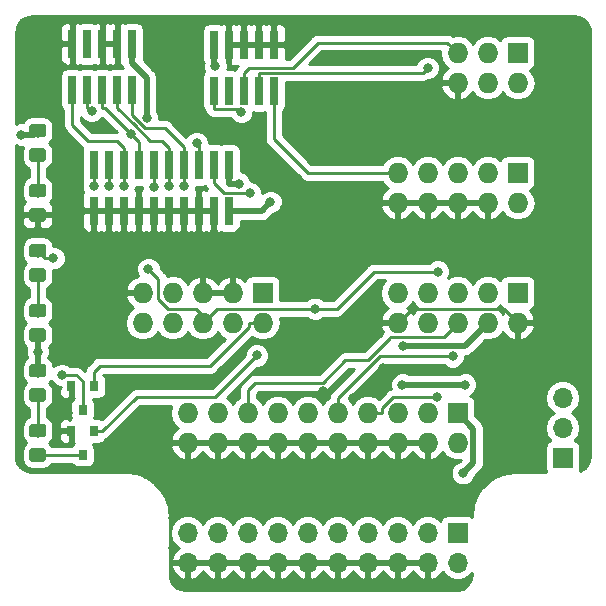
<source format=gbr>
G04 #@! TF.GenerationSoftware,KiCad,Pcbnew,5.0.2-bee76a0~70~ubuntu18.10.1*
G04 #@! TF.CreationDate,2018-12-21T17:56:49+01:00*
G04 #@! TF.ProjectId,jtag_adapter,6a746167-5f61-4646-9170-7465722e6b69,rev?*
G04 #@! TF.SameCoordinates,Original*
G04 #@! TF.FileFunction,Copper,L1,Top*
G04 #@! TF.FilePolarity,Positive*
%FSLAX46Y46*%
G04 Gerber Fmt 4.6, Leading zero omitted, Abs format (unit mm)*
G04 Created by KiCad (PCBNEW 5.0.2-bee76a0~70~ubuntu18.10.1) date Fri 21 Dec 2018 05:56:49 PM CET*
%MOMM*%
%LPD*%
G01*
G04 APERTURE LIST*
G04 #@! TA.AperFunction,ComponentPad*
%ADD10R,1.700000X1.700000*%
G04 #@! TD*
G04 #@! TA.AperFunction,ComponentPad*
%ADD11O,1.700000X1.700000*%
G04 #@! TD*
G04 #@! TA.AperFunction,ComponentPad*
%ADD12R,1.727200X1.727200*%
G04 #@! TD*
G04 #@! TA.AperFunction,ComponentPad*
%ADD13O,1.727200X1.727200*%
G04 #@! TD*
G04 #@! TA.AperFunction,SMDPad,CuDef*
%ADD14R,0.740000X2.400000*%
G04 #@! TD*
G04 #@! TA.AperFunction,Conductor*
%ADD15C,0.100000*%
G04 #@! TD*
G04 #@! TA.AperFunction,SMDPad,CuDef*
%ADD16C,1.150000*%
G04 #@! TD*
G04 #@! TA.AperFunction,SMDPad,CuDef*
%ADD17R,0.800000X0.900000*%
G04 #@! TD*
G04 #@! TA.AperFunction,ViaPad*
%ADD18C,0.800000*%
G04 #@! TD*
G04 #@! TA.AperFunction,Conductor*
%ADD19C,0.500000*%
G04 #@! TD*
G04 #@! TA.AperFunction,Conductor*
%ADD20C,0.250000*%
G04 #@! TD*
G04 #@! TA.AperFunction,Conductor*
%ADD21C,0.254000*%
G04 #@! TD*
G04 APERTURE END LIST*
D10*
G04 #@! TO.P,JP1,1*
G04 #@! TO.N,VCC*
X161290000Y-101600000D03*
D11*
G04 #@! TO.P,JP1,2*
G04 #@! TO.N,/VCC_SELECT*
X161290000Y-99060000D03*
G04 #@! TO.P,JP1,3*
G04 #@! TO.N,/VTREF*
X161290000Y-96520000D03*
G04 #@! TD*
D12*
G04 #@! TO.P,J7,1*
G04 #@! TO.N,/MISO*
X157480000Y-67310000D03*
D13*
G04 #@! TO.P,J7,2*
G04 #@! TO.N,VCC*
X157480000Y-69850000D03*
G04 #@! TO.P,J7,3*
G04 #@! TO.N,/SCK*
X154940000Y-67310000D03*
G04 #@! TO.P,J7,4*
G04 #@! TO.N,/MOSI*
X154940000Y-69850000D03*
G04 #@! TO.P,J7,5*
G04 #@! TO.N,/RST*
X152400000Y-67310000D03*
G04 #@! TO.P,J7,6*
G04 #@! TO.N,GND*
X152400000Y-69850000D03*
G04 #@! TD*
D12*
G04 #@! TO.P,J8,1*
G04 #@! TO.N,/MOSI*
X157480000Y-77470000D03*
D13*
G04 #@! TO.P,J8,2*
G04 #@! TO.N,VCC*
X157480000Y-80010000D03*
G04 #@! TO.P,J8,3*
G04 #@! TO.N,Net-(J8-Pad3)*
X154940000Y-77470000D03*
G04 #@! TO.P,J8,4*
G04 #@! TO.N,GND*
X154940000Y-80010000D03*
G04 #@! TO.P,J8,5*
G04 #@! TO.N,/RST*
X152400000Y-77470000D03*
G04 #@! TO.P,J8,6*
G04 #@! TO.N,GND*
X152400000Y-80010000D03*
G04 #@! TO.P,J8,7*
G04 #@! TO.N,/SCK*
X149860000Y-77470000D03*
G04 #@! TO.P,J8,8*
G04 #@! TO.N,GND*
X149860000Y-80010000D03*
G04 #@! TO.P,J8,9*
G04 #@! TO.N,/MISO*
X147320000Y-77470000D03*
G04 #@! TO.P,J8,10*
G04 #@! TO.N,GND*
X147320000Y-80010000D03*
G04 #@! TD*
D14*
G04 #@! TO.P,J9,1*
G04 #@! TO.N,/MOSI*
X131760000Y-70530000D03*
G04 #@! TO.P,J9,2*
G04 #@! TO.N,VCC*
X131760000Y-66630000D03*
G04 #@! TO.P,J9,3*
G04 #@! TO.N,Net-(J9-Pad3)*
X133030000Y-70530000D03*
G04 #@! TO.P,J9,4*
G04 #@! TO.N,GND*
X133030000Y-66630000D03*
G04 #@! TO.P,J9,5*
G04 #@! TO.N,/RST*
X134300000Y-70530000D03*
G04 #@! TO.P,J9,6*
G04 #@! TO.N,GND*
X134300000Y-66630000D03*
G04 #@! TO.P,J9,7*
G04 #@! TO.N,/SCK*
X135570000Y-70530000D03*
G04 #@! TO.P,J9,8*
G04 #@! TO.N,GND*
X135570000Y-66630000D03*
G04 #@! TO.P,J9,9*
G04 #@! TO.N,/MISO*
X136840000Y-70530000D03*
G04 #@! TO.P,J9,10*
G04 #@! TO.N,GND*
X136840000Y-66630000D03*
G04 #@! TD*
D13*
G04 #@! TO.P,J6,10*
G04 #@! TO.N,GND*
X147320000Y-90170000D03*
G04 #@! TO.P,J6,9*
G04 #@! TO.N,/TDI*
X147320000Y-87630000D03*
G04 #@! TO.P,J6,8*
G04 #@! TO.N,/TRST*
X149860000Y-90170000D03*
G04 #@! TO.P,J6,7*
G04 #@! TO.N,VCC*
X149860000Y-87630000D03*
G04 #@! TO.P,J6,6*
G04 #@! TO.N,/SRST*
X152400000Y-90170000D03*
G04 #@! TO.P,J6,5*
G04 #@! TO.N,/TMS-SWDIO*
X152400000Y-87630000D03*
G04 #@! TO.P,J6,4*
G04 #@! TO.N,/VTREF*
X154940000Y-90170000D03*
G04 #@! TO.P,J6,3*
G04 #@! TO.N,/TDO-SWO*
X154940000Y-87630000D03*
G04 #@! TO.P,J6,2*
G04 #@! TO.N,GND*
X157480000Y-90170000D03*
D12*
G04 #@! TO.P,J6,1*
G04 #@! TO.N,/TCK-SWDCLK*
X157480000Y-87630000D03*
G04 #@! TD*
G04 #@! TO.P,J3,1*
G04 #@! TO.N,/VCC_SELECT*
X135890000Y-87630000D03*
D13*
G04 #@! TO.P,J3,2*
G04 #@! TO.N,/TMS-SWDIO*
X135890000Y-90170000D03*
G04 #@! TO.P,J3,3*
G04 #@! TO.N,GND*
X133350000Y-87630000D03*
G04 #@! TO.P,J3,4*
G04 #@! TO.N,/TCK-SWDCLK*
X133350000Y-90170000D03*
G04 #@! TO.P,J3,5*
G04 #@! TO.N,GND*
X130810000Y-87630000D03*
G04 #@! TO.P,J3,6*
G04 #@! TO.N,/TDO-SWO*
X130810000Y-90170000D03*
G04 #@! TO.P,J3,7*
G04 #@! TO.N,Net-(J3-Pad7)*
X128270000Y-87630000D03*
G04 #@! TO.P,J3,8*
G04 #@! TO.N,/TDI*
X128270000Y-90170000D03*
G04 #@! TO.P,J3,9*
G04 #@! TO.N,GND*
X125730000Y-87630000D03*
G04 #@! TO.P,J3,10*
G04 #@! TO.N,/SRST*
X125730000Y-90170000D03*
G04 #@! TD*
D12*
G04 #@! TO.P,J5,1*
G04 #@! TO.N,/VTREF*
X152400000Y-97790000D03*
D13*
G04 #@! TO.P,J5,2*
G04 #@! TO.N,VCC*
X152400000Y-100330000D03*
G04 #@! TO.P,J5,3*
G04 #@! TO.N,/TRST*
X149860000Y-97790000D03*
G04 #@! TO.P,J5,4*
G04 #@! TO.N,GND*
X149860000Y-100330000D03*
G04 #@! TO.P,J5,5*
G04 #@! TO.N,/TDI*
X147320000Y-97790000D03*
G04 #@! TO.P,J5,6*
G04 #@! TO.N,GND*
X147320000Y-100330000D03*
G04 #@! TO.P,J5,7*
G04 #@! TO.N,/TMS-SWDIO*
X144780000Y-97790000D03*
G04 #@! TO.P,J5,8*
G04 #@! TO.N,GND*
X144780000Y-100330000D03*
G04 #@! TO.P,J5,9*
G04 #@! TO.N,/TCK-SWDCLK*
X142240000Y-97790000D03*
G04 #@! TO.P,J5,10*
G04 #@! TO.N,GND*
X142240000Y-100330000D03*
G04 #@! TO.P,J5,11*
G04 #@! TO.N,/RTCK*
X139700000Y-97790000D03*
G04 #@! TO.P,J5,12*
G04 #@! TO.N,GND*
X139700000Y-100330000D03*
G04 #@! TO.P,J5,13*
G04 #@! TO.N,/TDO-SWO*
X137160000Y-97790000D03*
G04 #@! TO.P,J5,14*
G04 #@! TO.N,GND*
X137160000Y-100330000D03*
G04 #@! TO.P,J5,15*
G04 #@! TO.N,/SRST*
X134620000Y-97790000D03*
G04 #@! TO.P,J5,16*
G04 #@! TO.N,GND*
X134620000Y-100330000D03*
G04 #@! TO.P,J5,17*
G04 #@! TO.N,/DBGRQ*
X132080000Y-97790000D03*
G04 #@! TO.P,J5,18*
G04 #@! TO.N,GND*
X132080000Y-100330000D03*
G04 #@! TO.P,J5,19*
G04 #@! TO.N,/DBGACK*
X129540000Y-97790000D03*
G04 #@! TO.P,J5,20*
G04 #@! TO.N,GND*
X129540000Y-100330000D03*
G04 #@! TD*
D14*
G04 #@! TO.P,J4,1*
G04 #@! TO.N,/VTREF*
X133015000Y-76790000D03*
G04 #@! TO.P,J4,2*
G04 #@! TO.N,VCC*
X133015000Y-80690000D03*
G04 #@! TO.P,J4,3*
G04 #@! TO.N,/TRST*
X131745000Y-76790000D03*
G04 #@! TO.P,J4,4*
G04 #@! TO.N,GND*
X131745000Y-80690000D03*
G04 #@! TO.P,J4,5*
G04 #@! TO.N,/TDI*
X130475000Y-76790000D03*
G04 #@! TO.P,J4,6*
G04 #@! TO.N,GND*
X130475000Y-80690000D03*
G04 #@! TO.P,J4,7*
G04 #@! TO.N,/TMS-SWDIO*
X129205000Y-76790000D03*
G04 #@! TO.P,J4,8*
G04 #@! TO.N,GND*
X129205000Y-80690000D03*
G04 #@! TO.P,J4,9*
G04 #@! TO.N,/TCK-SWDCLK*
X127935000Y-76790000D03*
G04 #@! TO.P,J4,10*
G04 #@! TO.N,GND*
X127935000Y-80690000D03*
G04 #@! TO.P,J4,11*
G04 #@! TO.N,/RTCK*
X126665000Y-76790000D03*
G04 #@! TO.P,J4,12*
G04 #@! TO.N,GND*
X126665000Y-80690000D03*
G04 #@! TO.P,J4,13*
G04 #@! TO.N,/TDO-SWO*
X125395000Y-76790000D03*
G04 #@! TO.P,J4,14*
G04 #@! TO.N,GND*
X125395000Y-80690000D03*
G04 #@! TO.P,J4,15*
G04 #@! TO.N,/SRST*
X124125000Y-76790000D03*
G04 #@! TO.P,J4,16*
G04 #@! TO.N,GND*
X124125000Y-80690000D03*
G04 #@! TO.P,J4,17*
G04 #@! TO.N,/DBGRQ*
X122855000Y-76790000D03*
G04 #@! TO.P,J4,18*
G04 #@! TO.N,GND*
X122855000Y-80690000D03*
G04 #@! TO.P,J4,19*
G04 #@! TO.N,/DBGACK*
X121585000Y-76790000D03*
G04 #@! TO.P,J4,20*
G04 #@! TO.N,GND*
X121585000Y-80690000D03*
G04 #@! TD*
D10*
G04 #@! TO.P,J2,1*
G04 #@! TO.N,/VTREF*
X152400000Y-107950000D03*
D11*
G04 #@! TO.P,J2,2*
G04 #@! TO.N,VCC*
X152400000Y-110490000D03*
G04 #@! TO.P,J2,3*
G04 #@! TO.N,/TRST*
X149860000Y-107950000D03*
G04 #@! TO.P,J2,4*
G04 #@! TO.N,GND*
X149860000Y-110490000D03*
G04 #@! TO.P,J2,5*
G04 #@! TO.N,/TDI*
X147320000Y-107950000D03*
G04 #@! TO.P,J2,6*
G04 #@! TO.N,GND*
X147320000Y-110490000D03*
G04 #@! TO.P,J2,7*
G04 #@! TO.N,/TMS-SWDIO*
X144780000Y-107950000D03*
G04 #@! TO.P,J2,8*
G04 #@! TO.N,GND*
X144780000Y-110490000D03*
G04 #@! TO.P,J2,9*
G04 #@! TO.N,/TCK-SWDCLK*
X142240000Y-107950000D03*
G04 #@! TO.P,J2,10*
G04 #@! TO.N,GND*
X142240000Y-110490000D03*
G04 #@! TO.P,J2,11*
G04 #@! TO.N,/RTCK*
X139700000Y-107950000D03*
G04 #@! TO.P,J2,12*
G04 #@! TO.N,GND*
X139700000Y-110490000D03*
G04 #@! TO.P,J2,13*
G04 #@! TO.N,/TDO-SWO*
X137160000Y-107950000D03*
G04 #@! TO.P,J2,14*
G04 #@! TO.N,GND*
X137160000Y-110490000D03*
G04 #@! TO.P,J2,15*
G04 #@! TO.N,/SRST*
X134620000Y-107950000D03*
G04 #@! TO.P,J2,16*
G04 #@! TO.N,GND*
X134620000Y-110490000D03*
G04 #@! TO.P,J2,17*
G04 #@! TO.N,/DBGRQ*
X132080000Y-107950000D03*
G04 #@! TO.P,J2,18*
G04 #@! TO.N,GND*
X132080000Y-110490000D03*
G04 #@! TO.P,J2,19*
G04 #@! TO.N,/DBGACK*
X129540000Y-107950000D03*
G04 #@! TO.P,J2,20*
G04 #@! TO.N,GND*
X129540000Y-110490000D03*
G04 #@! TD*
D14*
G04 #@! TO.P,J1,1*
G04 #@! TO.N,/VCC_SELECT*
X124840000Y-66550000D03*
G04 #@! TO.P,J1,2*
G04 #@! TO.N,/TMS-SWDIO*
X124840000Y-70450000D03*
G04 #@! TO.P,J1,3*
G04 #@! TO.N,GND*
X123570000Y-66550000D03*
G04 #@! TO.P,J1,4*
G04 #@! TO.N,/TCK-SWDCLK*
X123570000Y-70450000D03*
G04 #@! TO.P,J1,5*
G04 #@! TO.N,GND*
X122300000Y-66550000D03*
G04 #@! TO.P,J1,6*
G04 #@! TO.N,/TDO-SWO*
X122300000Y-70450000D03*
G04 #@! TO.P,J1,7*
G04 #@! TO.N,Net-(J1-Pad7)*
X121030000Y-66550000D03*
G04 #@! TO.P,J1,8*
G04 #@! TO.N,/TDI*
X121030000Y-70450000D03*
G04 #@! TO.P,J1,9*
G04 #@! TO.N,GND*
X119760000Y-66550000D03*
G04 #@! TO.P,J1,10*
G04 #@! TO.N,/SRST*
X119760000Y-70450000D03*
G04 #@! TD*
D15*
G04 #@! TO.N,GND*
G04 #@! TO.C,D3*
G36*
X117314505Y-80461204D02*
X117338773Y-80464804D01*
X117362572Y-80470765D01*
X117385671Y-80479030D01*
X117407850Y-80489520D01*
X117428893Y-80502132D01*
X117448599Y-80516747D01*
X117466777Y-80533223D01*
X117483253Y-80551401D01*
X117497868Y-80571107D01*
X117510480Y-80592150D01*
X117520970Y-80614329D01*
X117529235Y-80637428D01*
X117535196Y-80661227D01*
X117538796Y-80685495D01*
X117540000Y-80709999D01*
X117540000Y-81360001D01*
X117538796Y-81384505D01*
X117535196Y-81408773D01*
X117529235Y-81432572D01*
X117520970Y-81455671D01*
X117510480Y-81477850D01*
X117497868Y-81498893D01*
X117483253Y-81518599D01*
X117466777Y-81536777D01*
X117448599Y-81553253D01*
X117428893Y-81567868D01*
X117407850Y-81580480D01*
X117385671Y-81590970D01*
X117362572Y-81599235D01*
X117338773Y-81605196D01*
X117314505Y-81608796D01*
X117290001Y-81610000D01*
X116389999Y-81610000D01*
X116365495Y-81608796D01*
X116341227Y-81605196D01*
X116317428Y-81599235D01*
X116294329Y-81590970D01*
X116272150Y-81580480D01*
X116251107Y-81567868D01*
X116231401Y-81553253D01*
X116213223Y-81536777D01*
X116196747Y-81518599D01*
X116182132Y-81498893D01*
X116169520Y-81477850D01*
X116159030Y-81455671D01*
X116150765Y-81432572D01*
X116144804Y-81408773D01*
X116141204Y-81384505D01*
X116140000Y-81360001D01*
X116140000Y-80709999D01*
X116141204Y-80685495D01*
X116144804Y-80661227D01*
X116150765Y-80637428D01*
X116159030Y-80614329D01*
X116169520Y-80592150D01*
X116182132Y-80571107D01*
X116196747Y-80551401D01*
X116213223Y-80533223D01*
X116231401Y-80516747D01*
X116251107Y-80502132D01*
X116272150Y-80489520D01*
X116294329Y-80479030D01*
X116317428Y-80470765D01*
X116341227Y-80464804D01*
X116365495Y-80461204D01*
X116389999Y-80460000D01*
X117290001Y-80460000D01*
X117314505Y-80461204D01*
X117314505Y-80461204D01*
G37*
D16*
G04 #@! TD*
G04 #@! TO.P,D3,1*
G04 #@! TO.N,GND*
X116840000Y-81035000D03*
D15*
G04 #@! TO.N,Net-(D3-Pad2)*
G04 #@! TO.C,D3*
G36*
X117314505Y-78411204D02*
X117338773Y-78414804D01*
X117362572Y-78420765D01*
X117385671Y-78429030D01*
X117407850Y-78439520D01*
X117428893Y-78452132D01*
X117448599Y-78466747D01*
X117466777Y-78483223D01*
X117483253Y-78501401D01*
X117497868Y-78521107D01*
X117510480Y-78542150D01*
X117520970Y-78564329D01*
X117529235Y-78587428D01*
X117535196Y-78611227D01*
X117538796Y-78635495D01*
X117540000Y-78659999D01*
X117540000Y-79310001D01*
X117538796Y-79334505D01*
X117535196Y-79358773D01*
X117529235Y-79382572D01*
X117520970Y-79405671D01*
X117510480Y-79427850D01*
X117497868Y-79448893D01*
X117483253Y-79468599D01*
X117466777Y-79486777D01*
X117448599Y-79503253D01*
X117428893Y-79517868D01*
X117407850Y-79530480D01*
X117385671Y-79540970D01*
X117362572Y-79549235D01*
X117338773Y-79555196D01*
X117314505Y-79558796D01*
X117290001Y-79560000D01*
X116389999Y-79560000D01*
X116365495Y-79558796D01*
X116341227Y-79555196D01*
X116317428Y-79549235D01*
X116294329Y-79540970D01*
X116272150Y-79530480D01*
X116251107Y-79517868D01*
X116231401Y-79503253D01*
X116213223Y-79486777D01*
X116196747Y-79468599D01*
X116182132Y-79448893D01*
X116169520Y-79427850D01*
X116159030Y-79405671D01*
X116150765Y-79382572D01*
X116144804Y-79358773D01*
X116141204Y-79334505D01*
X116140000Y-79310001D01*
X116140000Y-78659999D01*
X116141204Y-78635495D01*
X116144804Y-78611227D01*
X116150765Y-78587428D01*
X116159030Y-78564329D01*
X116169520Y-78542150D01*
X116182132Y-78521107D01*
X116196747Y-78501401D01*
X116213223Y-78483223D01*
X116231401Y-78466747D01*
X116251107Y-78452132D01*
X116272150Y-78439520D01*
X116294329Y-78429030D01*
X116317428Y-78420765D01*
X116341227Y-78414804D01*
X116365495Y-78411204D01*
X116389999Y-78410000D01*
X117290001Y-78410000D01*
X117314505Y-78411204D01*
X117314505Y-78411204D01*
G37*
D16*
G04 #@! TD*
G04 #@! TO.P,D3,2*
G04 #@! TO.N,Net-(D3-Pad2)*
X116840000Y-78985000D03*
D15*
G04 #@! TO.N,Net-(D2-Pad2)*
G04 #@! TO.C,D2*
G36*
X117314505Y-85541204D02*
X117338773Y-85544804D01*
X117362572Y-85550765D01*
X117385671Y-85559030D01*
X117407850Y-85569520D01*
X117428893Y-85582132D01*
X117448599Y-85596747D01*
X117466777Y-85613223D01*
X117483253Y-85631401D01*
X117497868Y-85651107D01*
X117510480Y-85672150D01*
X117520970Y-85694329D01*
X117529235Y-85717428D01*
X117535196Y-85741227D01*
X117538796Y-85765495D01*
X117540000Y-85789999D01*
X117540000Y-86440001D01*
X117538796Y-86464505D01*
X117535196Y-86488773D01*
X117529235Y-86512572D01*
X117520970Y-86535671D01*
X117510480Y-86557850D01*
X117497868Y-86578893D01*
X117483253Y-86598599D01*
X117466777Y-86616777D01*
X117448599Y-86633253D01*
X117428893Y-86647868D01*
X117407850Y-86660480D01*
X117385671Y-86670970D01*
X117362572Y-86679235D01*
X117338773Y-86685196D01*
X117314505Y-86688796D01*
X117290001Y-86690000D01*
X116389999Y-86690000D01*
X116365495Y-86688796D01*
X116341227Y-86685196D01*
X116317428Y-86679235D01*
X116294329Y-86670970D01*
X116272150Y-86660480D01*
X116251107Y-86647868D01*
X116231401Y-86633253D01*
X116213223Y-86616777D01*
X116196747Y-86598599D01*
X116182132Y-86578893D01*
X116169520Y-86557850D01*
X116159030Y-86535671D01*
X116150765Y-86512572D01*
X116144804Y-86488773D01*
X116141204Y-86464505D01*
X116140000Y-86440001D01*
X116140000Y-85789999D01*
X116141204Y-85765495D01*
X116144804Y-85741227D01*
X116150765Y-85717428D01*
X116159030Y-85694329D01*
X116169520Y-85672150D01*
X116182132Y-85651107D01*
X116196747Y-85631401D01*
X116213223Y-85613223D01*
X116231401Y-85596747D01*
X116251107Y-85582132D01*
X116272150Y-85569520D01*
X116294329Y-85559030D01*
X116317428Y-85550765D01*
X116341227Y-85544804D01*
X116365495Y-85541204D01*
X116389999Y-85540000D01*
X117290001Y-85540000D01*
X117314505Y-85541204D01*
X117314505Y-85541204D01*
G37*
D16*
G04 #@! TD*
G04 #@! TO.P,D2,2*
G04 #@! TO.N,Net-(D2-Pad2)*
X116840000Y-86115000D03*
D15*
G04 #@! TO.N,Net-(D2-Pad1)*
G04 #@! TO.C,D2*
G36*
X117314505Y-83491204D02*
X117338773Y-83494804D01*
X117362572Y-83500765D01*
X117385671Y-83509030D01*
X117407850Y-83519520D01*
X117428893Y-83532132D01*
X117448599Y-83546747D01*
X117466777Y-83563223D01*
X117483253Y-83581401D01*
X117497868Y-83601107D01*
X117510480Y-83622150D01*
X117520970Y-83644329D01*
X117529235Y-83667428D01*
X117535196Y-83691227D01*
X117538796Y-83715495D01*
X117540000Y-83739999D01*
X117540000Y-84390001D01*
X117538796Y-84414505D01*
X117535196Y-84438773D01*
X117529235Y-84462572D01*
X117520970Y-84485671D01*
X117510480Y-84507850D01*
X117497868Y-84528893D01*
X117483253Y-84548599D01*
X117466777Y-84566777D01*
X117448599Y-84583253D01*
X117428893Y-84597868D01*
X117407850Y-84610480D01*
X117385671Y-84620970D01*
X117362572Y-84629235D01*
X117338773Y-84635196D01*
X117314505Y-84638796D01*
X117290001Y-84640000D01*
X116389999Y-84640000D01*
X116365495Y-84638796D01*
X116341227Y-84635196D01*
X116317428Y-84629235D01*
X116294329Y-84620970D01*
X116272150Y-84610480D01*
X116251107Y-84597868D01*
X116231401Y-84583253D01*
X116213223Y-84566777D01*
X116196747Y-84548599D01*
X116182132Y-84528893D01*
X116169520Y-84507850D01*
X116159030Y-84485671D01*
X116150765Y-84462572D01*
X116144804Y-84438773D01*
X116141204Y-84414505D01*
X116140000Y-84390001D01*
X116140000Y-83739999D01*
X116141204Y-83715495D01*
X116144804Y-83691227D01*
X116150765Y-83667428D01*
X116159030Y-83644329D01*
X116169520Y-83622150D01*
X116182132Y-83601107D01*
X116196747Y-83581401D01*
X116213223Y-83563223D01*
X116231401Y-83546747D01*
X116251107Y-83532132D01*
X116272150Y-83519520D01*
X116294329Y-83509030D01*
X116317428Y-83500765D01*
X116341227Y-83494804D01*
X116365495Y-83491204D01*
X116389999Y-83490000D01*
X117290001Y-83490000D01*
X117314505Y-83491204D01*
X117314505Y-83491204D01*
G37*
D16*
G04 #@! TD*
G04 #@! TO.P,D2,1*
G04 #@! TO.N,Net-(D2-Pad1)*
X116840000Y-84065000D03*
D15*
G04 #@! TO.N,Net-(D1-Pad1)*
G04 #@! TO.C,D1*
G36*
X117314505Y-100781204D02*
X117338773Y-100784804D01*
X117362572Y-100790765D01*
X117385671Y-100799030D01*
X117407850Y-100809520D01*
X117428893Y-100822132D01*
X117448599Y-100836747D01*
X117466777Y-100853223D01*
X117483253Y-100871401D01*
X117497868Y-100891107D01*
X117510480Y-100912150D01*
X117520970Y-100934329D01*
X117529235Y-100957428D01*
X117535196Y-100981227D01*
X117538796Y-101005495D01*
X117540000Y-101029999D01*
X117540000Y-101680001D01*
X117538796Y-101704505D01*
X117535196Y-101728773D01*
X117529235Y-101752572D01*
X117520970Y-101775671D01*
X117510480Y-101797850D01*
X117497868Y-101818893D01*
X117483253Y-101838599D01*
X117466777Y-101856777D01*
X117448599Y-101873253D01*
X117428893Y-101887868D01*
X117407850Y-101900480D01*
X117385671Y-101910970D01*
X117362572Y-101919235D01*
X117338773Y-101925196D01*
X117314505Y-101928796D01*
X117290001Y-101930000D01*
X116389999Y-101930000D01*
X116365495Y-101928796D01*
X116341227Y-101925196D01*
X116317428Y-101919235D01*
X116294329Y-101910970D01*
X116272150Y-101900480D01*
X116251107Y-101887868D01*
X116231401Y-101873253D01*
X116213223Y-101856777D01*
X116196747Y-101838599D01*
X116182132Y-101818893D01*
X116169520Y-101797850D01*
X116159030Y-101775671D01*
X116150765Y-101752572D01*
X116144804Y-101728773D01*
X116141204Y-101704505D01*
X116140000Y-101680001D01*
X116140000Y-101029999D01*
X116141204Y-101005495D01*
X116144804Y-100981227D01*
X116150765Y-100957428D01*
X116159030Y-100934329D01*
X116169520Y-100912150D01*
X116182132Y-100891107D01*
X116196747Y-100871401D01*
X116213223Y-100853223D01*
X116231401Y-100836747D01*
X116251107Y-100822132D01*
X116272150Y-100809520D01*
X116294329Y-100799030D01*
X116317428Y-100790765D01*
X116341227Y-100784804D01*
X116365495Y-100781204D01*
X116389999Y-100780000D01*
X117290001Y-100780000D01*
X117314505Y-100781204D01*
X117314505Y-100781204D01*
G37*
D16*
G04 #@! TD*
G04 #@! TO.P,D1,1*
G04 #@! TO.N,Net-(D1-Pad1)*
X116840000Y-101355000D03*
D15*
G04 #@! TO.N,Net-(D1-Pad2)*
G04 #@! TO.C,D1*
G36*
X117314505Y-98731204D02*
X117338773Y-98734804D01*
X117362572Y-98740765D01*
X117385671Y-98749030D01*
X117407850Y-98759520D01*
X117428893Y-98772132D01*
X117448599Y-98786747D01*
X117466777Y-98803223D01*
X117483253Y-98821401D01*
X117497868Y-98841107D01*
X117510480Y-98862150D01*
X117520970Y-98884329D01*
X117529235Y-98907428D01*
X117535196Y-98931227D01*
X117538796Y-98955495D01*
X117540000Y-98979999D01*
X117540000Y-99630001D01*
X117538796Y-99654505D01*
X117535196Y-99678773D01*
X117529235Y-99702572D01*
X117520970Y-99725671D01*
X117510480Y-99747850D01*
X117497868Y-99768893D01*
X117483253Y-99788599D01*
X117466777Y-99806777D01*
X117448599Y-99823253D01*
X117428893Y-99837868D01*
X117407850Y-99850480D01*
X117385671Y-99860970D01*
X117362572Y-99869235D01*
X117338773Y-99875196D01*
X117314505Y-99878796D01*
X117290001Y-99880000D01*
X116389999Y-99880000D01*
X116365495Y-99878796D01*
X116341227Y-99875196D01*
X116317428Y-99869235D01*
X116294329Y-99860970D01*
X116272150Y-99850480D01*
X116251107Y-99837868D01*
X116231401Y-99823253D01*
X116213223Y-99806777D01*
X116196747Y-99788599D01*
X116182132Y-99768893D01*
X116169520Y-99747850D01*
X116159030Y-99725671D01*
X116150765Y-99702572D01*
X116144804Y-99678773D01*
X116141204Y-99654505D01*
X116140000Y-99630001D01*
X116140000Y-98979999D01*
X116141204Y-98955495D01*
X116144804Y-98931227D01*
X116150765Y-98907428D01*
X116159030Y-98884329D01*
X116169520Y-98862150D01*
X116182132Y-98841107D01*
X116196747Y-98821401D01*
X116213223Y-98803223D01*
X116231401Y-98786747D01*
X116251107Y-98772132D01*
X116272150Y-98759520D01*
X116294329Y-98749030D01*
X116317428Y-98740765D01*
X116341227Y-98734804D01*
X116365495Y-98731204D01*
X116389999Y-98730000D01*
X117290001Y-98730000D01*
X117314505Y-98731204D01*
X117314505Y-98731204D01*
G37*
D16*
G04 #@! TD*
G04 #@! TO.P,D1,2*
G04 #@! TO.N,Net-(D1-Pad2)*
X116840000Y-99305000D03*
D17*
G04 #@! TO.P,Q2,3*
G04 #@! TO.N,Net-(D2-Pad1)*
X120650000Y-97520000D03*
G04 #@! TO.P,Q2,2*
G04 #@! TO.N,GND*
X119700000Y-95520000D03*
G04 #@! TO.P,Q2,1*
G04 #@! TO.N,/TMS-SWDIO*
X121600000Y-95520000D03*
G04 #@! TD*
G04 #@! TO.P,Q1,1*
G04 #@! TO.N,/TCK-SWDCLK*
X121600000Y-99330000D03*
G04 #@! TO.P,Q1,2*
G04 #@! TO.N,GND*
X119700000Y-99330000D03*
G04 #@! TO.P,Q1,3*
G04 #@! TO.N,Net-(D1-Pad1)*
X120650000Y-101330000D03*
G04 #@! TD*
D15*
G04 #@! TO.N,VCC*
G04 #@! TO.C,R3*
G36*
X117314505Y-73331204D02*
X117338773Y-73334804D01*
X117362572Y-73340765D01*
X117385671Y-73349030D01*
X117407850Y-73359520D01*
X117428893Y-73372132D01*
X117448599Y-73386747D01*
X117466777Y-73403223D01*
X117483253Y-73421401D01*
X117497868Y-73441107D01*
X117510480Y-73462150D01*
X117520970Y-73484329D01*
X117529235Y-73507428D01*
X117535196Y-73531227D01*
X117538796Y-73555495D01*
X117540000Y-73579999D01*
X117540000Y-74230001D01*
X117538796Y-74254505D01*
X117535196Y-74278773D01*
X117529235Y-74302572D01*
X117520970Y-74325671D01*
X117510480Y-74347850D01*
X117497868Y-74368893D01*
X117483253Y-74388599D01*
X117466777Y-74406777D01*
X117448599Y-74423253D01*
X117428893Y-74437868D01*
X117407850Y-74450480D01*
X117385671Y-74460970D01*
X117362572Y-74469235D01*
X117338773Y-74475196D01*
X117314505Y-74478796D01*
X117290001Y-74480000D01*
X116389999Y-74480000D01*
X116365495Y-74478796D01*
X116341227Y-74475196D01*
X116317428Y-74469235D01*
X116294329Y-74460970D01*
X116272150Y-74450480D01*
X116251107Y-74437868D01*
X116231401Y-74423253D01*
X116213223Y-74406777D01*
X116196747Y-74388599D01*
X116182132Y-74368893D01*
X116169520Y-74347850D01*
X116159030Y-74325671D01*
X116150765Y-74302572D01*
X116144804Y-74278773D01*
X116141204Y-74254505D01*
X116140000Y-74230001D01*
X116140000Y-73579999D01*
X116141204Y-73555495D01*
X116144804Y-73531227D01*
X116150765Y-73507428D01*
X116159030Y-73484329D01*
X116169520Y-73462150D01*
X116182132Y-73441107D01*
X116196747Y-73421401D01*
X116213223Y-73403223D01*
X116231401Y-73386747D01*
X116251107Y-73372132D01*
X116272150Y-73359520D01*
X116294329Y-73349030D01*
X116317428Y-73340765D01*
X116341227Y-73334804D01*
X116365495Y-73331204D01*
X116389999Y-73330000D01*
X117290001Y-73330000D01*
X117314505Y-73331204D01*
X117314505Y-73331204D01*
G37*
D16*
G04 #@! TD*
G04 #@! TO.P,R3,1*
G04 #@! TO.N,VCC*
X116840000Y-73905000D03*
D15*
G04 #@! TO.N,Net-(D3-Pad2)*
G04 #@! TO.C,R3*
G36*
X117314505Y-75381204D02*
X117338773Y-75384804D01*
X117362572Y-75390765D01*
X117385671Y-75399030D01*
X117407850Y-75409520D01*
X117428893Y-75422132D01*
X117448599Y-75436747D01*
X117466777Y-75453223D01*
X117483253Y-75471401D01*
X117497868Y-75491107D01*
X117510480Y-75512150D01*
X117520970Y-75534329D01*
X117529235Y-75557428D01*
X117535196Y-75581227D01*
X117538796Y-75605495D01*
X117540000Y-75629999D01*
X117540000Y-76280001D01*
X117538796Y-76304505D01*
X117535196Y-76328773D01*
X117529235Y-76352572D01*
X117520970Y-76375671D01*
X117510480Y-76397850D01*
X117497868Y-76418893D01*
X117483253Y-76438599D01*
X117466777Y-76456777D01*
X117448599Y-76473253D01*
X117428893Y-76487868D01*
X117407850Y-76500480D01*
X117385671Y-76510970D01*
X117362572Y-76519235D01*
X117338773Y-76525196D01*
X117314505Y-76528796D01*
X117290001Y-76530000D01*
X116389999Y-76530000D01*
X116365495Y-76528796D01*
X116341227Y-76525196D01*
X116317428Y-76519235D01*
X116294329Y-76510970D01*
X116272150Y-76500480D01*
X116251107Y-76487868D01*
X116231401Y-76473253D01*
X116213223Y-76456777D01*
X116196747Y-76438599D01*
X116182132Y-76418893D01*
X116169520Y-76397850D01*
X116159030Y-76375671D01*
X116150765Y-76352572D01*
X116144804Y-76328773D01*
X116141204Y-76304505D01*
X116140000Y-76280001D01*
X116140000Y-75629999D01*
X116141204Y-75605495D01*
X116144804Y-75581227D01*
X116150765Y-75557428D01*
X116159030Y-75534329D01*
X116169520Y-75512150D01*
X116182132Y-75491107D01*
X116196747Y-75471401D01*
X116213223Y-75453223D01*
X116231401Y-75436747D01*
X116251107Y-75422132D01*
X116272150Y-75409520D01*
X116294329Y-75399030D01*
X116317428Y-75390765D01*
X116341227Y-75384804D01*
X116365495Y-75381204D01*
X116389999Y-75380000D01*
X117290001Y-75380000D01*
X117314505Y-75381204D01*
X117314505Y-75381204D01*
G37*
D16*
G04 #@! TD*
G04 #@! TO.P,R3,2*
G04 #@! TO.N,Net-(D3-Pad2)*
X116840000Y-75955000D03*
D15*
G04 #@! TO.N,Net-(D2-Pad2)*
G04 #@! TO.C,R2*
G36*
X117314505Y-88571204D02*
X117338773Y-88574804D01*
X117362572Y-88580765D01*
X117385671Y-88589030D01*
X117407850Y-88599520D01*
X117428893Y-88612132D01*
X117448599Y-88626747D01*
X117466777Y-88643223D01*
X117483253Y-88661401D01*
X117497868Y-88681107D01*
X117510480Y-88702150D01*
X117520970Y-88724329D01*
X117529235Y-88747428D01*
X117535196Y-88771227D01*
X117538796Y-88795495D01*
X117540000Y-88819999D01*
X117540000Y-89470001D01*
X117538796Y-89494505D01*
X117535196Y-89518773D01*
X117529235Y-89542572D01*
X117520970Y-89565671D01*
X117510480Y-89587850D01*
X117497868Y-89608893D01*
X117483253Y-89628599D01*
X117466777Y-89646777D01*
X117448599Y-89663253D01*
X117428893Y-89677868D01*
X117407850Y-89690480D01*
X117385671Y-89700970D01*
X117362572Y-89709235D01*
X117338773Y-89715196D01*
X117314505Y-89718796D01*
X117290001Y-89720000D01*
X116389999Y-89720000D01*
X116365495Y-89718796D01*
X116341227Y-89715196D01*
X116317428Y-89709235D01*
X116294329Y-89700970D01*
X116272150Y-89690480D01*
X116251107Y-89677868D01*
X116231401Y-89663253D01*
X116213223Y-89646777D01*
X116196747Y-89628599D01*
X116182132Y-89608893D01*
X116169520Y-89587850D01*
X116159030Y-89565671D01*
X116150765Y-89542572D01*
X116144804Y-89518773D01*
X116141204Y-89494505D01*
X116140000Y-89470001D01*
X116140000Y-88819999D01*
X116141204Y-88795495D01*
X116144804Y-88771227D01*
X116150765Y-88747428D01*
X116159030Y-88724329D01*
X116169520Y-88702150D01*
X116182132Y-88681107D01*
X116196747Y-88661401D01*
X116213223Y-88643223D01*
X116231401Y-88626747D01*
X116251107Y-88612132D01*
X116272150Y-88599520D01*
X116294329Y-88589030D01*
X116317428Y-88580765D01*
X116341227Y-88574804D01*
X116365495Y-88571204D01*
X116389999Y-88570000D01*
X117290001Y-88570000D01*
X117314505Y-88571204D01*
X117314505Y-88571204D01*
G37*
D16*
G04 #@! TD*
G04 #@! TO.P,R2,2*
G04 #@! TO.N,Net-(D2-Pad2)*
X116840000Y-89145000D03*
D15*
G04 #@! TO.N,VCC*
G04 #@! TO.C,R2*
G36*
X117314505Y-90621204D02*
X117338773Y-90624804D01*
X117362572Y-90630765D01*
X117385671Y-90639030D01*
X117407850Y-90649520D01*
X117428893Y-90662132D01*
X117448599Y-90676747D01*
X117466777Y-90693223D01*
X117483253Y-90711401D01*
X117497868Y-90731107D01*
X117510480Y-90752150D01*
X117520970Y-90774329D01*
X117529235Y-90797428D01*
X117535196Y-90821227D01*
X117538796Y-90845495D01*
X117540000Y-90869999D01*
X117540000Y-91520001D01*
X117538796Y-91544505D01*
X117535196Y-91568773D01*
X117529235Y-91592572D01*
X117520970Y-91615671D01*
X117510480Y-91637850D01*
X117497868Y-91658893D01*
X117483253Y-91678599D01*
X117466777Y-91696777D01*
X117448599Y-91713253D01*
X117428893Y-91727868D01*
X117407850Y-91740480D01*
X117385671Y-91750970D01*
X117362572Y-91759235D01*
X117338773Y-91765196D01*
X117314505Y-91768796D01*
X117290001Y-91770000D01*
X116389999Y-91770000D01*
X116365495Y-91768796D01*
X116341227Y-91765196D01*
X116317428Y-91759235D01*
X116294329Y-91750970D01*
X116272150Y-91740480D01*
X116251107Y-91727868D01*
X116231401Y-91713253D01*
X116213223Y-91696777D01*
X116196747Y-91678599D01*
X116182132Y-91658893D01*
X116169520Y-91637850D01*
X116159030Y-91615671D01*
X116150765Y-91592572D01*
X116144804Y-91568773D01*
X116141204Y-91544505D01*
X116140000Y-91520001D01*
X116140000Y-90869999D01*
X116141204Y-90845495D01*
X116144804Y-90821227D01*
X116150765Y-90797428D01*
X116159030Y-90774329D01*
X116169520Y-90752150D01*
X116182132Y-90731107D01*
X116196747Y-90711401D01*
X116213223Y-90693223D01*
X116231401Y-90676747D01*
X116251107Y-90662132D01*
X116272150Y-90649520D01*
X116294329Y-90639030D01*
X116317428Y-90630765D01*
X116341227Y-90624804D01*
X116365495Y-90621204D01*
X116389999Y-90620000D01*
X117290001Y-90620000D01*
X117314505Y-90621204D01*
X117314505Y-90621204D01*
G37*
D16*
G04 #@! TD*
G04 #@! TO.P,R2,1*
G04 #@! TO.N,VCC*
X116840000Y-91195000D03*
D15*
G04 #@! TO.N,VCC*
G04 #@! TO.C,R1*
G36*
X117314505Y-93651204D02*
X117338773Y-93654804D01*
X117362572Y-93660765D01*
X117385671Y-93669030D01*
X117407850Y-93679520D01*
X117428893Y-93692132D01*
X117448599Y-93706747D01*
X117466777Y-93723223D01*
X117483253Y-93741401D01*
X117497868Y-93761107D01*
X117510480Y-93782150D01*
X117520970Y-93804329D01*
X117529235Y-93827428D01*
X117535196Y-93851227D01*
X117538796Y-93875495D01*
X117540000Y-93899999D01*
X117540000Y-94550001D01*
X117538796Y-94574505D01*
X117535196Y-94598773D01*
X117529235Y-94622572D01*
X117520970Y-94645671D01*
X117510480Y-94667850D01*
X117497868Y-94688893D01*
X117483253Y-94708599D01*
X117466777Y-94726777D01*
X117448599Y-94743253D01*
X117428893Y-94757868D01*
X117407850Y-94770480D01*
X117385671Y-94780970D01*
X117362572Y-94789235D01*
X117338773Y-94795196D01*
X117314505Y-94798796D01*
X117290001Y-94800000D01*
X116389999Y-94800000D01*
X116365495Y-94798796D01*
X116341227Y-94795196D01*
X116317428Y-94789235D01*
X116294329Y-94780970D01*
X116272150Y-94770480D01*
X116251107Y-94757868D01*
X116231401Y-94743253D01*
X116213223Y-94726777D01*
X116196747Y-94708599D01*
X116182132Y-94688893D01*
X116169520Y-94667850D01*
X116159030Y-94645671D01*
X116150765Y-94622572D01*
X116144804Y-94598773D01*
X116141204Y-94574505D01*
X116140000Y-94550001D01*
X116140000Y-93899999D01*
X116141204Y-93875495D01*
X116144804Y-93851227D01*
X116150765Y-93827428D01*
X116159030Y-93804329D01*
X116169520Y-93782150D01*
X116182132Y-93761107D01*
X116196747Y-93741401D01*
X116213223Y-93723223D01*
X116231401Y-93706747D01*
X116251107Y-93692132D01*
X116272150Y-93679520D01*
X116294329Y-93669030D01*
X116317428Y-93660765D01*
X116341227Y-93654804D01*
X116365495Y-93651204D01*
X116389999Y-93650000D01*
X117290001Y-93650000D01*
X117314505Y-93651204D01*
X117314505Y-93651204D01*
G37*
D16*
G04 #@! TD*
G04 #@! TO.P,R1,1*
G04 #@! TO.N,VCC*
X116840000Y-94225000D03*
D15*
G04 #@! TO.N,Net-(D1-Pad2)*
G04 #@! TO.C,R1*
G36*
X117314505Y-95701204D02*
X117338773Y-95704804D01*
X117362572Y-95710765D01*
X117385671Y-95719030D01*
X117407850Y-95729520D01*
X117428893Y-95742132D01*
X117448599Y-95756747D01*
X117466777Y-95773223D01*
X117483253Y-95791401D01*
X117497868Y-95811107D01*
X117510480Y-95832150D01*
X117520970Y-95854329D01*
X117529235Y-95877428D01*
X117535196Y-95901227D01*
X117538796Y-95925495D01*
X117540000Y-95949999D01*
X117540000Y-96600001D01*
X117538796Y-96624505D01*
X117535196Y-96648773D01*
X117529235Y-96672572D01*
X117520970Y-96695671D01*
X117510480Y-96717850D01*
X117497868Y-96738893D01*
X117483253Y-96758599D01*
X117466777Y-96776777D01*
X117448599Y-96793253D01*
X117428893Y-96807868D01*
X117407850Y-96820480D01*
X117385671Y-96830970D01*
X117362572Y-96839235D01*
X117338773Y-96845196D01*
X117314505Y-96848796D01*
X117290001Y-96850000D01*
X116389999Y-96850000D01*
X116365495Y-96848796D01*
X116341227Y-96845196D01*
X116317428Y-96839235D01*
X116294329Y-96830970D01*
X116272150Y-96820480D01*
X116251107Y-96807868D01*
X116231401Y-96793253D01*
X116213223Y-96776777D01*
X116196747Y-96758599D01*
X116182132Y-96738893D01*
X116169520Y-96717850D01*
X116159030Y-96695671D01*
X116150765Y-96672572D01*
X116144804Y-96648773D01*
X116141204Y-96624505D01*
X116140000Y-96600001D01*
X116140000Y-95949999D01*
X116141204Y-95925495D01*
X116144804Y-95901227D01*
X116150765Y-95877428D01*
X116159030Y-95854329D01*
X116169520Y-95832150D01*
X116182132Y-95811107D01*
X116196747Y-95791401D01*
X116213223Y-95773223D01*
X116231401Y-95756747D01*
X116251107Y-95742132D01*
X116272150Y-95729520D01*
X116294329Y-95719030D01*
X116317428Y-95710765D01*
X116341227Y-95704804D01*
X116365495Y-95701204D01*
X116389999Y-95700000D01*
X117290001Y-95700000D01*
X117314505Y-95701204D01*
X117314505Y-95701204D01*
G37*
D16*
G04 #@! TD*
G04 #@! TO.P,R1,2*
G04 #@! TO.N,Net-(D1-Pad2)*
X116840000Y-96275000D03*
D18*
G04 #@! TO.N,VCC*
X115466300Y-74230700D03*
X116840000Y-92639700D03*
X131892500Y-68447500D03*
X136552300Y-79934000D03*
G04 #@! TO.N,/TCK-SWDCLK*
X127935000Y-78614900D03*
X135385800Y-92932500D03*
X151972400Y-93017800D03*
G04 #@! TO.N,GND*
X131745000Y-82544700D03*
X118110000Y-97790000D03*
X119380000Y-97790000D03*
X128270000Y-109220000D03*
X134620000Y-102870000D03*
X132080000Y-102870000D03*
X137160000Y-102870000D03*
X139700000Y-102870000D03*
X142240000Y-102870000D03*
X144780000Y-102870000D03*
X147320000Y-102870000D03*
X149860000Y-102870000D03*
X130810000Y-85090000D03*
X133350000Y-85090000D03*
X152400000Y-72390000D03*
X158750000Y-100330000D03*
X158750000Y-97790000D03*
X161290000Y-93980000D03*
X161290000Y-92075000D03*
X161290000Y-90170000D03*
X142875000Y-86995000D03*
X139700000Y-87630000D03*
X138430000Y-86360000D03*
X137160000Y-85090000D03*
X142240000Y-90170000D03*
X144145000Y-92075000D03*
X146050000Y-93980000D03*
X143510000Y-96520000D03*
X139700000Y-93980000D03*
X140970000Y-95975010D03*
X135890000Y-96520000D03*
X122555000Y-97155000D03*
X146050000Y-67945000D03*
X144145000Y-67945000D03*
X142240000Y-67945000D03*
X122555000Y-73660000D03*
X161290000Y-87630000D03*
X161290000Y-85090000D03*
X161290000Y-82550000D03*
X161290000Y-77470000D03*
X161290000Y-74930000D03*
X161290000Y-72390000D03*
X161290000Y-69850000D03*
X161290000Y-67310000D03*
X116840000Y-64770000D03*
X127000000Y-64770000D03*
X129540000Y-64770000D03*
X139700000Y-64770000D03*
X142240000Y-64770000D03*
X144780000Y-64770000D03*
X147320000Y-64770000D03*
X158750000Y-64770000D03*
X161290000Y-64770000D03*
X115570000Y-72390000D03*
X115570000Y-69850000D03*
X115570000Y-66040000D03*
X115570000Y-92710000D03*
X115570000Y-95250000D03*
X115570000Y-97790000D03*
X115570000Y-100330000D03*
X123190000Y-101600000D03*
X125730000Y-101600000D03*
X128270000Y-104140000D03*
X128270000Y-106680000D03*
X132080000Y-105410000D03*
X134620000Y-105410000D03*
X137160000Y-105410000D03*
X139700000Y-105410000D03*
X142240000Y-105410000D03*
X144780000Y-105410000D03*
X147320000Y-105410000D03*
X149860000Y-105410000D03*
X156210000Y-100330000D03*
X156210000Y-95250000D03*
G04 #@! TO.N,Net-(D2-Pad1)*
X118175600Y-84708500D03*
X118906800Y-94584600D03*
G04 #@! TO.N,/TMS-SWDIO*
X129205000Y-78615500D03*
X150616500Y-96469600D03*
G04 #@! TO.N,/VTREF*
X133870800Y-78382500D03*
X147789100Y-92126700D03*
X152827100Y-102905900D03*
G04 #@! TO.N,/TRST*
X134790200Y-79164600D03*
G04 #@! TO.N,/TDI*
X121412100Y-72253400D03*
X130308100Y-74956900D03*
G04 #@! TO.N,/RTCK*
X126665000Y-78639800D03*
G04 #@! TO.N,/TDO-SWO*
X124751600Y-74177100D03*
X126224000Y-85598800D03*
X150716400Y-85831800D03*
X140335000Y-88981399D03*
G04 #@! TO.N,/SRST*
X124116000Y-78618300D03*
G04 #@! TO.N,/DBGRQ*
X122855000Y-78601600D03*
G04 #@! TO.N,/DBGACK*
X121585000Y-78621000D03*
G04 #@! TO.N,/VCC_SELECT*
X126060900Y-72796100D03*
X147726000Y-95400300D03*
X153039800Y-95400300D03*
G04 #@! TO.N,/MOSI*
X134087900Y-72333100D03*
G04 #@! TO.N,/SCK*
X149860000Y-68580000D03*
G04 #@! TD*
D19*
G04 #@! TO.N,VCC*
X115466300Y-74230700D02*
X116514300Y-74230700D01*
X116514300Y-74230700D02*
X116840000Y-73905000D01*
X116840000Y-92639700D02*
X116840000Y-94225000D01*
X116840000Y-91195000D02*
X116840000Y-92639700D01*
X131892500Y-68447500D02*
X131760000Y-68315000D01*
X131760000Y-68315000D02*
X131760000Y-66630000D01*
X136552300Y-79934000D02*
X135796300Y-80690000D01*
X135796300Y-80690000D02*
X133015000Y-80690000D01*
D20*
G04 #@! TO.N,Net-(D1-Pad2)*
X116840000Y-96275000D02*
X116840000Y-99305000D01*
G04 #@! TO.N,Net-(D2-Pad2)*
X116840000Y-89145000D02*
X116840000Y-86115000D01*
G04 #@! TO.N,Net-(D3-Pad2)*
X116840000Y-75955000D02*
X116840000Y-78985000D01*
G04 #@! TO.N,/TCK-SWDCLK*
X125052100Y-73451800D02*
X125046500Y-73451800D01*
X125046500Y-73451800D02*
X123570000Y-71975300D01*
X127935000Y-78315300D02*
X127935000Y-78614900D01*
X127935000Y-76790000D02*
X127935000Y-78315300D01*
X121600000Y-99330000D02*
X122325300Y-99330000D01*
X122325300Y-99330000D02*
X125210300Y-96445000D01*
X125210300Y-96445000D02*
X131873300Y-96445000D01*
X131873300Y-96445000D02*
X135385800Y-92932500D01*
X123570000Y-70450000D02*
X123570000Y-71975300D01*
X151972400Y-93017800D02*
X145790886Y-93017800D01*
X142240000Y-96568686D02*
X142240000Y-97790000D01*
X145790886Y-93017800D02*
X142240000Y-96568686D01*
X127359700Y-74764700D02*
X126365000Y-74764700D01*
X127935000Y-75340000D02*
X127359700Y-74764700D01*
X127935000Y-76790000D02*
X127935000Y-75340000D01*
X126365000Y-74764700D02*
X125052100Y-73451800D01*
D19*
G04 #@! TO.N,GND*
X131745000Y-82340300D02*
X131745000Y-82544700D01*
X130475000Y-81515100D02*
X130475000Y-81685600D01*
X124125000Y-81102500D02*
X124125000Y-81630000D01*
X124125000Y-80715700D02*
X124125000Y-81102500D01*
X125395000Y-80690000D02*
X125395000Y-81515100D01*
X124125000Y-80690000D02*
X124125000Y-80715700D01*
X126665000Y-80690000D02*
X126665000Y-81515100D01*
X129205000Y-81102500D02*
X129205000Y-81515100D01*
X129205000Y-80690000D02*
X129205000Y-81102500D01*
X130475000Y-81102500D02*
X130475000Y-81515100D01*
X130475000Y-80690000D02*
X130475000Y-81102500D01*
X127935000Y-80690000D02*
X127935000Y-81515100D01*
X122855000Y-80690000D02*
X122855000Y-81102500D01*
X130810000Y-87630000D02*
X133350000Y-87630000D01*
X131745000Y-80690000D02*
X131745000Y-82340300D01*
D20*
X156291100Y-88981100D02*
X157480000Y-90170000D01*
X147320000Y-90170000D02*
X148508900Y-88981100D01*
X148508900Y-88981100D02*
X156291100Y-88981100D01*
G04 #@! TO.N,Net-(D1-Pad1)*
X120650000Y-101330000D02*
X116865000Y-101330000D01*
X116865000Y-101330000D02*
X116840000Y-101355000D01*
G04 #@! TO.N,Net-(D2-Pad1)*
X120650000Y-97520000D02*
X120650000Y-95107100D01*
X120650000Y-95107100D02*
X120127500Y-94584600D01*
X120127500Y-94584600D02*
X118906800Y-94584600D01*
X118175600Y-84708500D02*
X117483500Y-84708500D01*
X117483500Y-84708500D02*
X116840000Y-84065000D01*
G04 #@! TO.N,/TMS-SWDIO*
X129205000Y-75264700D02*
X127635900Y-73695600D01*
X127635900Y-73695600D02*
X125932800Y-73695600D01*
X125932800Y-73695600D02*
X124840100Y-72602900D01*
X124840100Y-72602900D02*
X124840000Y-72602900D01*
X124840000Y-72602900D02*
X124840000Y-70450000D01*
X129205000Y-76790000D02*
X129205000Y-75264700D01*
X129205000Y-78315300D02*
X129205000Y-78615500D01*
X129205000Y-76790000D02*
X129205000Y-78315300D01*
X135890000Y-90170000D02*
X134701100Y-90170000D01*
X134701100Y-90541500D02*
X134701100Y-90170000D01*
X150616500Y-96469600D02*
X146917700Y-96469600D01*
X146917700Y-96469600D02*
X145968900Y-97418400D01*
X145968900Y-97418400D02*
X145968900Y-97790000D01*
X144780000Y-97790000D02*
X145968900Y-97790000D01*
X121600000Y-95520000D02*
X121600000Y-94300000D01*
X122102400Y-93797600D02*
X131445000Y-93797600D01*
X121600000Y-94300000D02*
X122102400Y-93797600D01*
X131445000Y-93797600D02*
X134701100Y-90541500D01*
D19*
G04 #@! TO.N,/VTREF*
X154940000Y-90170000D02*
X152983300Y-92126700D01*
X152983300Y-92126700D02*
X147789100Y-92126700D01*
X133015000Y-78440300D02*
X133813000Y-78440300D01*
X133813000Y-78440300D02*
X133870800Y-78382500D01*
X133015000Y-76790000D02*
X133015000Y-78440300D01*
X152827100Y-102905900D02*
X153731600Y-102001400D01*
X153731600Y-102001400D02*
X153731600Y-99121600D01*
X153731600Y-99121600D02*
X152400000Y-97790000D01*
D20*
G04 #@! TO.N,/TRST*
X134790200Y-79164600D02*
X132594300Y-79164600D01*
X132594300Y-79164600D02*
X131745000Y-78315300D01*
X131745000Y-76790000D02*
X131745000Y-78315300D01*
G04 #@! TO.N,/TDI*
X121030000Y-70450000D02*
X121030000Y-71975300D01*
X121030000Y-71975300D02*
X121134000Y-71975300D01*
X121134000Y-71975300D02*
X121412100Y-72253400D01*
X130475000Y-75264700D02*
X130475000Y-75123800D01*
X130475000Y-75123800D02*
X130308100Y-74956900D01*
X130475000Y-76790000D02*
X130475000Y-75264700D01*
G04 #@! TO.N,/RTCK*
X126665000Y-78639800D02*
X126665000Y-76790000D01*
G04 #@! TO.N,/TDO-SWO*
X122300000Y-70450000D02*
X122300000Y-71975300D01*
X124751600Y-74177100D02*
X122549800Y-71975300D01*
X122549800Y-71975300D02*
X122300000Y-71975300D01*
X125395000Y-76790000D02*
X125395000Y-74820500D01*
X125395000Y-74820500D02*
X124751600Y-74177100D01*
X131404500Y-90170000D02*
X130215500Y-88981000D01*
X130215500Y-88981000D02*
X127876600Y-88981000D01*
X127876600Y-88981000D02*
X127066200Y-88170600D01*
X127066200Y-88170600D02*
X127066200Y-86441000D01*
X127066200Y-86441000D02*
X126224000Y-85598800D01*
X130810000Y-90170000D02*
X131404500Y-90170000D01*
X150716400Y-85831800D02*
X145308200Y-85831800D01*
X133350299Y-88981399D02*
X133350000Y-88981100D01*
X145308200Y-85831800D02*
X142158601Y-88981399D01*
X132816200Y-88981100D02*
X133350000Y-88981100D01*
X131998601Y-88981399D02*
X134620000Y-88981399D01*
X130810000Y-90170000D02*
X131998601Y-88981399D01*
X142158601Y-88981399D02*
X140335000Y-88981399D01*
X134620000Y-88981399D02*
X133350299Y-88981399D01*
X140335000Y-88981399D02*
X134620000Y-88981399D01*
G04 #@! TO.N,/SRST*
X124125000Y-76790000D02*
X124125000Y-78315300D01*
X124125000Y-78315300D02*
X124116000Y-78324300D01*
X124116000Y-78324300D02*
X124116000Y-78618300D01*
X146685000Y-91358900D02*
X151211100Y-91358900D01*
X134620000Y-95885000D02*
X135255000Y-95250000D01*
X135255000Y-95250000D02*
X140970000Y-95250000D01*
X151211100Y-91358900D02*
X152400000Y-90170000D01*
X146685000Y-91440000D02*
X146685000Y-91358900D01*
X134620000Y-97790000D02*
X134620000Y-95885000D01*
X140970000Y-95250000D02*
X142875000Y-93345000D01*
X142875000Y-93345000D02*
X144780000Y-93345000D01*
X144780000Y-93345000D02*
X146685000Y-91440000D01*
X119760000Y-71975300D02*
X119760000Y-70450000D01*
X119760000Y-73405000D02*
X119760000Y-71975300D01*
X121125300Y-74770300D02*
X119760000Y-73405000D01*
X123555300Y-74770300D02*
X121125300Y-74770300D01*
X124125000Y-76790000D02*
X124125000Y-75340000D01*
X124125000Y-75340000D02*
X123555300Y-74770300D01*
G04 #@! TO.N,/DBGRQ*
X122855000Y-78315300D02*
X122855000Y-78601600D01*
X122855000Y-76790000D02*
X122855000Y-78315300D01*
G04 #@! TO.N,/DBGACK*
X121585000Y-78315300D02*
X121585000Y-78621000D01*
X121585000Y-76790000D02*
X121585000Y-78315300D01*
D19*
G04 #@! TO.N,/VCC_SELECT*
X124840000Y-68200300D02*
X126060900Y-69421200D01*
X126060900Y-69421200D02*
X126060900Y-72796100D01*
X124840000Y-66550000D02*
X124840000Y-68200300D01*
X147726000Y-95400300D02*
X153039800Y-95400300D01*
D20*
G04 #@! TO.N,/MOSI*
X131760000Y-72055300D02*
X133810100Y-72055300D01*
X133810100Y-72055300D02*
X134087900Y-72333100D01*
X131760000Y-70530000D02*
X131760000Y-72055300D01*
G04 #@! TO.N,/RST*
X151536401Y-66446401D02*
X152400000Y-67310000D01*
X140563599Y-66446401D02*
X151536401Y-66446401D01*
X138455700Y-68554300D02*
X140563599Y-66446401D01*
X134750400Y-68554300D02*
X138455700Y-68554300D01*
X134300000Y-69004700D02*
X134750400Y-68554300D01*
X134300000Y-70530000D02*
X134300000Y-69004700D01*
G04 #@! TO.N,/SCK*
X135570000Y-70530000D02*
X135570000Y-69004700D01*
X135570000Y-69004700D02*
X149435300Y-69004700D01*
X149435300Y-69004700D02*
X149860000Y-68580000D01*
G04 #@! TO.N,/MISO*
X139700000Y-77470000D02*
X146131100Y-77470000D01*
X146131100Y-77470000D02*
X147320000Y-77470000D01*
X136840000Y-70530000D02*
X136840000Y-74610000D01*
X136840000Y-74610000D02*
X139700000Y-77470000D01*
G04 #@! TD*
D21*
G04 #@! TO.N,GND*
G36*
X162662294Y-64261047D02*
X162995467Y-64412531D01*
X163272728Y-64651435D01*
X163471794Y-64958556D01*
X163583613Y-65332455D01*
X163598000Y-65526051D01*
X163598001Y-101449981D01*
X163538953Y-101862294D01*
X163387469Y-102195467D01*
X163148565Y-102472728D01*
X162841444Y-102671793D01*
X162722024Y-102707508D01*
X162730620Y-102694643D01*
X162779283Y-102450000D01*
X162779283Y-100750000D01*
X162730620Y-100505357D01*
X162592041Y-100297959D01*
X162384643Y-100159380D01*
X162321877Y-100146895D01*
X162354858Y-100124858D01*
X162681303Y-99636297D01*
X162795936Y-99060000D01*
X162681303Y-98483703D01*
X162354858Y-97995142D01*
X162047840Y-97790000D01*
X162354858Y-97584858D01*
X162681303Y-97096297D01*
X162795936Y-96520000D01*
X162681303Y-95943703D01*
X162354858Y-95455142D01*
X161866297Y-95128697D01*
X161435471Y-95043000D01*
X161144529Y-95043000D01*
X160713703Y-95128697D01*
X160225142Y-95455142D01*
X159898697Y-95943703D01*
X159784064Y-96520000D01*
X159898697Y-97096297D01*
X160225142Y-97584858D01*
X160532160Y-97790000D01*
X160225142Y-97995142D01*
X159898697Y-98483703D01*
X159784064Y-99060000D01*
X159898697Y-99636297D01*
X160225142Y-100124858D01*
X160258123Y-100146895D01*
X160195357Y-100159380D01*
X159987959Y-100297959D01*
X159849380Y-100505357D01*
X159800717Y-100750000D01*
X159800717Y-102450000D01*
X159849380Y-102694643D01*
X159918441Y-102798000D01*
X157230864Y-102798000D01*
X157200043Y-102804131D01*
X156706342Y-102848192D01*
X156678378Y-102854009D01*
X156649862Y-102855553D01*
X156565259Y-102875552D01*
X155900266Y-103076959D01*
X155865385Y-103092126D01*
X155828896Y-103102865D01*
X155751170Y-103141788D01*
X155751162Y-103141791D01*
X155751161Y-103141792D01*
X155150339Y-103490777D01*
X155119879Y-103513564D01*
X155086842Y-103532408D01*
X155020148Y-103588172D01*
X154515724Y-104066017D01*
X154491325Y-104095198D01*
X154463509Y-104121137D01*
X154411433Y-104190748D01*
X154030464Y-104771821D01*
X154013431Y-104805834D01*
X153992329Y-104837476D01*
X153957671Y-104917185D01*
X153957663Y-104917200D01*
X153957661Y-104917208D01*
X153720590Y-105570329D01*
X153711840Y-105607344D01*
X153698581Y-105642996D01*
X153683186Y-105728557D01*
X153605985Y-106390723D01*
X153598001Y-106430864D01*
X153598001Y-106578442D01*
X153494643Y-106509380D01*
X153250000Y-106460717D01*
X151550000Y-106460717D01*
X151305357Y-106509380D01*
X151097959Y-106647959D01*
X150959380Y-106855357D01*
X150946895Y-106918123D01*
X150924858Y-106885142D01*
X150436297Y-106558697D01*
X150005471Y-106473000D01*
X149714529Y-106473000D01*
X149283703Y-106558697D01*
X148795142Y-106885142D01*
X148590000Y-107192160D01*
X148384858Y-106885142D01*
X147896297Y-106558697D01*
X147465471Y-106473000D01*
X147174529Y-106473000D01*
X146743703Y-106558697D01*
X146255142Y-106885142D01*
X146050000Y-107192160D01*
X145844858Y-106885142D01*
X145356297Y-106558697D01*
X144925471Y-106473000D01*
X144634529Y-106473000D01*
X144203703Y-106558697D01*
X143715142Y-106885142D01*
X143510000Y-107192160D01*
X143304858Y-106885142D01*
X142816297Y-106558697D01*
X142385471Y-106473000D01*
X142094529Y-106473000D01*
X141663703Y-106558697D01*
X141175142Y-106885142D01*
X140970000Y-107192160D01*
X140764858Y-106885142D01*
X140276297Y-106558697D01*
X139845471Y-106473000D01*
X139554529Y-106473000D01*
X139123703Y-106558697D01*
X138635142Y-106885142D01*
X138430000Y-107192160D01*
X138224858Y-106885142D01*
X137736297Y-106558697D01*
X137305471Y-106473000D01*
X137014529Y-106473000D01*
X136583703Y-106558697D01*
X136095142Y-106885142D01*
X135890000Y-107192160D01*
X135684858Y-106885142D01*
X135196297Y-106558697D01*
X134765471Y-106473000D01*
X134474529Y-106473000D01*
X134043703Y-106558697D01*
X133555142Y-106885142D01*
X133350000Y-107192160D01*
X133144858Y-106885142D01*
X132656297Y-106558697D01*
X132225471Y-106473000D01*
X131934529Y-106473000D01*
X131503703Y-106558697D01*
X131015142Y-106885142D01*
X130810000Y-107192160D01*
X130604858Y-106885142D01*
X130116297Y-106558697D01*
X129685471Y-106473000D01*
X129394529Y-106473000D01*
X128963703Y-106558697D01*
X128475142Y-106885142D01*
X128148697Y-107373703D01*
X128034064Y-107950000D01*
X128148697Y-108526297D01*
X128475142Y-109014858D01*
X128777164Y-109216662D01*
X128773076Y-109218355D01*
X128344817Y-109608642D01*
X128098514Y-110133108D01*
X128219181Y-110363000D01*
X129413000Y-110363000D01*
X129413000Y-110343000D01*
X129667000Y-110343000D01*
X129667000Y-110363000D01*
X131953000Y-110363000D01*
X131953000Y-110343000D01*
X132207000Y-110343000D01*
X132207000Y-110363000D01*
X134493000Y-110363000D01*
X134493000Y-110343000D01*
X134747000Y-110343000D01*
X134747000Y-110363000D01*
X137033000Y-110363000D01*
X137033000Y-110343000D01*
X137287000Y-110343000D01*
X137287000Y-110363000D01*
X139573000Y-110363000D01*
X139573000Y-110343000D01*
X139827000Y-110343000D01*
X139827000Y-110363000D01*
X142113000Y-110363000D01*
X142113000Y-110343000D01*
X142367000Y-110343000D01*
X142367000Y-110363000D01*
X144653000Y-110363000D01*
X144653000Y-110343000D01*
X144907000Y-110343000D01*
X144907000Y-110363000D01*
X147193000Y-110363000D01*
X147193000Y-110343000D01*
X147447000Y-110343000D01*
X147447000Y-110363000D01*
X149733000Y-110363000D01*
X149733000Y-110343000D01*
X149987000Y-110343000D01*
X149987000Y-110363000D01*
X150007000Y-110363000D01*
X150007000Y-110617000D01*
X149987000Y-110617000D01*
X149987000Y-111810155D01*
X150216890Y-111931476D01*
X150626924Y-111761645D01*
X151055183Y-111371358D01*
X151120128Y-111233066D01*
X151335142Y-111554858D01*
X151823703Y-111881303D01*
X152254529Y-111967000D01*
X152545471Y-111967000D01*
X152976297Y-111881303D01*
X153464858Y-111554858D01*
X153598000Y-111355596D01*
X153598000Y-111449988D01*
X153538953Y-111862294D01*
X153387469Y-112195467D01*
X153148565Y-112472728D01*
X152841444Y-112671793D01*
X152467544Y-112783613D01*
X152273949Y-112798000D01*
X129350012Y-112798000D01*
X128937706Y-112738953D01*
X128604533Y-112587469D01*
X128327272Y-112348565D01*
X128128207Y-112041444D01*
X128016387Y-111667544D01*
X128014082Y-111636539D01*
X128027000Y-111571599D01*
X128027000Y-110846892D01*
X128098514Y-110846892D01*
X128344817Y-111371358D01*
X128773076Y-111761645D01*
X129183110Y-111931476D01*
X129413000Y-111810155D01*
X129413000Y-110617000D01*
X129667000Y-110617000D01*
X129667000Y-111810155D01*
X129896890Y-111931476D01*
X130306924Y-111761645D01*
X130735183Y-111371358D01*
X130810000Y-111212046D01*
X130884817Y-111371358D01*
X131313076Y-111761645D01*
X131723110Y-111931476D01*
X131953000Y-111810155D01*
X131953000Y-110617000D01*
X132207000Y-110617000D01*
X132207000Y-111810155D01*
X132436890Y-111931476D01*
X132846924Y-111761645D01*
X133275183Y-111371358D01*
X133350000Y-111212046D01*
X133424817Y-111371358D01*
X133853076Y-111761645D01*
X134263110Y-111931476D01*
X134493000Y-111810155D01*
X134493000Y-110617000D01*
X134747000Y-110617000D01*
X134747000Y-111810155D01*
X134976890Y-111931476D01*
X135386924Y-111761645D01*
X135815183Y-111371358D01*
X135890000Y-111212046D01*
X135964817Y-111371358D01*
X136393076Y-111761645D01*
X136803110Y-111931476D01*
X137033000Y-111810155D01*
X137033000Y-110617000D01*
X137287000Y-110617000D01*
X137287000Y-111810155D01*
X137516890Y-111931476D01*
X137926924Y-111761645D01*
X138355183Y-111371358D01*
X138430000Y-111212046D01*
X138504817Y-111371358D01*
X138933076Y-111761645D01*
X139343110Y-111931476D01*
X139573000Y-111810155D01*
X139573000Y-110617000D01*
X139827000Y-110617000D01*
X139827000Y-111810155D01*
X140056890Y-111931476D01*
X140466924Y-111761645D01*
X140895183Y-111371358D01*
X140970000Y-111212046D01*
X141044817Y-111371358D01*
X141473076Y-111761645D01*
X141883110Y-111931476D01*
X142113000Y-111810155D01*
X142113000Y-110617000D01*
X142367000Y-110617000D01*
X142367000Y-111810155D01*
X142596890Y-111931476D01*
X143006924Y-111761645D01*
X143435183Y-111371358D01*
X143510000Y-111212046D01*
X143584817Y-111371358D01*
X144013076Y-111761645D01*
X144423110Y-111931476D01*
X144653000Y-111810155D01*
X144653000Y-110617000D01*
X144907000Y-110617000D01*
X144907000Y-111810155D01*
X145136890Y-111931476D01*
X145546924Y-111761645D01*
X145975183Y-111371358D01*
X146050000Y-111212046D01*
X146124817Y-111371358D01*
X146553076Y-111761645D01*
X146963110Y-111931476D01*
X147193000Y-111810155D01*
X147193000Y-110617000D01*
X147447000Y-110617000D01*
X147447000Y-111810155D01*
X147676890Y-111931476D01*
X148086924Y-111761645D01*
X148515183Y-111371358D01*
X148590000Y-111212046D01*
X148664817Y-111371358D01*
X149093076Y-111761645D01*
X149503110Y-111931476D01*
X149733000Y-111810155D01*
X149733000Y-110617000D01*
X147447000Y-110617000D01*
X147193000Y-110617000D01*
X144907000Y-110617000D01*
X144653000Y-110617000D01*
X142367000Y-110617000D01*
X142113000Y-110617000D01*
X139827000Y-110617000D01*
X139573000Y-110617000D01*
X137287000Y-110617000D01*
X137033000Y-110617000D01*
X134747000Y-110617000D01*
X134493000Y-110617000D01*
X132207000Y-110617000D01*
X131953000Y-110617000D01*
X129667000Y-110617000D01*
X129413000Y-110617000D01*
X128219181Y-110617000D01*
X128098514Y-110846892D01*
X128027000Y-110846892D01*
X128027000Y-106428401D01*
X127984818Y-106216339D01*
X127978651Y-106207109D01*
X127951808Y-105906342D01*
X127945991Y-105878378D01*
X127944447Y-105849862D01*
X127924448Y-105765259D01*
X127723041Y-105100266D01*
X127707874Y-105065385D01*
X127697135Y-105028896D01*
X127658209Y-104951163D01*
X127658209Y-104951162D01*
X127658206Y-104951159D01*
X127309223Y-104350339D01*
X127286436Y-104319879D01*
X127267592Y-104286842D01*
X127211828Y-104220148D01*
X126733983Y-103715724D01*
X126704802Y-103691325D01*
X126678863Y-103663509D01*
X126609252Y-103611433D01*
X126609251Y-103611432D01*
X126609249Y-103611431D01*
X126028179Y-103230464D01*
X125994166Y-103213431D01*
X125962524Y-103192329D01*
X125882815Y-103157671D01*
X125882800Y-103157663D01*
X125882792Y-103157661D01*
X125229671Y-102920590D01*
X125192656Y-102911840D01*
X125157004Y-102898581D01*
X125071447Y-102883187D01*
X125071444Y-102883186D01*
X125071443Y-102883186D01*
X124603847Y-102828670D01*
X124583661Y-102815182D01*
X124371599Y-102773000D01*
X116228401Y-102773000D01*
X116206234Y-102777409D01*
X115937706Y-102738953D01*
X115604533Y-102587469D01*
X115327272Y-102348565D01*
X115128207Y-102041444D01*
X115016387Y-101667544D01*
X115002000Y-101473949D01*
X115002000Y-83739999D01*
X115500717Y-83739999D01*
X115500717Y-84390001D01*
X115568410Y-84730314D01*
X115761182Y-85018818D01*
X115867714Y-85090000D01*
X115761182Y-85161182D01*
X115568410Y-85449686D01*
X115500717Y-85789999D01*
X115500717Y-86440001D01*
X115568410Y-86780314D01*
X115761182Y-87068818D01*
X116049686Y-87261590D01*
X116088001Y-87269211D01*
X116088000Y-87990789D01*
X116049686Y-87998410D01*
X115761182Y-88191182D01*
X115568410Y-88479686D01*
X115500717Y-88819999D01*
X115500717Y-89470001D01*
X115568410Y-89810314D01*
X115761182Y-90098818D01*
X115867714Y-90170000D01*
X115761182Y-90241182D01*
X115568410Y-90529686D01*
X115500717Y-90869999D01*
X115500717Y-91520001D01*
X115568410Y-91860314D01*
X115761182Y-92148818D01*
X115894747Y-92238063D01*
X115813000Y-92435417D01*
X115813000Y-92843983D01*
X115940361Y-93151459D01*
X115761182Y-93271182D01*
X115568410Y-93559686D01*
X115500717Y-93899999D01*
X115500717Y-94550001D01*
X115568410Y-94890314D01*
X115761182Y-95178818D01*
X115867714Y-95250000D01*
X115761182Y-95321182D01*
X115568410Y-95609686D01*
X115500717Y-95949999D01*
X115500717Y-96600001D01*
X115568410Y-96940314D01*
X115761182Y-97228818D01*
X116049686Y-97421590D01*
X116088000Y-97429211D01*
X116088001Y-98150789D01*
X116049686Y-98158410D01*
X115761182Y-98351182D01*
X115568410Y-98639686D01*
X115500717Y-98979999D01*
X115500717Y-99630001D01*
X115568410Y-99970314D01*
X115761182Y-100258818D01*
X115867714Y-100330000D01*
X115761182Y-100401182D01*
X115568410Y-100689686D01*
X115500717Y-101029999D01*
X115500717Y-101680001D01*
X115568410Y-102020314D01*
X115761182Y-102308818D01*
X116049686Y-102501590D01*
X116389999Y-102569283D01*
X117290001Y-102569283D01*
X117630314Y-102501590D01*
X117918818Y-102308818D01*
X118070373Y-102082000D01*
X119697705Y-102082000D01*
X119797959Y-102232041D01*
X120005357Y-102370620D01*
X120250000Y-102419283D01*
X121050000Y-102419283D01*
X121294643Y-102370620D01*
X121502041Y-102232041D01*
X121640620Y-102024643D01*
X121689283Y-101780000D01*
X121689283Y-100880000D01*
X121651296Y-100689027D01*
X128085032Y-100689027D01*
X128333179Y-101218490D01*
X128765053Y-101612688D01*
X129180974Y-101784958D01*
X129413000Y-101663817D01*
X129413000Y-100457000D01*
X129667000Y-100457000D01*
X129667000Y-101663817D01*
X129899026Y-101784958D01*
X130314947Y-101612688D01*
X130746821Y-101218490D01*
X130810000Y-101083687D01*
X130873179Y-101218490D01*
X131305053Y-101612688D01*
X131720974Y-101784958D01*
X131953000Y-101663817D01*
X131953000Y-100457000D01*
X132207000Y-100457000D01*
X132207000Y-101663817D01*
X132439026Y-101784958D01*
X132854947Y-101612688D01*
X133286821Y-101218490D01*
X133350000Y-101083687D01*
X133413179Y-101218490D01*
X133845053Y-101612688D01*
X134260974Y-101784958D01*
X134493000Y-101663817D01*
X134493000Y-100457000D01*
X134747000Y-100457000D01*
X134747000Y-101663817D01*
X134979026Y-101784958D01*
X135394947Y-101612688D01*
X135826821Y-101218490D01*
X135890000Y-101083687D01*
X135953179Y-101218490D01*
X136385053Y-101612688D01*
X136800974Y-101784958D01*
X137033000Y-101663817D01*
X137033000Y-100457000D01*
X137287000Y-100457000D01*
X137287000Y-101663817D01*
X137519026Y-101784958D01*
X137934947Y-101612688D01*
X138366821Y-101218490D01*
X138430000Y-101083687D01*
X138493179Y-101218490D01*
X138925053Y-101612688D01*
X139340974Y-101784958D01*
X139573000Y-101663817D01*
X139573000Y-100457000D01*
X139827000Y-100457000D01*
X139827000Y-101663817D01*
X140059026Y-101784958D01*
X140474947Y-101612688D01*
X140906821Y-101218490D01*
X140970000Y-101083687D01*
X141033179Y-101218490D01*
X141465053Y-101612688D01*
X141880974Y-101784958D01*
X142113000Y-101663817D01*
X142113000Y-100457000D01*
X142367000Y-100457000D01*
X142367000Y-101663817D01*
X142599026Y-101784958D01*
X143014947Y-101612688D01*
X143446821Y-101218490D01*
X143510000Y-101083687D01*
X143573179Y-101218490D01*
X144005053Y-101612688D01*
X144420974Y-101784958D01*
X144653000Y-101663817D01*
X144653000Y-100457000D01*
X144907000Y-100457000D01*
X144907000Y-101663817D01*
X145139026Y-101784958D01*
X145554947Y-101612688D01*
X145986821Y-101218490D01*
X146050000Y-101083687D01*
X146113179Y-101218490D01*
X146545053Y-101612688D01*
X146960974Y-101784958D01*
X147193000Y-101663817D01*
X147193000Y-100457000D01*
X147447000Y-100457000D01*
X147447000Y-101663817D01*
X147679026Y-101784958D01*
X148094947Y-101612688D01*
X148526821Y-101218490D01*
X148590000Y-101083687D01*
X148653179Y-101218490D01*
X149085053Y-101612688D01*
X149500974Y-101784958D01*
X149733000Y-101663817D01*
X149733000Y-100457000D01*
X147447000Y-100457000D01*
X147193000Y-100457000D01*
X144907000Y-100457000D01*
X144653000Y-100457000D01*
X142367000Y-100457000D01*
X142113000Y-100457000D01*
X139827000Y-100457000D01*
X139573000Y-100457000D01*
X137287000Y-100457000D01*
X137033000Y-100457000D01*
X134747000Y-100457000D01*
X134493000Y-100457000D01*
X132207000Y-100457000D01*
X131953000Y-100457000D01*
X129667000Y-100457000D01*
X129413000Y-100457000D01*
X128205531Y-100457000D01*
X128085032Y-100689027D01*
X121651296Y-100689027D01*
X121640620Y-100635357D01*
X121502041Y-100427959D01*
X121489056Y-100419283D01*
X122000000Y-100419283D01*
X122244643Y-100370620D01*
X122452041Y-100232041D01*
X122575737Y-100046917D01*
X122618716Y-100038368D01*
X122867461Y-99872161D01*
X122909416Y-99809371D01*
X125521788Y-97197000D01*
X128143501Y-97197000D01*
X128135886Y-97208397D01*
X128020198Y-97790000D01*
X128135886Y-98371603D01*
X128465338Y-98864662D01*
X128753912Y-99057481D01*
X128333179Y-99441510D01*
X128085032Y-99970973D01*
X128205531Y-100203000D01*
X129413000Y-100203000D01*
X129413000Y-100183000D01*
X129667000Y-100183000D01*
X129667000Y-100203000D01*
X131953000Y-100203000D01*
X131953000Y-100183000D01*
X132207000Y-100183000D01*
X132207000Y-100203000D01*
X134493000Y-100203000D01*
X134493000Y-100183000D01*
X134747000Y-100183000D01*
X134747000Y-100203000D01*
X137033000Y-100203000D01*
X137033000Y-100183000D01*
X137287000Y-100183000D01*
X137287000Y-100203000D01*
X139573000Y-100203000D01*
X139573000Y-100183000D01*
X139827000Y-100183000D01*
X139827000Y-100203000D01*
X142113000Y-100203000D01*
X142113000Y-100183000D01*
X142367000Y-100183000D01*
X142367000Y-100203000D01*
X144653000Y-100203000D01*
X144653000Y-100183000D01*
X144907000Y-100183000D01*
X144907000Y-100203000D01*
X147193000Y-100203000D01*
X147193000Y-100183000D01*
X147447000Y-100183000D01*
X147447000Y-100203000D01*
X149733000Y-100203000D01*
X149733000Y-100183000D01*
X149987000Y-100183000D01*
X149987000Y-100203000D01*
X150007000Y-100203000D01*
X150007000Y-100457000D01*
X149987000Y-100457000D01*
X149987000Y-101663817D01*
X150219026Y-101784958D01*
X150634947Y-101612688D01*
X151066821Y-101218490D01*
X151122113Y-101100515D01*
X151325338Y-101404662D01*
X151818397Y-101734114D01*
X152253192Y-101820600D01*
X152546808Y-101820600D01*
X152703255Y-101789481D01*
X152607485Y-101885251D01*
X152245351Y-102035252D01*
X151956452Y-102324151D01*
X151800100Y-102701617D01*
X151800100Y-103110183D01*
X151956452Y-103487649D01*
X152245351Y-103776548D01*
X152622817Y-103932900D01*
X153031383Y-103932900D01*
X153408849Y-103776548D01*
X153697748Y-103487649D01*
X153847749Y-103125515D01*
X154290657Y-102682608D01*
X154363881Y-102633681D01*
X154557716Y-102343588D01*
X154608600Y-102087775D01*
X154608600Y-102087771D01*
X154625780Y-102001401D01*
X154608600Y-101915031D01*
X154608600Y-99207970D01*
X154625780Y-99121600D01*
X154608600Y-99035230D01*
X154608600Y-99035225D01*
X154557716Y-98779412D01*
X154464354Y-98639686D01*
X154412809Y-98562543D01*
X154412806Y-98562540D01*
X154363881Y-98489319D01*
X154290660Y-98440394D01*
X153902883Y-98052618D01*
X153902883Y-96926400D01*
X153854220Y-96681757D01*
X153715641Y-96474359D01*
X153508243Y-96335780D01*
X153479050Y-96329973D01*
X153621549Y-96270948D01*
X153910448Y-95982049D01*
X154066800Y-95604583D01*
X154066800Y-95196017D01*
X153910448Y-94818551D01*
X153621549Y-94529652D01*
X153244083Y-94373300D01*
X152835517Y-94373300D01*
X152473386Y-94523300D01*
X148292414Y-94523300D01*
X147930283Y-94373300D01*
X147521717Y-94373300D01*
X147144251Y-94529652D01*
X146855352Y-94818551D01*
X146699000Y-95196017D01*
X146699000Y-95604583D01*
X146753260Y-95735577D01*
X146624284Y-95761232D01*
X146375539Y-95927439D01*
X146333585Y-95990227D01*
X145707084Y-96616729D01*
X145361603Y-96385886D01*
X144926808Y-96299400D01*
X144633192Y-96299400D01*
X144198397Y-96385886D01*
X143705338Y-96715338D01*
X143510000Y-97007682D01*
X143314662Y-96715338D01*
X143220052Y-96652121D01*
X146102374Y-93769800D01*
X151272003Y-93769800D01*
X151390651Y-93888448D01*
X151768117Y-94044800D01*
X152176683Y-94044800D01*
X152554149Y-93888448D01*
X152843048Y-93599549D01*
X152999400Y-93222083D01*
X152999400Y-93017678D01*
X153069670Y-93003700D01*
X153069675Y-93003700D01*
X153325488Y-92952816D01*
X153615581Y-92758981D01*
X153664510Y-92685754D01*
X154706841Y-91643424D01*
X154793192Y-91660600D01*
X155086808Y-91660600D01*
X155521603Y-91574114D01*
X156014662Y-91244662D01*
X156217887Y-90940515D01*
X156273179Y-91058490D01*
X156705053Y-91452688D01*
X157120974Y-91624958D01*
X157353000Y-91503817D01*
X157353000Y-90297000D01*
X157607000Y-90297000D01*
X157607000Y-91503817D01*
X157839026Y-91624958D01*
X158254947Y-91452688D01*
X158686821Y-91058490D01*
X158934968Y-90529027D01*
X158814469Y-90297000D01*
X157607000Y-90297000D01*
X157353000Y-90297000D01*
X157333000Y-90297000D01*
X157333000Y-90043000D01*
X157353000Y-90043000D01*
X157353000Y-90023000D01*
X157607000Y-90023000D01*
X157607000Y-90043000D01*
X158814469Y-90043000D01*
X158934968Y-89810973D01*
X158686821Y-89281510D01*
X158491711Y-89103422D01*
X158588243Y-89084220D01*
X158795641Y-88945641D01*
X158934220Y-88738243D01*
X158982883Y-88493600D01*
X158982883Y-86766400D01*
X158934220Y-86521757D01*
X158795641Y-86314359D01*
X158588243Y-86175780D01*
X158343600Y-86127117D01*
X156616400Y-86127117D01*
X156371757Y-86175780D01*
X156164359Y-86314359D01*
X156025780Y-86521757D01*
X156018082Y-86560457D01*
X156014662Y-86555338D01*
X155521603Y-86225886D01*
X155086808Y-86139400D01*
X154793192Y-86139400D01*
X154358397Y-86225886D01*
X153865338Y-86555338D01*
X153670000Y-86847682D01*
X153474662Y-86555338D01*
X152981603Y-86225886D01*
X152546808Y-86139400D01*
X152253192Y-86139400D01*
X151818397Y-86225886D01*
X151605994Y-86367809D01*
X151743400Y-86036083D01*
X151743400Y-85627517D01*
X151587048Y-85250051D01*
X151298149Y-84961152D01*
X150920683Y-84804800D01*
X150512117Y-84804800D01*
X150134651Y-84961152D01*
X150016003Y-85079800D01*
X145382259Y-85079800D01*
X145308200Y-85065069D01*
X145234141Y-85079800D01*
X145234137Y-85079800D01*
X145014784Y-85123432D01*
X144828826Y-85247685D01*
X144828823Y-85247688D01*
X144766039Y-85289639D01*
X144724087Y-85352424D01*
X141847114Y-88229399D01*
X141035397Y-88229399D01*
X140916749Y-88110751D01*
X140539283Y-87954399D01*
X140130717Y-87954399D01*
X139753251Y-88110751D01*
X139634603Y-88229399D01*
X137392883Y-88229399D01*
X137392883Y-86766400D01*
X137344220Y-86521757D01*
X137205641Y-86314359D01*
X136998243Y-86175780D01*
X136753600Y-86127117D01*
X135026400Y-86127117D01*
X134781757Y-86175780D01*
X134574359Y-86314359D01*
X134435780Y-86521757D01*
X134417384Y-86614238D01*
X134124947Y-86347312D01*
X133709026Y-86175042D01*
X133477000Y-86296183D01*
X133477000Y-87503000D01*
X133497000Y-87503000D01*
X133497000Y-87757000D01*
X133477000Y-87757000D01*
X133477000Y-87777000D01*
X133223000Y-87777000D01*
X133223000Y-87757000D01*
X130937000Y-87757000D01*
X130937000Y-87777000D01*
X130683000Y-87777000D01*
X130683000Y-87757000D01*
X130663000Y-87757000D01*
X130663000Y-87503000D01*
X130683000Y-87503000D01*
X130683000Y-86296183D01*
X130937000Y-86296183D01*
X130937000Y-87503000D01*
X133223000Y-87503000D01*
X133223000Y-86296183D01*
X132990974Y-86175042D01*
X132575053Y-86347312D01*
X132143179Y-86741510D01*
X132080000Y-86876313D01*
X132016821Y-86741510D01*
X131584947Y-86347312D01*
X131169026Y-86175042D01*
X130937000Y-86296183D01*
X130683000Y-86296183D01*
X130450974Y-86175042D01*
X130035053Y-86347312D01*
X129603179Y-86741510D01*
X129547887Y-86859485D01*
X129344662Y-86555338D01*
X128851603Y-86225886D01*
X128416808Y-86139400D01*
X128123192Y-86139400D01*
X127786271Y-86206418D01*
X127774568Y-86147584D01*
X127608361Y-85898839D01*
X127545573Y-85856885D01*
X127251000Y-85562312D01*
X127251000Y-85394517D01*
X127094648Y-85017051D01*
X126805749Y-84728152D01*
X126428283Y-84571800D01*
X126019717Y-84571800D01*
X125642251Y-84728152D01*
X125353352Y-85017051D01*
X125197000Y-85394517D01*
X125197000Y-85803083D01*
X125353352Y-86180549D01*
X125354619Y-86181816D01*
X124955053Y-86347312D01*
X124523179Y-86741510D01*
X124275032Y-87270973D01*
X124395531Y-87503000D01*
X125603000Y-87503000D01*
X125603000Y-87483000D01*
X125857000Y-87483000D01*
X125857000Y-87503000D01*
X125877000Y-87503000D01*
X125877000Y-87757000D01*
X125857000Y-87757000D01*
X125857000Y-87777000D01*
X125603000Y-87777000D01*
X125603000Y-87757000D01*
X124395531Y-87757000D01*
X124275032Y-87989027D01*
X124523179Y-88518490D01*
X124943912Y-88902519D01*
X124655338Y-89095338D01*
X124325886Y-89588397D01*
X124210198Y-90170000D01*
X124325886Y-90751603D01*
X124655338Y-91244662D01*
X125148397Y-91574114D01*
X125583192Y-91660600D01*
X125876808Y-91660600D01*
X126311603Y-91574114D01*
X126804662Y-91244662D01*
X127000000Y-90952318D01*
X127195338Y-91244662D01*
X127688397Y-91574114D01*
X128123192Y-91660600D01*
X128416808Y-91660600D01*
X128851603Y-91574114D01*
X129344662Y-91244662D01*
X129540000Y-90952318D01*
X129735338Y-91244662D01*
X130228397Y-91574114D01*
X130663192Y-91660600D01*
X130956808Y-91660600D01*
X131391603Y-91574114D01*
X131884662Y-91244662D01*
X132080000Y-90952318D01*
X132275338Y-91244662D01*
X132670447Y-91508666D01*
X131133513Y-93045600D01*
X122176459Y-93045600D01*
X122102400Y-93030869D01*
X122028341Y-93045600D01*
X122028337Y-93045600D01*
X121808984Y-93089232D01*
X121560239Y-93255439D01*
X121518285Y-93318227D01*
X121120627Y-93715886D01*
X121057840Y-93757839D01*
X121015887Y-93820626D01*
X121015886Y-93820627D01*
X120891632Y-94006585D01*
X120845400Y-94239012D01*
X120711616Y-94105228D01*
X120669661Y-94042439D01*
X120420916Y-93876232D01*
X120201563Y-93832600D01*
X120201559Y-93832600D01*
X120127500Y-93817869D01*
X120053441Y-93832600D01*
X119607197Y-93832600D01*
X119488549Y-93713952D01*
X119111083Y-93557600D01*
X118702517Y-93557600D01*
X118325051Y-93713952D01*
X118172600Y-93866403D01*
X118111590Y-93559686D01*
X117918818Y-93271182D01*
X117739639Y-93151459D01*
X117867000Y-92843983D01*
X117867000Y-92435417D01*
X117785253Y-92238063D01*
X117918818Y-92148818D01*
X118111590Y-91860314D01*
X118179283Y-91520001D01*
X118179283Y-90869999D01*
X118111590Y-90529686D01*
X117918818Y-90241182D01*
X117812286Y-90170000D01*
X117918818Y-90098818D01*
X118111590Y-89810314D01*
X118179283Y-89470001D01*
X118179283Y-88819999D01*
X118111590Y-88479686D01*
X117918818Y-88191182D01*
X117630314Y-87998410D01*
X117592000Y-87990789D01*
X117592000Y-87269211D01*
X117630314Y-87261590D01*
X117918818Y-87068818D01*
X118111590Y-86780314D01*
X118179283Y-86440001D01*
X118179283Y-85789999D01*
X118168442Y-85735500D01*
X118379883Y-85735500D01*
X118757349Y-85579148D01*
X119046248Y-85290249D01*
X119202600Y-84912783D01*
X119202600Y-84504217D01*
X119046248Y-84126751D01*
X118757349Y-83837852D01*
X118379883Y-83681500D01*
X118167647Y-83681500D01*
X118111590Y-83399686D01*
X117918818Y-83111182D01*
X117630314Y-82918410D01*
X117290001Y-82850717D01*
X116389999Y-82850717D01*
X116049686Y-82918410D01*
X115761182Y-83111182D01*
X115568410Y-83399686D01*
X115500717Y-83739999D01*
X115002000Y-83739999D01*
X115002000Y-81320750D01*
X115505000Y-81320750D01*
X115505000Y-81736309D01*
X115601673Y-81969698D01*
X115780301Y-82148327D01*
X116013690Y-82245000D01*
X116554250Y-82245000D01*
X116713000Y-82086250D01*
X116713000Y-81162000D01*
X116967000Y-81162000D01*
X116967000Y-82086250D01*
X117125750Y-82245000D01*
X117666310Y-82245000D01*
X117899699Y-82148327D01*
X118078327Y-81969698D01*
X118175000Y-81736309D01*
X118175000Y-81320750D01*
X118016250Y-81162000D01*
X116967000Y-81162000D01*
X116713000Y-81162000D01*
X115663750Y-81162000D01*
X115505000Y-81320750D01*
X115002000Y-81320750D01*
X115002000Y-80975750D01*
X120580000Y-80975750D01*
X120580000Y-82016309D01*
X120676673Y-82249698D01*
X120855301Y-82428327D01*
X121088690Y-82525000D01*
X121299250Y-82525000D01*
X121458000Y-82366250D01*
X121458000Y-80817000D01*
X121712000Y-80817000D01*
X121712000Y-82366250D01*
X121870750Y-82525000D01*
X122081310Y-82525000D01*
X122220000Y-82467553D01*
X122358690Y-82525000D01*
X122569250Y-82525000D01*
X122728000Y-82366250D01*
X122728000Y-80817000D01*
X122982000Y-80817000D01*
X122982000Y-82366250D01*
X123140750Y-82525000D01*
X123351310Y-82525000D01*
X123490000Y-82467553D01*
X123628690Y-82525000D01*
X123839250Y-82525000D01*
X123998000Y-82366250D01*
X123998000Y-80817000D01*
X124252000Y-80817000D01*
X124252000Y-82366250D01*
X124410750Y-82525000D01*
X124621310Y-82525000D01*
X124760000Y-82467553D01*
X124898690Y-82525000D01*
X125109250Y-82525000D01*
X125268000Y-82366250D01*
X125268000Y-80817000D01*
X125522000Y-80817000D01*
X125522000Y-82366250D01*
X125680750Y-82525000D01*
X125891310Y-82525000D01*
X126030000Y-82467553D01*
X126168690Y-82525000D01*
X126379250Y-82525000D01*
X126538000Y-82366250D01*
X126538000Y-80817000D01*
X126792000Y-80817000D01*
X126792000Y-82366250D01*
X126950750Y-82525000D01*
X127161310Y-82525000D01*
X127300000Y-82467553D01*
X127438690Y-82525000D01*
X127649250Y-82525000D01*
X127808000Y-82366250D01*
X127808000Y-80817000D01*
X128062000Y-80817000D01*
X128062000Y-82366250D01*
X128220750Y-82525000D01*
X128431310Y-82525000D01*
X128570000Y-82467553D01*
X128708690Y-82525000D01*
X128919250Y-82525000D01*
X129078000Y-82366250D01*
X129078000Y-80817000D01*
X129332000Y-80817000D01*
X129332000Y-82366250D01*
X129490750Y-82525000D01*
X129701310Y-82525000D01*
X129840000Y-82467553D01*
X129978690Y-82525000D01*
X130189250Y-82525000D01*
X130348000Y-82366250D01*
X130348000Y-80817000D01*
X130602000Y-80817000D01*
X130602000Y-82366250D01*
X130760750Y-82525000D01*
X130971310Y-82525000D01*
X131110000Y-82467553D01*
X131248690Y-82525000D01*
X131459250Y-82525000D01*
X131618000Y-82366250D01*
X131618000Y-80817000D01*
X130602000Y-80817000D01*
X130348000Y-80817000D01*
X129332000Y-80817000D01*
X129078000Y-80817000D01*
X128062000Y-80817000D01*
X127808000Y-80817000D01*
X126792000Y-80817000D01*
X126538000Y-80817000D01*
X125522000Y-80817000D01*
X125268000Y-80817000D01*
X124252000Y-80817000D01*
X123998000Y-80817000D01*
X122982000Y-80817000D01*
X122728000Y-80817000D01*
X121712000Y-80817000D01*
X121458000Y-80817000D01*
X120738750Y-80817000D01*
X120580000Y-80975750D01*
X115002000Y-80975750D01*
X115002000Y-75149997D01*
X115262017Y-75257700D01*
X115589782Y-75257700D01*
X115568410Y-75289686D01*
X115500717Y-75629999D01*
X115500717Y-76280001D01*
X115568410Y-76620314D01*
X115761182Y-76908818D01*
X116049686Y-77101590D01*
X116088000Y-77109211D01*
X116088001Y-77830789D01*
X116049686Y-77838410D01*
X115761182Y-78031182D01*
X115568410Y-78319686D01*
X115500717Y-78659999D01*
X115500717Y-79310001D01*
X115568410Y-79650314D01*
X115761182Y-79938818D01*
X115762365Y-79939609D01*
X115601673Y-80100302D01*
X115505000Y-80333691D01*
X115505000Y-80749250D01*
X115663750Y-80908000D01*
X116713000Y-80908000D01*
X116713000Y-80888000D01*
X116967000Y-80888000D01*
X116967000Y-80908000D01*
X118016250Y-80908000D01*
X118175000Y-80749250D01*
X118175000Y-80333691D01*
X118078327Y-80100302D01*
X117917635Y-79939609D01*
X117918818Y-79938818D01*
X118111590Y-79650314D01*
X118179283Y-79310001D01*
X118179283Y-78659999D01*
X118111590Y-78319686D01*
X117918818Y-78031182D01*
X117630314Y-77838410D01*
X117592000Y-77830789D01*
X117592000Y-77109211D01*
X117630314Y-77101590D01*
X117918818Y-76908818D01*
X118111590Y-76620314D01*
X118179283Y-76280001D01*
X118179283Y-75629999D01*
X118111590Y-75289686D01*
X117918818Y-75001182D01*
X117812286Y-74930000D01*
X117918818Y-74858818D01*
X118111590Y-74570314D01*
X118179283Y-74230001D01*
X118179283Y-73579999D01*
X118111590Y-73239686D01*
X117918818Y-72951182D01*
X117630314Y-72758410D01*
X117290001Y-72690717D01*
X116389999Y-72690717D01*
X116049686Y-72758410D01*
X115761182Y-72951182D01*
X115592455Y-73203700D01*
X115262017Y-73203700D01*
X115002000Y-73311403D01*
X115002000Y-69250000D01*
X118750717Y-69250000D01*
X118750717Y-71650000D01*
X118799380Y-71894643D01*
X118937959Y-72102041D01*
X119008001Y-72148841D01*
X119008000Y-73330941D01*
X118993269Y-73405000D01*
X119008000Y-73479059D01*
X119008000Y-73479062D01*
X119051632Y-73698415D01*
X119217839Y-73947161D01*
X119280629Y-73989116D01*
X120541185Y-75249673D01*
X120583139Y-75312461D01*
X120626847Y-75341666D01*
X120624380Y-75345357D01*
X120575717Y-75590000D01*
X120575717Y-77990000D01*
X120624380Y-78234643D01*
X120629959Y-78242993D01*
X120558000Y-78416717D01*
X120558000Y-78825283D01*
X120682097Y-79124878D01*
X120676673Y-79130302D01*
X120580000Y-79363691D01*
X120580000Y-80404250D01*
X120738750Y-80563000D01*
X121458000Y-80563000D01*
X121458000Y-80543000D01*
X121712000Y-80543000D01*
X121712000Y-80563000D01*
X122728000Y-80563000D01*
X122728000Y-80543000D01*
X122982000Y-80543000D01*
X122982000Y-80563000D01*
X123998000Y-80563000D01*
X123998000Y-80543000D01*
X124252000Y-80543000D01*
X124252000Y-80563000D01*
X125268000Y-80563000D01*
X125268000Y-79013750D01*
X125123620Y-78869370D01*
X125143000Y-78822583D01*
X125143000Y-78629283D01*
X125638000Y-78629283D01*
X125638000Y-78844083D01*
X125653719Y-78882031D01*
X125522000Y-79013750D01*
X125522000Y-80563000D01*
X126538000Y-80563000D01*
X126538000Y-80543000D01*
X126792000Y-80543000D01*
X126792000Y-80563000D01*
X127808000Y-80563000D01*
X127808000Y-80543000D01*
X128062000Y-80543000D01*
X128062000Y-80563000D01*
X129078000Y-80563000D01*
X129078000Y-80543000D01*
X129332000Y-80543000D01*
X129332000Y-80563000D01*
X130348000Y-80563000D01*
X130348000Y-79013750D01*
X130209164Y-78874914D01*
X130232000Y-78819783D01*
X130232000Y-78629283D01*
X130845000Y-78629283D01*
X131033274Y-78591833D01*
X131036632Y-78608715D01*
X131106890Y-78713863D01*
X131202840Y-78857461D01*
X131218112Y-78867666D01*
X131110000Y-78912447D01*
X130971310Y-78855000D01*
X130760750Y-78855000D01*
X130602000Y-79013750D01*
X130602000Y-80563000D01*
X131618000Y-80563000D01*
X131618000Y-80543000D01*
X131872000Y-80543000D01*
X131872000Y-80563000D01*
X131892000Y-80563000D01*
X131892000Y-80817000D01*
X131872000Y-80817000D01*
X131872000Y-82366250D01*
X132030750Y-82525000D01*
X132241310Y-82525000D01*
X132380494Y-82467348D01*
X132400357Y-82480620D01*
X132645000Y-82529283D01*
X133385000Y-82529283D01*
X133629643Y-82480620D01*
X133837041Y-82342041D01*
X133975620Y-82134643D01*
X134024283Y-81890000D01*
X134024283Y-81567000D01*
X135709930Y-81567000D01*
X135796300Y-81584180D01*
X135882670Y-81567000D01*
X135882675Y-81567000D01*
X136138488Y-81516116D01*
X136428581Y-81322281D01*
X136477510Y-81249054D01*
X136771915Y-80954649D01*
X137134049Y-80804648D01*
X137422948Y-80515749D01*
X137483722Y-80369027D01*
X145865032Y-80369027D01*
X146113179Y-80898490D01*
X146545053Y-81292688D01*
X146960974Y-81464958D01*
X147193000Y-81343817D01*
X147193000Y-80137000D01*
X147447000Y-80137000D01*
X147447000Y-81343817D01*
X147679026Y-81464958D01*
X148094947Y-81292688D01*
X148526821Y-80898490D01*
X148590000Y-80763687D01*
X148653179Y-80898490D01*
X149085053Y-81292688D01*
X149500974Y-81464958D01*
X149733000Y-81343817D01*
X149733000Y-80137000D01*
X149987000Y-80137000D01*
X149987000Y-81343817D01*
X150219026Y-81464958D01*
X150634947Y-81292688D01*
X151066821Y-80898490D01*
X151130000Y-80763687D01*
X151193179Y-80898490D01*
X151625053Y-81292688D01*
X152040974Y-81464958D01*
X152273000Y-81343817D01*
X152273000Y-80137000D01*
X152527000Y-80137000D01*
X152527000Y-81343817D01*
X152759026Y-81464958D01*
X153174947Y-81292688D01*
X153606821Y-80898490D01*
X153670000Y-80763687D01*
X153733179Y-80898490D01*
X154165053Y-81292688D01*
X154580974Y-81464958D01*
X154813000Y-81343817D01*
X154813000Y-80137000D01*
X152527000Y-80137000D01*
X152273000Y-80137000D01*
X149987000Y-80137000D01*
X149733000Y-80137000D01*
X147447000Y-80137000D01*
X147193000Y-80137000D01*
X145985531Y-80137000D01*
X145865032Y-80369027D01*
X137483722Y-80369027D01*
X137579300Y-80138283D01*
X137579300Y-79729717D01*
X137422948Y-79352251D01*
X137134049Y-79063352D01*
X136756583Y-78907000D01*
X136348017Y-78907000D01*
X135970551Y-79063352D01*
X135817200Y-79216703D01*
X135817200Y-78960317D01*
X135660848Y-78582851D01*
X135371949Y-78293952D01*
X134994483Y-78137600D01*
X134880976Y-78137600D01*
X134741448Y-77800751D01*
X134452549Y-77511852D01*
X134075083Y-77355500D01*
X134024283Y-77355500D01*
X134024283Y-75590000D01*
X133975620Y-75345357D01*
X133837041Y-75137959D01*
X133629643Y-74999380D01*
X133385000Y-74950717D01*
X132645000Y-74950717D01*
X132400357Y-74999380D01*
X132380000Y-75012982D01*
X132359643Y-74999380D01*
X132115000Y-74950717D01*
X131375000Y-74950717D01*
X131335100Y-74958654D01*
X131335100Y-74752617D01*
X131178748Y-74375151D01*
X130889849Y-74086252D01*
X130512383Y-73929900D01*
X130103817Y-73929900D01*
X129726351Y-74086252D01*
X129437452Y-74375151D01*
X129420314Y-74416526D01*
X128220016Y-73216229D01*
X128178061Y-73153439D01*
X127929316Y-72987232D01*
X127709963Y-72943600D01*
X127709959Y-72943600D01*
X127635900Y-72928869D01*
X127561841Y-72943600D01*
X127087900Y-72943600D01*
X127087900Y-72591817D01*
X126937900Y-72229686D01*
X126937900Y-69507569D01*
X126955080Y-69421199D01*
X126937900Y-69334829D01*
X126937900Y-69334825D01*
X126887016Y-69079012D01*
X126873895Y-69059374D01*
X126742108Y-68862143D01*
X126693181Y-68788919D01*
X126619957Y-68739992D01*
X125812895Y-67932931D01*
X125849283Y-67750000D01*
X125849283Y-65430000D01*
X130750717Y-65430000D01*
X130750717Y-67830000D01*
X130799380Y-68074643D01*
X130883000Y-68199789D01*
X130883000Y-68200968D01*
X130865500Y-68243217D01*
X130865500Y-68651783D01*
X130954584Y-68866850D01*
X130937959Y-68877959D01*
X130799380Y-69085357D01*
X130750717Y-69330000D01*
X130750717Y-71730000D01*
X130799380Y-71974643D01*
X130937959Y-72182041D01*
X131030820Y-72244089D01*
X131051632Y-72348716D01*
X131217839Y-72597461D01*
X131466584Y-72763668D01*
X131685937Y-72807300D01*
X131760000Y-72822032D01*
X131834063Y-72807300D01*
X133172704Y-72807300D01*
X133217252Y-72914849D01*
X133506151Y-73203748D01*
X133883617Y-73360100D01*
X134292183Y-73360100D01*
X134669649Y-73203748D01*
X134958548Y-72914849D01*
X135114900Y-72537383D01*
X135114900Y-72352355D01*
X135200000Y-72369283D01*
X135940000Y-72369283D01*
X136088000Y-72339844D01*
X136088001Y-74535936D01*
X136073269Y-74610000D01*
X136131632Y-74903415D01*
X136255886Y-75089373D01*
X136297840Y-75152161D01*
X136360627Y-75194114D01*
X139115885Y-77949373D01*
X139157839Y-78012161D01*
X139406584Y-78178368D01*
X139625937Y-78222000D01*
X139625941Y-78222000D01*
X139700000Y-78236731D01*
X139774059Y-78222000D01*
X146029742Y-78222000D01*
X146245338Y-78544662D01*
X146533912Y-78737481D01*
X146113179Y-79121510D01*
X145865032Y-79650973D01*
X145985531Y-79883000D01*
X147193000Y-79883000D01*
X147193000Y-79863000D01*
X147447000Y-79863000D01*
X147447000Y-79883000D01*
X149733000Y-79883000D01*
X149733000Y-79863000D01*
X149987000Y-79863000D01*
X149987000Y-79883000D01*
X152273000Y-79883000D01*
X152273000Y-79863000D01*
X152527000Y-79863000D01*
X152527000Y-79883000D01*
X154813000Y-79883000D01*
X154813000Y-79863000D01*
X155067000Y-79863000D01*
X155067000Y-79883000D01*
X155087000Y-79883000D01*
X155087000Y-80137000D01*
X155067000Y-80137000D01*
X155067000Y-81343817D01*
X155299026Y-81464958D01*
X155714947Y-81292688D01*
X156146821Y-80898490D01*
X156202113Y-80780515D01*
X156405338Y-81084662D01*
X156898397Y-81414114D01*
X157333192Y-81500600D01*
X157626808Y-81500600D01*
X158061603Y-81414114D01*
X158554662Y-81084662D01*
X158884114Y-80591603D01*
X158999802Y-80010000D01*
X158884114Y-79428397D01*
X158554662Y-78935338D01*
X158549543Y-78931918D01*
X158588243Y-78924220D01*
X158795641Y-78785641D01*
X158934220Y-78578243D01*
X158982883Y-78333600D01*
X158982883Y-76606400D01*
X158934220Y-76361757D01*
X158795641Y-76154359D01*
X158588243Y-76015780D01*
X158343600Y-75967117D01*
X156616400Y-75967117D01*
X156371757Y-76015780D01*
X156164359Y-76154359D01*
X156025780Y-76361757D01*
X156018082Y-76400457D01*
X156014662Y-76395338D01*
X155521603Y-76065886D01*
X155086808Y-75979400D01*
X154793192Y-75979400D01*
X154358397Y-76065886D01*
X153865338Y-76395338D01*
X153670000Y-76687682D01*
X153474662Y-76395338D01*
X152981603Y-76065886D01*
X152546808Y-75979400D01*
X152253192Y-75979400D01*
X151818397Y-76065886D01*
X151325338Y-76395338D01*
X151130000Y-76687682D01*
X150934662Y-76395338D01*
X150441603Y-76065886D01*
X150006808Y-75979400D01*
X149713192Y-75979400D01*
X149278397Y-76065886D01*
X148785338Y-76395338D01*
X148590000Y-76687682D01*
X148394662Y-76395338D01*
X147901603Y-76065886D01*
X147466808Y-75979400D01*
X147173192Y-75979400D01*
X146738397Y-76065886D01*
X146245338Y-76395338D01*
X146029742Y-76718000D01*
X140011488Y-76718000D01*
X137592000Y-74298513D01*
X137592000Y-72228841D01*
X137662041Y-72182041D01*
X137800620Y-71974643D01*
X137849283Y-71730000D01*
X137849283Y-70209027D01*
X150945032Y-70209027D01*
X151193179Y-70738490D01*
X151625053Y-71132688D01*
X152040974Y-71304958D01*
X152273000Y-71183817D01*
X152273000Y-69977000D01*
X151065531Y-69977000D01*
X150945032Y-70209027D01*
X137849283Y-70209027D01*
X137849283Y-69756700D01*
X149361241Y-69756700D01*
X149435300Y-69771431D01*
X149509359Y-69756700D01*
X149509363Y-69756700D01*
X149728716Y-69713068D01*
X149887457Y-69607000D01*
X150064283Y-69607000D01*
X150441749Y-69450648D01*
X150730648Y-69161749D01*
X150887000Y-68784283D01*
X150887000Y-68375717D01*
X150730648Y-67998251D01*
X150441749Y-67709352D01*
X150064283Y-67553000D01*
X149655717Y-67553000D01*
X149278251Y-67709352D01*
X148989352Y-67998251D01*
X148883955Y-68252700D01*
X139820788Y-68252700D01*
X140875088Y-67198401D01*
X150902396Y-67198401D01*
X150880198Y-67310000D01*
X150995886Y-67891603D01*
X151325338Y-68384662D01*
X151613912Y-68577481D01*
X151193179Y-68961510D01*
X150945032Y-69490973D01*
X151065531Y-69723000D01*
X152273000Y-69723000D01*
X152273000Y-69703000D01*
X152527000Y-69703000D01*
X152527000Y-69723000D01*
X152547000Y-69723000D01*
X152547000Y-69977000D01*
X152527000Y-69977000D01*
X152527000Y-71183817D01*
X152759026Y-71304958D01*
X153174947Y-71132688D01*
X153606821Y-70738490D01*
X153662113Y-70620515D01*
X153865338Y-70924662D01*
X154358397Y-71254114D01*
X154793192Y-71340600D01*
X155086808Y-71340600D01*
X155521603Y-71254114D01*
X156014662Y-70924662D01*
X156210000Y-70632318D01*
X156405338Y-70924662D01*
X156898397Y-71254114D01*
X157333192Y-71340600D01*
X157626808Y-71340600D01*
X158061603Y-71254114D01*
X158554662Y-70924662D01*
X158884114Y-70431603D01*
X158999802Y-69850000D01*
X158884114Y-69268397D01*
X158554662Y-68775338D01*
X158549543Y-68771918D01*
X158588243Y-68764220D01*
X158795641Y-68625641D01*
X158934220Y-68418243D01*
X158982883Y-68173600D01*
X158982883Y-66446400D01*
X158934220Y-66201757D01*
X158795641Y-65994359D01*
X158588243Y-65855780D01*
X158343600Y-65807117D01*
X156616400Y-65807117D01*
X156371757Y-65855780D01*
X156164359Y-65994359D01*
X156025780Y-66201757D01*
X156018082Y-66240457D01*
X156014662Y-66235338D01*
X155521603Y-65905886D01*
X155086808Y-65819400D01*
X154793192Y-65819400D01*
X154358397Y-65905886D01*
X153865338Y-66235338D01*
X153670000Y-66527682D01*
X153474662Y-66235338D01*
X152981603Y-65905886D01*
X152546808Y-65819400D01*
X152253192Y-65819400D01*
X152020778Y-65865630D01*
X151829817Y-65738033D01*
X151610464Y-65694401D01*
X151610460Y-65694401D01*
X151536401Y-65679670D01*
X151462342Y-65694401D01*
X140637657Y-65694401D01*
X140563598Y-65679670D01*
X140489539Y-65694401D01*
X140489536Y-65694401D01*
X140281314Y-65735819D01*
X140270183Y-65738033D01*
X140084224Y-65862287D01*
X140084222Y-65862289D01*
X140021438Y-65904240D01*
X139979486Y-65967025D01*
X138144213Y-67802300D01*
X137845000Y-67802300D01*
X137845000Y-66915750D01*
X137686250Y-66757000D01*
X136967000Y-66757000D01*
X136967000Y-66777000D01*
X136713000Y-66777000D01*
X136713000Y-66757000D01*
X135697000Y-66757000D01*
X135697000Y-66777000D01*
X135443000Y-66777000D01*
X135443000Y-66757000D01*
X134427000Y-66757000D01*
X134427000Y-66777000D01*
X134173000Y-66777000D01*
X134173000Y-66757000D01*
X133157000Y-66757000D01*
X133157000Y-68306250D01*
X133315750Y-68465000D01*
X133526310Y-68465000D01*
X133665000Y-68407553D01*
X133773112Y-68452334D01*
X133757840Y-68462539D01*
X133715887Y-68525326D01*
X133715886Y-68525327D01*
X133591632Y-68711285D01*
X133588274Y-68728167D01*
X133400000Y-68690717D01*
X132903373Y-68690717D01*
X132919500Y-68651783D01*
X132919500Y-68243217D01*
X132903000Y-68203383D01*
X132903000Y-66757000D01*
X132883000Y-66757000D01*
X132883000Y-66503000D01*
X132903000Y-66503000D01*
X132903000Y-64953750D01*
X133157000Y-64953750D01*
X133157000Y-66503000D01*
X134173000Y-66503000D01*
X134173000Y-64953750D01*
X134427000Y-64953750D01*
X134427000Y-66503000D01*
X135443000Y-66503000D01*
X135443000Y-64953750D01*
X135697000Y-64953750D01*
X135697000Y-66503000D01*
X136713000Y-66503000D01*
X136713000Y-64953750D01*
X136967000Y-64953750D01*
X136967000Y-66503000D01*
X137686250Y-66503000D01*
X137845000Y-66344250D01*
X137845000Y-65303691D01*
X137748327Y-65070302D01*
X137569699Y-64891673D01*
X137336310Y-64795000D01*
X137125750Y-64795000D01*
X136967000Y-64953750D01*
X136713000Y-64953750D01*
X136554250Y-64795000D01*
X136343690Y-64795000D01*
X136205000Y-64852447D01*
X136066310Y-64795000D01*
X135855750Y-64795000D01*
X135697000Y-64953750D01*
X135443000Y-64953750D01*
X135284250Y-64795000D01*
X135073690Y-64795000D01*
X134935000Y-64852447D01*
X134796310Y-64795000D01*
X134585750Y-64795000D01*
X134427000Y-64953750D01*
X134173000Y-64953750D01*
X134014250Y-64795000D01*
X133803690Y-64795000D01*
X133665000Y-64852447D01*
X133526310Y-64795000D01*
X133315750Y-64795000D01*
X133157000Y-64953750D01*
X132903000Y-64953750D01*
X132744250Y-64795000D01*
X132533690Y-64795000D01*
X132394506Y-64852652D01*
X132374643Y-64839380D01*
X132130000Y-64790717D01*
X131390000Y-64790717D01*
X131145357Y-64839380D01*
X130937959Y-64977959D01*
X130799380Y-65185357D01*
X130750717Y-65430000D01*
X125849283Y-65430000D01*
X125849283Y-65350000D01*
X125800620Y-65105357D01*
X125662041Y-64897959D01*
X125454643Y-64759380D01*
X125210000Y-64710717D01*
X124470000Y-64710717D01*
X124225357Y-64759380D01*
X124205494Y-64772652D01*
X124066310Y-64715000D01*
X123855750Y-64715000D01*
X123697000Y-64873750D01*
X123697000Y-66423000D01*
X123717000Y-66423000D01*
X123717000Y-66677000D01*
X123697000Y-66677000D01*
X123697000Y-68226250D01*
X123855750Y-68385000D01*
X123982559Y-68385000D01*
X124013885Y-68542488D01*
X124077788Y-68638125D01*
X123940000Y-68610717D01*
X123200000Y-68610717D01*
X122955357Y-68659380D01*
X122935000Y-68672982D01*
X122914643Y-68659380D01*
X122670000Y-68610717D01*
X121930000Y-68610717D01*
X121685357Y-68659380D01*
X121665000Y-68672982D01*
X121644643Y-68659380D01*
X121400000Y-68610717D01*
X120660000Y-68610717D01*
X120415357Y-68659380D01*
X120395000Y-68672982D01*
X120374643Y-68659380D01*
X120130000Y-68610717D01*
X119390000Y-68610717D01*
X119145357Y-68659380D01*
X118937959Y-68797959D01*
X118799380Y-69005357D01*
X118750717Y-69250000D01*
X115002000Y-69250000D01*
X115002000Y-66835750D01*
X118755000Y-66835750D01*
X118755000Y-67876309D01*
X118851673Y-68109698D01*
X119030301Y-68288327D01*
X119263690Y-68385000D01*
X119474250Y-68385000D01*
X119633000Y-68226250D01*
X119633000Y-66677000D01*
X118913750Y-66677000D01*
X118755000Y-66835750D01*
X115002000Y-66835750D01*
X115002000Y-65665310D01*
X115018345Y-65611847D01*
X115019658Y-65603063D01*
X115073987Y-65223691D01*
X118755000Y-65223691D01*
X118755000Y-66264250D01*
X118913750Y-66423000D01*
X119633000Y-66423000D01*
X119633000Y-64873750D01*
X119887000Y-64873750D01*
X119887000Y-66423000D01*
X119907000Y-66423000D01*
X119907000Y-66677000D01*
X119887000Y-66677000D01*
X119887000Y-68226250D01*
X120045750Y-68385000D01*
X120256310Y-68385000D01*
X120395494Y-68327348D01*
X120415357Y-68340620D01*
X120660000Y-68389283D01*
X121400000Y-68389283D01*
X121644643Y-68340620D01*
X121664506Y-68327348D01*
X121803690Y-68385000D01*
X122014250Y-68385000D01*
X122173000Y-68226250D01*
X122173000Y-66677000D01*
X122427000Y-66677000D01*
X122427000Y-68226250D01*
X122585750Y-68385000D01*
X122796310Y-68385000D01*
X122935000Y-68327553D01*
X123073690Y-68385000D01*
X123284250Y-68385000D01*
X123443000Y-68226250D01*
X123443000Y-66677000D01*
X122427000Y-66677000D01*
X122173000Y-66677000D01*
X122153000Y-66677000D01*
X122153000Y-66423000D01*
X122173000Y-66423000D01*
X122173000Y-64873750D01*
X122427000Y-64873750D01*
X122427000Y-66423000D01*
X123443000Y-66423000D01*
X123443000Y-64873750D01*
X123284250Y-64715000D01*
X123073690Y-64715000D01*
X122935000Y-64772447D01*
X122796310Y-64715000D01*
X122585750Y-64715000D01*
X122427000Y-64873750D01*
X122173000Y-64873750D01*
X122014250Y-64715000D01*
X121803690Y-64715000D01*
X121664506Y-64772652D01*
X121644643Y-64759380D01*
X121400000Y-64710717D01*
X120660000Y-64710717D01*
X120415357Y-64759380D01*
X120395494Y-64772652D01*
X120256310Y-64715000D01*
X120045750Y-64715000D01*
X119887000Y-64873750D01*
X119633000Y-64873750D01*
X119474250Y-64715000D01*
X119263690Y-64715000D01*
X119030301Y-64811673D01*
X118851673Y-64990302D01*
X118755000Y-65223691D01*
X115073987Y-65223691D01*
X115085287Y-65144792D01*
X115233808Y-64818139D01*
X115468037Y-64546303D01*
X115769149Y-64351133D01*
X116137018Y-64241116D01*
X116353876Y-64225001D01*
X116458490Y-64202000D01*
X162249988Y-64202000D01*
X162662294Y-64261047D01*
X162662294Y-64261047D01*
G37*
X162662294Y-64261047D02*
X162995467Y-64412531D01*
X163272728Y-64651435D01*
X163471794Y-64958556D01*
X163583613Y-65332455D01*
X163598000Y-65526051D01*
X163598001Y-101449981D01*
X163538953Y-101862294D01*
X163387469Y-102195467D01*
X163148565Y-102472728D01*
X162841444Y-102671793D01*
X162722024Y-102707508D01*
X162730620Y-102694643D01*
X162779283Y-102450000D01*
X162779283Y-100750000D01*
X162730620Y-100505357D01*
X162592041Y-100297959D01*
X162384643Y-100159380D01*
X162321877Y-100146895D01*
X162354858Y-100124858D01*
X162681303Y-99636297D01*
X162795936Y-99060000D01*
X162681303Y-98483703D01*
X162354858Y-97995142D01*
X162047840Y-97790000D01*
X162354858Y-97584858D01*
X162681303Y-97096297D01*
X162795936Y-96520000D01*
X162681303Y-95943703D01*
X162354858Y-95455142D01*
X161866297Y-95128697D01*
X161435471Y-95043000D01*
X161144529Y-95043000D01*
X160713703Y-95128697D01*
X160225142Y-95455142D01*
X159898697Y-95943703D01*
X159784064Y-96520000D01*
X159898697Y-97096297D01*
X160225142Y-97584858D01*
X160532160Y-97790000D01*
X160225142Y-97995142D01*
X159898697Y-98483703D01*
X159784064Y-99060000D01*
X159898697Y-99636297D01*
X160225142Y-100124858D01*
X160258123Y-100146895D01*
X160195357Y-100159380D01*
X159987959Y-100297959D01*
X159849380Y-100505357D01*
X159800717Y-100750000D01*
X159800717Y-102450000D01*
X159849380Y-102694643D01*
X159918441Y-102798000D01*
X157230864Y-102798000D01*
X157200043Y-102804131D01*
X156706342Y-102848192D01*
X156678378Y-102854009D01*
X156649862Y-102855553D01*
X156565259Y-102875552D01*
X155900266Y-103076959D01*
X155865385Y-103092126D01*
X155828896Y-103102865D01*
X155751170Y-103141788D01*
X155751162Y-103141791D01*
X155751161Y-103141792D01*
X155150339Y-103490777D01*
X155119879Y-103513564D01*
X155086842Y-103532408D01*
X155020148Y-103588172D01*
X154515724Y-104066017D01*
X154491325Y-104095198D01*
X154463509Y-104121137D01*
X154411433Y-104190748D01*
X154030464Y-104771821D01*
X154013431Y-104805834D01*
X153992329Y-104837476D01*
X153957671Y-104917185D01*
X153957663Y-104917200D01*
X153957661Y-104917208D01*
X153720590Y-105570329D01*
X153711840Y-105607344D01*
X153698581Y-105642996D01*
X153683186Y-105728557D01*
X153605985Y-106390723D01*
X153598001Y-106430864D01*
X153598001Y-106578442D01*
X153494643Y-106509380D01*
X153250000Y-106460717D01*
X151550000Y-106460717D01*
X151305357Y-106509380D01*
X151097959Y-106647959D01*
X150959380Y-106855357D01*
X150946895Y-106918123D01*
X150924858Y-106885142D01*
X150436297Y-106558697D01*
X150005471Y-106473000D01*
X149714529Y-106473000D01*
X149283703Y-106558697D01*
X148795142Y-106885142D01*
X148590000Y-107192160D01*
X148384858Y-106885142D01*
X147896297Y-106558697D01*
X147465471Y-106473000D01*
X147174529Y-106473000D01*
X146743703Y-106558697D01*
X146255142Y-106885142D01*
X146050000Y-107192160D01*
X145844858Y-106885142D01*
X145356297Y-106558697D01*
X144925471Y-106473000D01*
X144634529Y-106473000D01*
X144203703Y-106558697D01*
X143715142Y-106885142D01*
X143510000Y-107192160D01*
X143304858Y-106885142D01*
X142816297Y-106558697D01*
X142385471Y-106473000D01*
X142094529Y-106473000D01*
X141663703Y-106558697D01*
X141175142Y-106885142D01*
X140970000Y-107192160D01*
X140764858Y-106885142D01*
X140276297Y-106558697D01*
X139845471Y-106473000D01*
X139554529Y-106473000D01*
X139123703Y-106558697D01*
X138635142Y-106885142D01*
X138430000Y-107192160D01*
X138224858Y-106885142D01*
X137736297Y-106558697D01*
X137305471Y-106473000D01*
X137014529Y-106473000D01*
X136583703Y-106558697D01*
X136095142Y-106885142D01*
X135890000Y-107192160D01*
X135684858Y-106885142D01*
X135196297Y-106558697D01*
X134765471Y-106473000D01*
X134474529Y-106473000D01*
X134043703Y-106558697D01*
X133555142Y-106885142D01*
X133350000Y-107192160D01*
X133144858Y-106885142D01*
X132656297Y-106558697D01*
X132225471Y-106473000D01*
X131934529Y-106473000D01*
X131503703Y-106558697D01*
X131015142Y-106885142D01*
X130810000Y-107192160D01*
X130604858Y-106885142D01*
X130116297Y-106558697D01*
X129685471Y-106473000D01*
X129394529Y-106473000D01*
X128963703Y-106558697D01*
X128475142Y-106885142D01*
X128148697Y-107373703D01*
X128034064Y-107950000D01*
X128148697Y-108526297D01*
X128475142Y-109014858D01*
X128777164Y-109216662D01*
X128773076Y-109218355D01*
X128344817Y-109608642D01*
X128098514Y-110133108D01*
X128219181Y-110363000D01*
X129413000Y-110363000D01*
X129413000Y-110343000D01*
X129667000Y-110343000D01*
X129667000Y-110363000D01*
X131953000Y-110363000D01*
X131953000Y-110343000D01*
X132207000Y-110343000D01*
X132207000Y-110363000D01*
X134493000Y-110363000D01*
X134493000Y-110343000D01*
X134747000Y-110343000D01*
X134747000Y-110363000D01*
X137033000Y-110363000D01*
X137033000Y-110343000D01*
X137287000Y-110343000D01*
X137287000Y-110363000D01*
X139573000Y-110363000D01*
X139573000Y-110343000D01*
X139827000Y-110343000D01*
X139827000Y-110363000D01*
X142113000Y-110363000D01*
X142113000Y-110343000D01*
X142367000Y-110343000D01*
X142367000Y-110363000D01*
X144653000Y-110363000D01*
X144653000Y-110343000D01*
X144907000Y-110343000D01*
X144907000Y-110363000D01*
X147193000Y-110363000D01*
X147193000Y-110343000D01*
X147447000Y-110343000D01*
X147447000Y-110363000D01*
X149733000Y-110363000D01*
X149733000Y-110343000D01*
X149987000Y-110343000D01*
X149987000Y-110363000D01*
X150007000Y-110363000D01*
X150007000Y-110617000D01*
X149987000Y-110617000D01*
X149987000Y-111810155D01*
X150216890Y-111931476D01*
X150626924Y-111761645D01*
X151055183Y-111371358D01*
X151120128Y-111233066D01*
X151335142Y-111554858D01*
X151823703Y-111881303D01*
X152254529Y-111967000D01*
X152545471Y-111967000D01*
X152976297Y-111881303D01*
X153464858Y-111554858D01*
X153598000Y-111355596D01*
X153598000Y-111449988D01*
X153538953Y-111862294D01*
X153387469Y-112195467D01*
X153148565Y-112472728D01*
X152841444Y-112671793D01*
X152467544Y-112783613D01*
X152273949Y-112798000D01*
X129350012Y-112798000D01*
X128937706Y-112738953D01*
X128604533Y-112587469D01*
X128327272Y-112348565D01*
X128128207Y-112041444D01*
X128016387Y-111667544D01*
X128014082Y-111636539D01*
X128027000Y-111571599D01*
X128027000Y-110846892D01*
X128098514Y-110846892D01*
X128344817Y-111371358D01*
X128773076Y-111761645D01*
X129183110Y-111931476D01*
X129413000Y-111810155D01*
X129413000Y-110617000D01*
X129667000Y-110617000D01*
X129667000Y-111810155D01*
X129896890Y-111931476D01*
X130306924Y-111761645D01*
X130735183Y-111371358D01*
X130810000Y-111212046D01*
X130884817Y-111371358D01*
X131313076Y-111761645D01*
X131723110Y-111931476D01*
X131953000Y-111810155D01*
X131953000Y-110617000D01*
X132207000Y-110617000D01*
X132207000Y-111810155D01*
X132436890Y-111931476D01*
X132846924Y-111761645D01*
X133275183Y-111371358D01*
X133350000Y-111212046D01*
X133424817Y-111371358D01*
X133853076Y-111761645D01*
X134263110Y-111931476D01*
X134493000Y-111810155D01*
X134493000Y-110617000D01*
X134747000Y-110617000D01*
X134747000Y-111810155D01*
X134976890Y-111931476D01*
X135386924Y-111761645D01*
X135815183Y-111371358D01*
X135890000Y-111212046D01*
X135964817Y-111371358D01*
X136393076Y-111761645D01*
X136803110Y-111931476D01*
X137033000Y-111810155D01*
X137033000Y-110617000D01*
X137287000Y-110617000D01*
X137287000Y-111810155D01*
X137516890Y-111931476D01*
X137926924Y-111761645D01*
X138355183Y-111371358D01*
X138430000Y-111212046D01*
X138504817Y-111371358D01*
X138933076Y-111761645D01*
X139343110Y-111931476D01*
X139573000Y-111810155D01*
X139573000Y-110617000D01*
X139827000Y-110617000D01*
X139827000Y-111810155D01*
X140056890Y-111931476D01*
X140466924Y-111761645D01*
X140895183Y-111371358D01*
X140970000Y-111212046D01*
X141044817Y-111371358D01*
X141473076Y-111761645D01*
X141883110Y-111931476D01*
X142113000Y-111810155D01*
X142113000Y-110617000D01*
X142367000Y-110617000D01*
X142367000Y-111810155D01*
X142596890Y-111931476D01*
X143006924Y-111761645D01*
X143435183Y-111371358D01*
X143510000Y-111212046D01*
X143584817Y-111371358D01*
X144013076Y-111761645D01*
X144423110Y-111931476D01*
X144653000Y-111810155D01*
X144653000Y-110617000D01*
X144907000Y-110617000D01*
X144907000Y-111810155D01*
X145136890Y-111931476D01*
X145546924Y-111761645D01*
X145975183Y-111371358D01*
X146050000Y-111212046D01*
X146124817Y-111371358D01*
X146553076Y-111761645D01*
X146963110Y-111931476D01*
X147193000Y-111810155D01*
X147193000Y-110617000D01*
X147447000Y-110617000D01*
X147447000Y-111810155D01*
X147676890Y-111931476D01*
X148086924Y-111761645D01*
X148515183Y-111371358D01*
X148590000Y-111212046D01*
X148664817Y-111371358D01*
X149093076Y-111761645D01*
X149503110Y-111931476D01*
X149733000Y-111810155D01*
X149733000Y-110617000D01*
X147447000Y-110617000D01*
X147193000Y-110617000D01*
X144907000Y-110617000D01*
X144653000Y-110617000D01*
X142367000Y-110617000D01*
X142113000Y-110617000D01*
X139827000Y-110617000D01*
X139573000Y-110617000D01*
X137287000Y-110617000D01*
X137033000Y-110617000D01*
X134747000Y-110617000D01*
X134493000Y-110617000D01*
X132207000Y-110617000D01*
X131953000Y-110617000D01*
X129667000Y-110617000D01*
X129413000Y-110617000D01*
X128219181Y-110617000D01*
X128098514Y-110846892D01*
X128027000Y-110846892D01*
X128027000Y-106428401D01*
X127984818Y-106216339D01*
X127978651Y-106207109D01*
X127951808Y-105906342D01*
X127945991Y-105878378D01*
X127944447Y-105849862D01*
X127924448Y-105765259D01*
X127723041Y-105100266D01*
X127707874Y-105065385D01*
X127697135Y-105028896D01*
X127658209Y-104951163D01*
X127658209Y-104951162D01*
X127658206Y-104951159D01*
X127309223Y-104350339D01*
X127286436Y-104319879D01*
X127267592Y-104286842D01*
X127211828Y-104220148D01*
X126733983Y-103715724D01*
X126704802Y-103691325D01*
X126678863Y-103663509D01*
X126609252Y-103611433D01*
X126609251Y-103611432D01*
X126609249Y-103611431D01*
X126028179Y-103230464D01*
X125994166Y-103213431D01*
X125962524Y-103192329D01*
X125882815Y-103157671D01*
X125882800Y-103157663D01*
X125882792Y-103157661D01*
X125229671Y-102920590D01*
X125192656Y-102911840D01*
X125157004Y-102898581D01*
X125071447Y-102883187D01*
X125071444Y-102883186D01*
X125071443Y-102883186D01*
X124603847Y-102828670D01*
X124583661Y-102815182D01*
X124371599Y-102773000D01*
X116228401Y-102773000D01*
X116206234Y-102777409D01*
X115937706Y-102738953D01*
X115604533Y-102587469D01*
X115327272Y-102348565D01*
X115128207Y-102041444D01*
X115016387Y-101667544D01*
X115002000Y-101473949D01*
X115002000Y-83739999D01*
X115500717Y-83739999D01*
X115500717Y-84390001D01*
X115568410Y-84730314D01*
X115761182Y-85018818D01*
X115867714Y-85090000D01*
X115761182Y-85161182D01*
X115568410Y-85449686D01*
X115500717Y-85789999D01*
X115500717Y-86440001D01*
X115568410Y-86780314D01*
X115761182Y-87068818D01*
X116049686Y-87261590D01*
X116088001Y-87269211D01*
X116088000Y-87990789D01*
X116049686Y-87998410D01*
X115761182Y-88191182D01*
X115568410Y-88479686D01*
X115500717Y-88819999D01*
X115500717Y-89470001D01*
X115568410Y-89810314D01*
X115761182Y-90098818D01*
X115867714Y-90170000D01*
X115761182Y-90241182D01*
X115568410Y-90529686D01*
X115500717Y-90869999D01*
X115500717Y-91520001D01*
X115568410Y-91860314D01*
X115761182Y-92148818D01*
X115894747Y-92238063D01*
X115813000Y-92435417D01*
X115813000Y-92843983D01*
X115940361Y-93151459D01*
X115761182Y-93271182D01*
X115568410Y-93559686D01*
X115500717Y-93899999D01*
X115500717Y-94550001D01*
X115568410Y-94890314D01*
X115761182Y-95178818D01*
X115867714Y-95250000D01*
X115761182Y-95321182D01*
X115568410Y-95609686D01*
X115500717Y-95949999D01*
X115500717Y-96600001D01*
X115568410Y-96940314D01*
X115761182Y-97228818D01*
X116049686Y-97421590D01*
X116088000Y-97429211D01*
X116088001Y-98150789D01*
X116049686Y-98158410D01*
X115761182Y-98351182D01*
X115568410Y-98639686D01*
X115500717Y-98979999D01*
X115500717Y-99630001D01*
X115568410Y-99970314D01*
X115761182Y-100258818D01*
X115867714Y-100330000D01*
X115761182Y-100401182D01*
X115568410Y-100689686D01*
X115500717Y-101029999D01*
X115500717Y-101680001D01*
X115568410Y-102020314D01*
X115761182Y-102308818D01*
X116049686Y-102501590D01*
X116389999Y-102569283D01*
X117290001Y-102569283D01*
X117630314Y-102501590D01*
X117918818Y-102308818D01*
X118070373Y-102082000D01*
X119697705Y-102082000D01*
X119797959Y-102232041D01*
X120005357Y-102370620D01*
X120250000Y-102419283D01*
X121050000Y-102419283D01*
X121294643Y-102370620D01*
X121502041Y-102232041D01*
X121640620Y-102024643D01*
X121689283Y-101780000D01*
X121689283Y-100880000D01*
X121651296Y-100689027D01*
X128085032Y-100689027D01*
X128333179Y-101218490D01*
X128765053Y-101612688D01*
X129180974Y-101784958D01*
X129413000Y-101663817D01*
X129413000Y-100457000D01*
X129667000Y-100457000D01*
X129667000Y-101663817D01*
X129899026Y-101784958D01*
X130314947Y-101612688D01*
X130746821Y-101218490D01*
X130810000Y-101083687D01*
X130873179Y-101218490D01*
X131305053Y-101612688D01*
X131720974Y-101784958D01*
X131953000Y-101663817D01*
X131953000Y-100457000D01*
X132207000Y-100457000D01*
X132207000Y-101663817D01*
X132439026Y-101784958D01*
X132854947Y-101612688D01*
X133286821Y-101218490D01*
X133350000Y-101083687D01*
X133413179Y-101218490D01*
X133845053Y-101612688D01*
X134260974Y-101784958D01*
X134493000Y-101663817D01*
X134493000Y-100457000D01*
X134747000Y-100457000D01*
X134747000Y-101663817D01*
X134979026Y-101784958D01*
X135394947Y-101612688D01*
X135826821Y-101218490D01*
X135890000Y-101083687D01*
X135953179Y-101218490D01*
X136385053Y-101612688D01*
X136800974Y-101784958D01*
X137033000Y-101663817D01*
X137033000Y-100457000D01*
X137287000Y-100457000D01*
X137287000Y-101663817D01*
X137519026Y-101784958D01*
X137934947Y-101612688D01*
X138366821Y-101218490D01*
X138430000Y-101083687D01*
X138493179Y-101218490D01*
X138925053Y-101612688D01*
X139340974Y-101784958D01*
X139573000Y-101663817D01*
X139573000Y-100457000D01*
X139827000Y-100457000D01*
X139827000Y-101663817D01*
X140059026Y-101784958D01*
X140474947Y-101612688D01*
X140906821Y-101218490D01*
X140970000Y-101083687D01*
X141033179Y-101218490D01*
X141465053Y-101612688D01*
X141880974Y-101784958D01*
X142113000Y-101663817D01*
X142113000Y-100457000D01*
X142367000Y-100457000D01*
X142367000Y-101663817D01*
X142599026Y-101784958D01*
X143014947Y-101612688D01*
X143446821Y-101218490D01*
X143510000Y-101083687D01*
X143573179Y-101218490D01*
X144005053Y-101612688D01*
X144420974Y-101784958D01*
X144653000Y-101663817D01*
X144653000Y-100457000D01*
X144907000Y-100457000D01*
X144907000Y-101663817D01*
X145139026Y-101784958D01*
X145554947Y-101612688D01*
X145986821Y-101218490D01*
X146050000Y-101083687D01*
X146113179Y-101218490D01*
X146545053Y-101612688D01*
X146960974Y-101784958D01*
X147193000Y-101663817D01*
X147193000Y-100457000D01*
X147447000Y-100457000D01*
X147447000Y-101663817D01*
X147679026Y-101784958D01*
X148094947Y-101612688D01*
X148526821Y-101218490D01*
X148590000Y-101083687D01*
X148653179Y-101218490D01*
X149085053Y-101612688D01*
X149500974Y-101784958D01*
X149733000Y-101663817D01*
X149733000Y-100457000D01*
X147447000Y-100457000D01*
X147193000Y-100457000D01*
X144907000Y-100457000D01*
X144653000Y-100457000D01*
X142367000Y-100457000D01*
X142113000Y-100457000D01*
X139827000Y-100457000D01*
X139573000Y-100457000D01*
X137287000Y-100457000D01*
X137033000Y-100457000D01*
X134747000Y-100457000D01*
X134493000Y-100457000D01*
X132207000Y-100457000D01*
X131953000Y-100457000D01*
X129667000Y-100457000D01*
X129413000Y-100457000D01*
X128205531Y-100457000D01*
X128085032Y-100689027D01*
X121651296Y-100689027D01*
X121640620Y-100635357D01*
X121502041Y-100427959D01*
X121489056Y-100419283D01*
X122000000Y-100419283D01*
X122244643Y-100370620D01*
X122452041Y-100232041D01*
X122575737Y-100046917D01*
X122618716Y-100038368D01*
X122867461Y-99872161D01*
X122909416Y-99809371D01*
X125521788Y-97197000D01*
X128143501Y-97197000D01*
X128135886Y-97208397D01*
X128020198Y-97790000D01*
X128135886Y-98371603D01*
X128465338Y-98864662D01*
X128753912Y-99057481D01*
X128333179Y-99441510D01*
X128085032Y-99970973D01*
X128205531Y-100203000D01*
X129413000Y-100203000D01*
X129413000Y-100183000D01*
X129667000Y-100183000D01*
X129667000Y-100203000D01*
X131953000Y-100203000D01*
X131953000Y-100183000D01*
X132207000Y-100183000D01*
X132207000Y-100203000D01*
X134493000Y-100203000D01*
X134493000Y-100183000D01*
X134747000Y-100183000D01*
X134747000Y-100203000D01*
X137033000Y-100203000D01*
X137033000Y-100183000D01*
X137287000Y-100183000D01*
X137287000Y-100203000D01*
X139573000Y-100203000D01*
X139573000Y-100183000D01*
X139827000Y-100183000D01*
X139827000Y-100203000D01*
X142113000Y-100203000D01*
X142113000Y-100183000D01*
X142367000Y-100183000D01*
X142367000Y-100203000D01*
X144653000Y-100203000D01*
X144653000Y-100183000D01*
X144907000Y-100183000D01*
X144907000Y-100203000D01*
X147193000Y-100203000D01*
X147193000Y-100183000D01*
X147447000Y-100183000D01*
X147447000Y-100203000D01*
X149733000Y-100203000D01*
X149733000Y-100183000D01*
X149987000Y-100183000D01*
X149987000Y-100203000D01*
X150007000Y-100203000D01*
X150007000Y-100457000D01*
X149987000Y-100457000D01*
X149987000Y-101663817D01*
X150219026Y-101784958D01*
X150634947Y-101612688D01*
X151066821Y-101218490D01*
X151122113Y-101100515D01*
X151325338Y-101404662D01*
X151818397Y-101734114D01*
X152253192Y-101820600D01*
X152546808Y-101820600D01*
X152703255Y-101789481D01*
X152607485Y-101885251D01*
X152245351Y-102035252D01*
X151956452Y-102324151D01*
X151800100Y-102701617D01*
X151800100Y-103110183D01*
X151956452Y-103487649D01*
X152245351Y-103776548D01*
X152622817Y-103932900D01*
X153031383Y-103932900D01*
X153408849Y-103776548D01*
X153697748Y-103487649D01*
X153847749Y-103125515D01*
X154290657Y-102682608D01*
X154363881Y-102633681D01*
X154557716Y-102343588D01*
X154608600Y-102087775D01*
X154608600Y-102087771D01*
X154625780Y-102001401D01*
X154608600Y-101915031D01*
X154608600Y-99207970D01*
X154625780Y-99121600D01*
X154608600Y-99035230D01*
X154608600Y-99035225D01*
X154557716Y-98779412D01*
X154464354Y-98639686D01*
X154412809Y-98562543D01*
X154412806Y-98562540D01*
X154363881Y-98489319D01*
X154290660Y-98440394D01*
X153902883Y-98052618D01*
X153902883Y-96926400D01*
X153854220Y-96681757D01*
X153715641Y-96474359D01*
X153508243Y-96335780D01*
X153479050Y-96329973D01*
X153621549Y-96270948D01*
X153910448Y-95982049D01*
X154066800Y-95604583D01*
X154066800Y-95196017D01*
X153910448Y-94818551D01*
X153621549Y-94529652D01*
X153244083Y-94373300D01*
X152835517Y-94373300D01*
X152473386Y-94523300D01*
X148292414Y-94523300D01*
X147930283Y-94373300D01*
X147521717Y-94373300D01*
X147144251Y-94529652D01*
X146855352Y-94818551D01*
X146699000Y-95196017D01*
X146699000Y-95604583D01*
X146753260Y-95735577D01*
X146624284Y-95761232D01*
X146375539Y-95927439D01*
X146333585Y-95990227D01*
X145707084Y-96616729D01*
X145361603Y-96385886D01*
X144926808Y-96299400D01*
X144633192Y-96299400D01*
X144198397Y-96385886D01*
X143705338Y-96715338D01*
X143510000Y-97007682D01*
X143314662Y-96715338D01*
X143220052Y-96652121D01*
X146102374Y-93769800D01*
X151272003Y-93769800D01*
X151390651Y-93888448D01*
X151768117Y-94044800D01*
X152176683Y-94044800D01*
X152554149Y-93888448D01*
X152843048Y-93599549D01*
X152999400Y-93222083D01*
X152999400Y-93017678D01*
X153069670Y-93003700D01*
X153069675Y-93003700D01*
X153325488Y-92952816D01*
X153615581Y-92758981D01*
X153664510Y-92685754D01*
X154706841Y-91643424D01*
X154793192Y-91660600D01*
X155086808Y-91660600D01*
X155521603Y-91574114D01*
X156014662Y-91244662D01*
X156217887Y-90940515D01*
X156273179Y-91058490D01*
X156705053Y-91452688D01*
X157120974Y-91624958D01*
X157353000Y-91503817D01*
X157353000Y-90297000D01*
X157607000Y-90297000D01*
X157607000Y-91503817D01*
X157839026Y-91624958D01*
X158254947Y-91452688D01*
X158686821Y-91058490D01*
X158934968Y-90529027D01*
X158814469Y-90297000D01*
X157607000Y-90297000D01*
X157353000Y-90297000D01*
X157333000Y-90297000D01*
X157333000Y-90043000D01*
X157353000Y-90043000D01*
X157353000Y-90023000D01*
X157607000Y-90023000D01*
X157607000Y-90043000D01*
X158814469Y-90043000D01*
X158934968Y-89810973D01*
X158686821Y-89281510D01*
X158491711Y-89103422D01*
X158588243Y-89084220D01*
X158795641Y-88945641D01*
X158934220Y-88738243D01*
X158982883Y-88493600D01*
X158982883Y-86766400D01*
X158934220Y-86521757D01*
X158795641Y-86314359D01*
X158588243Y-86175780D01*
X158343600Y-86127117D01*
X156616400Y-86127117D01*
X156371757Y-86175780D01*
X156164359Y-86314359D01*
X156025780Y-86521757D01*
X156018082Y-86560457D01*
X156014662Y-86555338D01*
X155521603Y-86225886D01*
X155086808Y-86139400D01*
X154793192Y-86139400D01*
X154358397Y-86225886D01*
X153865338Y-86555338D01*
X153670000Y-86847682D01*
X153474662Y-86555338D01*
X152981603Y-86225886D01*
X152546808Y-86139400D01*
X152253192Y-86139400D01*
X151818397Y-86225886D01*
X151605994Y-86367809D01*
X151743400Y-86036083D01*
X151743400Y-85627517D01*
X151587048Y-85250051D01*
X151298149Y-84961152D01*
X150920683Y-84804800D01*
X150512117Y-84804800D01*
X150134651Y-84961152D01*
X150016003Y-85079800D01*
X145382259Y-85079800D01*
X145308200Y-85065069D01*
X145234141Y-85079800D01*
X145234137Y-85079800D01*
X145014784Y-85123432D01*
X144828826Y-85247685D01*
X144828823Y-85247688D01*
X144766039Y-85289639D01*
X144724087Y-85352424D01*
X141847114Y-88229399D01*
X141035397Y-88229399D01*
X140916749Y-88110751D01*
X140539283Y-87954399D01*
X140130717Y-87954399D01*
X139753251Y-88110751D01*
X139634603Y-88229399D01*
X137392883Y-88229399D01*
X137392883Y-86766400D01*
X137344220Y-86521757D01*
X137205641Y-86314359D01*
X136998243Y-86175780D01*
X136753600Y-86127117D01*
X135026400Y-86127117D01*
X134781757Y-86175780D01*
X134574359Y-86314359D01*
X134435780Y-86521757D01*
X134417384Y-86614238D01*
X134124947Y-86347312D01*
X133709026Y-86175042D01*
X133477000Y-86296183D01*
X133477000Y-87503000D01*
X133497000Y-87503000D01*
X133497000Y-87757000D01*
X133477000Y-87757000D01*
X133477000Y-87777000D01*
X133223000Y-87777000D01*
X133223000Y-87757000D01*
X130937000Y-87757000D01*
X130937000Y-87777000D01*
X130683000Y-87777000D01*
X130683000Y-87757000D01*
X130663000Y-87757000D01*
X130663000Y-87503000D01*
X130683000Y-87503000D01*
X130683000Y-86296183D01*
X130937000Y-86296183D01*
X130937000Y-87503000D01*
X133223000Y-87503000D01*
X133223000Y-86296183D01*
X132990974Y-86175042D01*
X132575053Y-86347312D01*
X132143179Y-86741510D01*
X132080000Y-86876313D01*
X132016821Y-86741510D01*
X131584947Y-86347312D01*
X131169026Y-86175042D01*
X130937000Y-86296183D01*
X130683000Y-86296183D01*
X130450974Y-86175042D01*
X130035053Y-86347312D01*
X129603179Y-86741510D01*
X129547887Y-86859485D01*
X129344662Y-86555338D01*
X128851603Y-86225886D01*
X128416808Y-86139400D01*
X128123192Y-86139400D01*
X127786271Y-86206418D01*
X127774568Y-86147584D01*
X127608361Y-85898839D01*
X127545573Y-85856885D01*
X127251000Y-85562312D01*
X127251000Y-85394517D01*
X127094648Y-85017051D01*
X126805749Y-84728152D01*
X126428283Y-84571800D01*
X126019717Y-84571800D01*
X125642251Y-84728152D01*
X125353352Y-85017051D01*
X125197000Y-85394517D01*
X125197000Y-85803083D01*
X125353352Y-86180549D01*
X125354619Y-86181816D01*
X124955053Y-86347312D01*
X124523179Y-86741510D01*
X124275032Y-87270973D01*
X124395531Y-87503000D01*
X125603000Y-87503000D01*
X125603000Y-87483000D01*
X125857000Y-87483000D01*
X125857000Y-87503000D01*
X125877000Y-87503000D01*
X125877000Y-87757000D01*
X125857000Y-87757000D01*
X125857000Y-87777000D01*
X125603000Y-87777000D01*
X125603000Y-87757000D01*
X124395531Y-87757000D01*
X124275032Y-87989027D01*
X124523179Y-88518490D01*
X124943912Y-88902519D01*
X124655338Y-89095338D01*
X124325886Y-89588397D01*
X124210198Y-90170000D01*
X124325886Y-90751603D01*
X124655338Y-91244662D01*
X125148397Y-91574114D01*
X125583192Y-91660600D01*
X125876808Y-91660600D01*
X126311603Y-91574114D01*
X126804662Y-91244662D01*
X127000000Y-90952318D01*
X127195338Y-91244662D01*
X127688397Y-91574114D01*
X128123192Y-91660600D01*
X128416808Y-91660600D01*
X128851603Y-91574114D01*
X129344662Y-91244662D01*
X129540000Y-90952318D01*
X129735338Y-91244662D01*
X130228397Y-91574114D01*
X130663192Y-91660600D01*
X130956808Y-91660600D01*
X131391603Y-91574114D01*
X131884662Y-91244662D01*
X132080000Y-90952318D01*
X132275338Y-91244662D01*
X132670447Y-91508666D01*
X131133513Y-93045600D01*
X122176459Y-93045600D01*
X122102400Y-93030869D01*
X122028341Y-93045600D01*
X122028337Y-93045600D01*
X121808984Y-93089232D01*
X121560239Y-93255439D01*
X121518285Y-93318227D01*
X121120627Y-93715886D01*
X121057840Y-93757839D01*
X121015887Y-93820626D01*
X121015886Y-93820627D01*
X120891632Y-94006585D01*
X120845400Y-94239012D01*
X120711616Y-94105228D01*
X120669661Y-94042439D01*
X120420916Y-93876232D01*
X120201563Y-93832600D01*
X120201559Y-93832600D01*
X120127500Y-93817869D01*
X120053441Y-93832600D01*
X119607197Y-93832600D01*
X119488549Y-93713952D01*
X119111083Y-93557600D01*
X118702517Y-93557600D01*
X118325051Y-93713952D01*
X118172600Y-93866403D01*
X118111590Y-93559686D01*
X117918818Y-93271182D01*
X117739639Y-93151459D01*
X117867000Y-92843983D01*
X117867000Y-92435417D01*
X117785253Y-92238063D01*
X117918818Y-92148818D01*
X118111590Y-91860314D01*
X118179283Y-91520001D01*
X118179283Y-90869999D01*
X118111590Y-90529686D01*
X117918818Y-90241182D01*
X117812286Y-90170000D01*
X117918818Y-90098818D01*
X118111590Y-89810314D01*
X118179283Y-89470001D01*
X118179283Y-88819999D01*
X118111590Y-88479686D01*
X117918818Y-88191182D01*
X117630314Y-87998410D01*
X117592000Y-87990789D01*
X117592000Y-87269211D01*
X117630314Y-87261590D01*
X117918818Y-87068818D01*
X118111590Y-86780314D01*
X118179283Y-86440001D01*
X118179283Y-85789999D01*
X118168442Y-85735500D01*
X118379883Y-85735500D01*
X118757349Y-85579148D01*
X119046248Y-85290249D01*
X119202600Y-84912783D01*
X119202600Y-84504217D01*
X119046248Y-84126751D01*
X118757349Y-83837852D01*
X118379883Y-83681500D01*
X118167647Y-83681500D01*
X118111590Y-83399686D01*
X117918818Y-83111182D01*
X117630314Y-82918410D01*
X117290001Y-82850717D01*
X116389999Y-82850717D01*
X116049686Y-82918410D01*
X115761182Y-83111182D01*
X115568410Y-83399686D01*
X115500717Y-83739999D01*
X115002000Y-83739999D01*
X115002000Y-81320750D01*
X115505000Y-81320750D01*
X115505000Y-81736309D01*
X115601673Y-81969698D01*
X115780301Y-82148327D01*
X116013690Y-82245000D01*
X116554250Y-82245000D01*
X116713000Y-82086250D01*
X116713000Y-81162000D01*
X116967000Y-81162000D01*
X116967000Y-82086250D01*
X117125750Y-82245000D01*
X117666310Y-82245000D01*
X117899699Y-82148327D01*
X118078327Y-81969698D01*
X118175000Y-81736309D01*
X118175000Y-81320750D01*
X118016250Y-81162000D01*
X116967000Y-81162000D01*
X116713000Y-81162000D01*
X115663750Y-81162000D01*
X115505000Y-81320750D01*
X115002000Y-81320750D01*
X115002000Y-80975750D01*
X120580000Y-80975750D01*
X120580000Y-82016309D01*
X120676673Y-82249698D01*
X120855301Y-82428327D01*
X121088690Y-82525000D01*
X121299250Y-82525000D01*
X121458000Y-82366250D01*
X121458000Y-80817000D01*
X121712000Y-80817000D01*
X121712000Y-82366250D01*
X121870750Y-82525000D01*
X122081310Y-82525000D01*
X122220000Y-82467553D01*
X122358690Y-82525000D01*
X122569250Y-82525000D01*
X122728000Y-82366250D01*
X122728000Y-80817000D01*
X122982000Y-80817000D01*
X122982000Y-82366250D01*
X123140750Y-82525000D01*
X123351310Y-82525000D01*
X123490000Y-82467553D01*
X123628690Y-82525000D01*
X123839250Y-82525000D01*
X123998000Y-82366250D01*
X123998000Y-80817000D01*
X124252000Y-80817000D01*
X124252000Y-82366250D01*
X124410750Y-82525000D01*
X124621310Y-82525000D01*
X124760000Y-82467553D01*
X124898690Y-82525000D01*
X125109250Y-82525000D01*
X125268000Y-82366250D01*
X125268000Y-80817000D01*
X125522000Y-80817000D01*
X125522000Y-82366250D01*
X125680750Y-82525000D01*
X125891310Y-82525000D01*
X126030000Y-82467553D01*
X126168690Y-82525000D01*
X126379250Y-82525000D01*
X126538000Y-82366250D01*
X126538000Y-80817000D01*
X126792000Y-80817000D01*
X126792000Y-82366250D01*
X126950750Y-82525000D01*
X127161310Y-82525000D01*
X127300000Y-82467553D01*
X127438690Y-82525000D01*
X127649250Y-82525000D01*
X127808000Y-82366250D01*
X127808000Y-80817000D01*
X128062000Y-80817000D01*
X128062000Y-82366250D01*
X128220750Y-82525000D01*
X128431310Y-82525000D01*
X128570000Y-82467553D01*
X128708690Y-82525000D01*
X128919250Y-82525000D01*
X129078000Y-82366250D01*
X129078000Y-80817000D01*
X129332000Y-80817000D01*
X129332000Y-82366250D01*
X129490750Y-82525000D01*
X129701310Y-82525000D01*
X129840000Y-82467553D01*
X129978690Y-82525000D01*
X130189250Y-82525000D01*
X130348000Y-82366250D01*
X130348000Y-80817000D01*
X130602000Y-80817000D01*
X130602000Y-82366250D01*
X130760750Y-82525000D01*
X130971310Y-82525000D01*
X131110000Y-82467553D01*
X131248690Y-82525000D01*
X131459250Y-82525000D01*
X131618000Y-82366250D01*
X131618000Y-80817000D01*
X130602000Y-80817000D01*
X130348000Y-80817000D01*
X129332000Y-80817000D01*
X129078000Y-80817000D01*
X128062000Y-80817000D01*
X127808000Y-80817000D01*
X126792000Y-80817000D01*
X126538000Y-80817000D01*
X125522000Y-80817000D01*
X125268000Y-80817000D01*
X124252000Y-80817000D01*
X123998000Y-80817000D01*
X122982000Y-80817000D01*
X122728000Y-80817000D01*
X121712000Y-80817000D01*
X121458000Y-80817000D01*
X120738750Y-80817000D01*
X120580000Y-80975750D01*
X115002000Y-80975750D01*
X115002000Y-75149997D01*
X115262017Y-75257700D01*
X115589782Y-75257700D01*
X115568410Y-75289686D01*
X115500717Y-75629999D01*
X115500717Y-76280001D01*
X115568410Y-76620314D01*
X115761182Y-76908818D01*
X116049686Y-77101590D01*
X116088000Y-77109211D01*
X116088001Y-77830789D01*
X116049686Y-77838410D01*
X115761182Y-78031182D01*
X115568410Y-78319686D01*
X115500717Y-78659999D01*
X115500717Y-79310001D01*
X115568410Y-79650314D01*
X115761182Y-79938818D01*
X115762365Y-79939609D01*
X115601673Y-80100302D01*
X115505000Y-80333691D01*
X115505000Y-80749250D01*
X115663750Y-80908000D01*
X116713000Y-80908000D01*
X116713000Y-80888000D01*
X116967000Y-80888000D01*
X116967000Y-80908000D01*
X118016250Y-80908000D01*
X118175000Y-80749250D01*
X118175000Y-80333691D01*
X118078327Y-80100302D01*
X117917635Y-79939609D01*
X117918818Y-79938818D01*
X118111590Y-79650314D01*
X118179283Y-79310001D01*
X118179283Y-78659999D01*
X118111590Y-78319686D01*
X117918818Y-78031182D01*
X117630314Y-77838410D01*
X117592000Y-77830789D01*
X117592000Y-77109211D01*
X117630314Y-77101590D01*
X117918818Y-76908818D01*
X118111590Y-76620314D01*
X118179283Y-76280001D01*
X118179283Y-75629999D01*
X118111590Y-75289686D01*
X117918818Y-75001182D01*
X117812286Y-74930000D01*
X117918818Y-74858818D01*
X118111590Y-74570314D01*
X118179283Y-74230001D01*
X118179283Y-73579999D01*
X118111590Y-73239686D01*
X117918818Y-72951182D01*
X117630314Y-72758410D01*
X117290001Y-72690717D01*
X116389999Y-72690717D01*
X116049686Y-72758410D01*
X115761182Y-72951182D01*
X115592455Y-73203700D01*
X115262017Y-73203700D01*
X115002000Y-73311403D01*
X115002000Y-69250000D01*
X118750717Y-69250000D01*
X118750717Y-71650000D01*
X118799380Y-71894643D01*
X118937959Y-72102041D01*
X119008001Y-72148841D01*
X119008000Y-73330941D01*
X118993269Y-73405000D01*
X119008000Y-73479059D01*
X119008000Y-73479062D01*
X119051632Y-73698415D01*
X119217839Y-73947161D01*
X119280629Y-73989116D01*
X120541185Y-75249673D01*
X120583139Y-75312461D01*
X120626847Y-75341666D01*
X120624380Y-75345357D01*
X120575717Y-75590000D01*
X120575717Y-77990000D01*
X120624380Y-78234643D01*
X120629959Y-78242993D01*
X120558000Y-78416717D01*
X120558000Y-78825283D01*
X120682097Y-79124878D01*
X120676673Y-79130302D01*
X120580000Y-79363691D01*
X120580000Y-80404250D01*
X120738750Y-80563000D01*
X121458000Y-80563000D01*
X121458000Y-80543000D01*
X121712000Y-80543000D01*
X121712000Y-80563000D01*
X122728000Y-80563000D01*
X122728000Y-80543000D01*
X122982000Y-80543000D01*
X122982000Y-80563000D01*
X123998000Y-80563000D01*
X123998000Y-80543000D01*
X124252000Y-80543000D01*
X124252000Y-80563000D01*
X125268000Y-80563000D01*
X125268000Y-79013750D01*
X125123620Y-78869370D01*
X125143000Y-78822583D01*
X125143000Y-78629283D01*
X125638000Y-78629283D01*
X125638000Y-78844083D01*
X125653719Y-78882031D01*
X125522000Y-79013750D01*
X125522000Y-80563000D01*
X126538000Y-80563000D01*
X126538000Y-80543000D01*
X126792000Y-80543000D01*
X126792000Y-80563000D01*
X127808000Y-80563000D01*
X127808000Y-80543000D01*
X128062000Y-80543000D01*
X128062000Y-80563000D01*
X129078000Y-80563000D01*
X129078000Y-80543000D01*
X129332000Y-80543000D01*
X129332000Y-80563000D01*
X130348000Y-80563000D01*
X130348000Y-79013750D01*
X130209164Y-78874914D01*
X130232000Y-78819783D01*
X130232000Y-78629283D01*
X130845000Y-78629283D01*
X131033274Y-78591833D01*
X131036632Y-78608715D01*
X131106890Y-78713863D01*
X131202840Y-78857461D01*
X131218112Y-78867666D01*
X131110000Y-78912447D01*
X130971310Y-78855000D01*
X130760750Y-78855000D01*
X130602000Y-79013750D01*
X130602000Y-80563000D01*
X131618000Y-80563000D01*
X131618000Y-80543000D01*
X131872000Y-80543000D01*
X131872000Y-80563000D01*
X131892000Y-80563000D01*
X131892000Y-80817000D01*
X131872000Y-80817000D01*
X131872000Y-82366250D01*
X132030750Y-82525000D01*
X132241310Y-82525000D01*
X132380494Y-82467348D01*
X132400357Y-82480620D01*
X132645000Y-82529283D01*
X133385000Y-82529283D01*
X133629643Y-82480620D01*
X133837041Y-82342041D01*
X133975620Y-82134643D01*
X134024283Y-81890000D01*
X134024283Y-81567000D01*
X135709930Y-81567000D01*
X135796300Y-81584180D01*
X135882670Y-81567000D01*
X135882675Y-81567000D01*
X136138488Y-81516116D01*
X136428581Y-81322281D01*
X136477510Y-81249054D01*
X136771915Y-80954649D01*
X137134049Y-80804648D01*
X137422948Y-80515749D01*
X137483722Y-80369027D01*
X145865032Y-80369027D01*
X146113179Y-80898490D01*
X146545053Y-81292688D01*
X146960974Y-81464958D01*
X147193000Y-81343817D01*
X147193000Y-80137000D01*
X147447000Y-80137000D01*
X147447000Y-81343817D01*
X147679026Y-81464958D01*
X148094947Y-81292688D01*
X148526821Y-80898490D01*
X148590000Y-80763687D01*
X148653179Y-80898490D01*
X149085053Y-81292688D01*
X149500974Y-81464958D01*
X149733000Y-81343817D01*
X149733000Y-80137000D01*
X149987000Y-80137000D01*
X149987000Y-81343817D01*
X150219026Y-81464958D01*
X150634947Y-81292688D01*
X151066821Y-80898490D01*
X151130000Y-80763687D01*
X151193179Y-80898490D01*
X151625053Y-81292688D01*
X152040974Y-81464958D01*
X152273000Y-81343817D01*
X152273000Y-80137000D01*
X152527000Y-80137000D01*
X152527000Y-81343817D01*
X152759026Y-81464958D01*
X153174947Y-81292688D01*
X153606821Y-80898490D01*
X153670000Y-80763687D01*
X153733179Y-80898490D01*
X154165053Y-81292688D01*
X154580974Y-81464958D01*
X154813000Y-81343817D01*
X154813000Y-80137000D01*
X152527000Y-80137000D01*
X152273000Y-80137000D01*
X149987000Y-80137000D01*
X149733000Y-80137000D01*
X147447000Y-80137000D01*
X147193000Y-80137000D01*
X145985531Y-80137000D01*
X145865032Y-80369027D01*
X137483722Y-80369027D01*
X137579300Y-80138283D01*
X137579300Y-79729717D01*
X137422948Y-79352251D01*
X137134049Y-79063352D01*
X136756583Y-78907000D01*
X136348017Y-78907000D01*
X135970551Y-79063352D01*
X135817200Y-79216703D01*
X135817200Y-78960317D01*
X135660848Y-78582851D01*
X135371949Y-78293952D01*
X134994483Y-78137600D01*
X134880976Y-78137600D01*
X134741448Y-77800751D01*
X134452549Y-77511852D01*
X134075083Y-77355500D01*
X134024283Y-77355500D01*
X134024283Y-75590000D01*
X133975620Y-75345357D01*
X133837041Y-75137959D01*
X133629643Y-74999380D01*
X133385000Y-74950717D01*
X132645000Y-74950717D01*
X132400357Y-74999380D01*
X132380000Y-75012982D01*
X132359643Y-74999380D01*
X132115000Y-74950717D01*
X131375000Y-74950717D01*
X131335100Y-74958654D01*
X131335100Y-74752617D01*
X131178748Y-74375151D01*
X130889849Y-74086252D01*
X130512383Y-73929900D01*
X130103817Y-73929900D01*
X129726351Y-74086252D01*
X129437452Y-74375151D01*
X129420314Y-74416526D01*
X128220016Y-73216229D01*
X128178061Y-73153439D01*
X127929316Y-72987232D01*
X127709963Y-72943600D01*
X127709959Y-72943600D01*
X127635900Y-72928869D01*
X127561841Y-72943600D01*
X127087900Y-72943600D01*
X127087900Y-72591817D01*
X126937900Y-72229686D01*
X126937900Y-69507569D01*
X126955080Y-69421199D01*
X126937900Y-69334829D01*
X126937900Y-69334825D01*
X126887016Y-69079012D01*
X126873895Y-69059374D01*
X126742108Y-68862143D01*
X126693181Y-68788919D01*
X126619957Y-68739992D01*
X125812895Y-67932931D01*
X125849283Y-67750000D01*
X125849283Y-65430000D01*
X130750717Y-65430000D01*
X130750717Y-67830000D01*
X130799380Y-68074643D01*
X130883000Y-68199789D01*
X130883000Y-68200968D01*
X130865500Y-68243217D01*
X130865500Y-68651783D01*
X130954584Y-68866850D01*
X130937959Y-68877959D01*
X130799380Y-69085357D01*
X130750717Y-69330000D01*
X130750717Y-71730000D01*
X130799380Y-71974643D01*
X130937959Y-72182041D01*
X131030820Y-72244089D01*
X131051632Y-72348716D01*
X131217839Y-72597461D01*
X131466584Y-72763668D01*
X131685937Y-72807300D01*
X131760000Y-72822032D01*
X131834063Y-72807300D01*
X133172704Y-72807300D01*
X133217252Y-72914849D01*
X133506151Y-73203748D01*
X133883617Y-73360100D01*
X134292183Y-73360100D01*
X134669649Y-73203748D01*
X134958548Y-72914849D01*
X135114900Y-72537383D01*
X135114900Y-72352355D01*
X135200000Y-72369283D01*
X135940000Y-72369283D01*
X136088000Y-72339844D01*
X136088001Y-74535936D01*
X136073269Y-74610000D01*
X136131632Y-74903415D01*
X136255886Y-75089373D01*
X136297840Y-75152161D01*
X136360627Y-75194114D01*
X139115885Y-77949373D01*
X139157839Y-78012161D01*
X139406584Y-78178368D01*
X139625937Y-78222000D01*
X139625941Y-78222000D01*
X139700000Y-78236731D01*
X139774059Y-78222000D01*
X146029742Y-78222000D01*
X146245338Y-78544662D01*
X146533912Y-78737481D01*
X146113179Y-79121510D01*
X145865032Y-79650973D01*
X145985531Y-79883000D01*
X147193000Y-79883000D01*
X147193000Y-79863000D01*
X147447000Y-79863000D01*
X147447000Y-79883000D01*
X149733000Y-79883000D01*
X149733000Y-79863000D01*
X149987000Y-79863000D01*
X149987000Y-79883000D01*
X152273000Y-79883000D01*
X152273000Y-79863000D01*
X152527000Y-79863000D01*
X152527000Y-79883000D01*
X154813000Y-79883000D01*
X154813000Y-79863000D01*
X155067000Y-79863000D01*
X155067000Y-79883000D01*
X155087000Y-79883000D01*
X155087000Y-80137000D01*
X155067000Y-80137000D01*
X155067000Y-81343817D01*
X155299026Y-81464958D01*
X155714947Y-81292688D01*
X156146821Y-80898490D01*
X156202113Y-80780515D01*
X156405338Y-81084662D01*
X156898397Y-81414114D01*
X157333192Y-81500600D01*
X157626808Y-81500600D01*
X158061603Y-81414114D01*
X158554662Y-81084662D01*
X158884114Y-80591603D01*
X158999802Y-80010000D01*
X158884114Y-79428397D01*
X158554662Y-78935338D01*
X158549543Y-78931918D01*
X158588243Y-78924220D01*
X158795641Y-78785641D01*
X158934220Y-78578243D01*
X158982883Y-78333600D01*
X158982883Y-76606400D01*
X158934220Y-76361757D01*
X158795641Y-76154359D01*
X158588243Y-76015780D01*
X158343600Y-75967117D01*
X156616400Y-75967117D01*
X156371757Y-76015780D01*
X156164359Y-76154359D01*
X156025780Y-76361757D01*
X156018082Y-76400457D01*
X156014662Y-76395338D01*
X155521603Y-76065886D01*
X155086808Y-75979400D01*
X154793192Y-75979400D01*
X154358397Y-76065886D01*
X153865338Y-76395338D01*
X153670000Y-76687682D01*
X153474662Y-76395338D01*
X152981603Y-76065886D01*
X152546808Y-75979400D01*
X152253192Y-75979400D01*
X151818397Y-76065886D01*
X151325338Y-76395338D01*
X151130000Y-76687682D01*
X150934662Y-76395338D01*
X150441603Y-76065886D01*
X150006808Y-75979400D01*
X149713192Y-75979400D01*
X149278397Y-76065886D01*
X148785338Y-76395338D01*
X148590000Y-76687682D01*
X148394662Y-76395338D01*
X147901603Y-76065886D01*
X147466808Y-75979400D01*
X147173192Y-75979400D01*
X146738397Y-76065886D01*
X146245338Y-76395338D01*
X146029742Y-76718000D01*
X140011488Y-76718000D01*
X137592000Y-74298513D01*
X137592000Y-72228841D01*
X137662041Y-72182041D01*
X137800620Y-71974643D01*
X137849283Y-71730000D01*
X137849283Y-70209027D01*
X150945032Y-70209027D01*
X151193179Y-70738490D01*
X151625053Y-71132688D01*
X152040974Y-71304958D01*
X152273000Y-71183817D01*
X152273000Y-69977000D01*
X151065531Y-69977000D01*
X150945032Y-70209027D01*
X137849283Y-70209027D01*
X137849283Y-69756700D01*
X149361241Y-69756700D01*
X149435300Y-69771431D01*
X149509359Y-69756700D01*
X149509363Y-69756700D01*
X149728716Y-69713068D01*
X149887457Y-69607000D01*
X150064283Y-69607000D01*
X150441749Y-69450648D01*
X150730648Y-69161749D01*
X150887000Y-68784283D01*
X150887000Y-68375717D01*
X150730648Y-67998251D01*
X150441749Y-67709352D01*
X150064283Y-67553000D01*
X149655717Y-67553000D01*
X149278251Y-67709352D01*
X148989352Y-67998251D01*
X148883955Y-68252700D01*
X139820788Y-68252700D01*
X140875088Y-67198401D01*
X150902396Y-67198401D01*
X150880198Y-67310000D01*
X150995886Y-67891603D01*
X151325338Y-68384662D01*
X151613912Y-68577481D01*
X151193179Y-68961510D01*
X150945032Y-69490973D01*
X151065531Y-69723000D01*
X152273000Y-69723000D01*
X152273000Y-69703000D01*
X152527000Y-69703000D01*
X152527000Y-69723000D01*
X152547000Y-69723000D01*
X152547000Y-69977000D01*
X152527000Y-69977000D01*
X152527000Y-71183817D01*
X152759026Y-71304958D01*
X153174947Y-71132688D01*
X153606821Y-70738490D01*
X153662113Y-70620515D01*
X153865338Y-70924662D01*
X154358397Y-71254114D01*
X154793192Y-71340600D01*
X155086808Y-71340600D01*
X155521603Y-71254114D01*
X156014662Y-70924662D01*
X156210000Y-70632318D01*
X156405338Y-70924662D01*
X156898397Y-71254114D01*
X157333192Y-71340600D01*
X157626808Y-71340600D01*
X158061603Y-71254114D01*
X158554662Y-70924662D01*
X158884114Y-70431603D01*
X158999802Y-69850000D01*
X158884114Y-69268397D01*
X158554662Y-68775338D01*
X158549543Y-68771918D01*
X158588243Y-68764220D01*
X158795641Y-68625641D01*
X158934220Y-68418243D01*
X158982883Y-68173600D01*
X158982883Y-66446400D01*
X158934220Y-66201757D01*
X158795641Y-65994359D01*
X158588243Y-65855780D01*
X158343600Y-65807117D01*
X156616400Y-65807117D01*
X156371757Y-65855780D01*
X156164359Y-65994359D01*
X156025780Y-66201757D01*
X156018082Y-66240457D01*
X156014662Y-66235338D01*
X155521603Y-65905886D01*
X155086808Y-65819400D01*
X154793192Y-65819400D01*
X154358397Y-65905886D01*
X153865338Y-66235338D01*
X153670000Y-66527682D01*
X153474662Y-66235338D01*
X152981603Y-65905886D01*
X152546808Y-65819400D01*
X152253192Y-65819400D01*
X152020778Y-65865630D01*
X151829817Y-65738033D01*
X151610464Y-65694401D01*
X151610460Y-65694401D01*
X151536401Y-65679670D01*
X151462342Y-65694401D01*
X140637657Y-65694401D01*
X140563598Y-65679670D01*
X140489539Y-65694401D01*
X140489536Y-65694401D01*
X140281314Y-65735819D01*
X140270183Y-65738033D01*
X140084224Y-65862287D01*
X140084222Y-65862289D01*
X140021438Y-65904240D01*
X139979486Y-65967025D01*
X138144213Y-67802300D01*
X137845000Y-67802300D01*
X137845000Y-66915750D01*
X137686250Y-66757000D01*
X136967000Y-66757000D01*
X136967000Y-66777000D01*
X136713000Y-66777000D01*
X136713000Y-66757000D01*
X135697000Y-66757000D01*
X135697000Y-66777000D01*
X135443000Y-66777000D01*
X135443000Y-66757000D01*
X134427000Y-66757000D01*
X134427000Y-66777000D01*
X134173000Y-66777000D01*
X134173000Y-66757000D01*
X133157000Y-66757000D01*
X133157000Y-68306250D01*
X133315750Y-68465000D01*
X133526310Y-68465000D01*
X133665000Y-68407553D01*
X133773112Y-68452334D01*
X133757840Y-68462539D01*
X133715887Y-68525326D01*
X133715886Y-68525327D01*
X133591632Y-68711285D01*
X133588274Y-68728167D01*
X133400000Y-68690717D01*
X132903373Y-68690717D01*
X132919500Y-68651783D01*
X132919500Y-68243217D01*
X132903000Y-68203383D01*
X132903000Y-66757000D01*
X132883000Y-66757000D01*
X132883000Y-66503000D01*
X132903000Y-66503000D01*
X132903000Y-64953750D01*
X133157000Y-64953750D01*
X133157000Y-66503000D01*
X134173000Y-66503000D01*
X134173000Y-64953750D01*
X134427000Y-64953750D01*
X134427000Y-66503000D01*
X135443000Y-66503000D01*
X135443000Y-64953750D01*
X135697000Y-64953750D01*
X135697000Y-66503000D01*
X136713000Y-66503000D01*
X136713000Y-64953750D01*
X136967000Y-64953750D01*
X136967000Y-66503000D01*
X137686250Y-66503000D01*
X137845000Y-66344250D01*
X137845000Y-65303691D01*
X137748327Y-65070302D01*
X137569699Y-64891673D01*
X137336310Y-64795000D01*
X137125750Y-64795000D01*
X136967000Y-64953750D01*
X136713000Y-64953750D01*
X136554250Y-64795000D01*
X136343690Y-64795000D01*
X136205000Y-64852447D01*
X136066310Y-64795000D01*
X135855750Y-64795000D01*
X135697000Y-64953750D01*
X135443000Y-64953750D01*
X135284250Y-64795000D01*
X135073690Y-64795000D01*
X134935000Y-64852447D01*
X134796310Y-64795000D01*
X134585750Y-64795000D01*
X134427000Y-64953750D01*
X134173000Y-64953750D01*
X134014250Y-64795000D01*
X133803690Y-64795000D01*
X133665000Y-64852447D01*
X133526310Y-64795000D01*
X133315750Y-64795000D01*
X133157000Y-64953750D01*
X132903000Y-64953750D01*
X132744250Y-64795000D01*
X132533690Y-64795000D01*
X132394506Y-64852652D01*
X132374643Y-64839380D01*
X132130000Y-64790717D01*
X131390000Y-64790717D01*
X131145357Y-64839380D01*
X130937959Y-64977959D01*
X130799380Y-65185357D01*
X130750717Y-65430000D01*
X125849283Y-65430000D01*
X125849283Y-65350000D01*
X125800620Y-65105357D01*
X125662041Y-64897959D01*
X125454643Y-64759380D01*
X125210000Y-64710717D01*
X124470000Y-64710717D01*
X124225357Y-64759380D01*
X124205494Y-64772652D01*
X124066310Y-64715000D01*
X123855750Y-64715000D01*
X123697000Y-64873750D01*
X123697000Y-66423000D01*
X123717000Y-66423000D01*
X123717000Y-66677000D01*
X123697000Y-66677000D01*
X123697000Y-68226250D01*
X123855750Y-68385000D01*
X123982559Y-68385000D01*
X124013885Y-68542488D01*
X124077788Y-68638125D01*
X123940000Y-68610717D01*
X123200000Y-68610717D01*
X122955357Y-68659380D01*
X122935000Y-68672982D01*
X122914643Y-68659380D01*
X122670000Y-68610717D01*
X121930000Y-68610717D01*
X121685357Y-68659380D01*
X121665000Y-68672982D01*
X121644643Y-68659380D01*
X121400000Y-68610717D01*
X120660000Y-68610717D01*
X120415357Y-68659380D01*
X120395000Y-68672982D01*
X120374643Y-68659380D01*
X120130000Y-68610717D01*
X119390000Y-68610717D01*
X119145357Y-68659380D01*
X118937959Y-68797959D01*
X118799380Y-69005357D01*
X118750717Y-69250000D01*
X115002000Y-69250000D01*
X115002000Y-66835750D01*
X118755000Y-66835750D01*
X118755000Y-67876309D01*
X118851673Y-68109698D01*
X119030301Y-68288327D01*
X119263690Y-68385000D01*
X119474250Y-68385000D01*
X119633000Y-68226250D01*
X119633000Y-66677000D01*
X118913750Y-66677000D01*
X118755000Y-66835750D01*
X115002000Y-66835750D01*
X115002000Y-65665310D01*
X115018345Y-65611847D01*
X115019658Y-65603063D01*
X115073987Y-65223691D01*
X118755000Y-65223691D01*
X118755000Y-66264250D01*
X118913750Y-66423000D01*
X119633000Y-66423000D01*
X119633000Y-64873750D01*
X119887000Y-64873750D01*
X119887000Y-66423000D01*
X119907000Y-66423000D01*
X119907000Y-66677000D01*
X119887000Y-66677000D01*
X119887000Y-68226250D01*
X120045750Y-68385000D01*
X120256310Y-68385000D01*
X120395494Y-68327348D01*
X120415357Y-68340620D01*
X120660000Y-68389283D01*
X121400000Y-68389283D01*
X121644643Y-68340620D01*
X121664506Y-68327348D01*
X121803690Y-68385000D01*
X122014250Y-68385000D01*
X122173000Y-68226250D01*
X122173000Y-66677000D01*
X122427000Y-66677000D01*
X122427000Y-68226250D01*
X122585750Y-68385000D01*
X122796310Y-68385000D01*
X122935000Y-68327553D01*
X123073690Y-68385000D01*
X123284250Y-68385000D01*
X123443000Y-68226250D01*
X123443000Y-66677000D01*
X122427000Y-66677000D01*
X122173000Y-66677000D01*
X122153000Y-66677000D01*
X122153000Y-66423000D01*
X122173000Y-66423000D01*
X122173000Y-64873750D01*
X122427000Y-64873750D01*
X122427000Y-66423000D01*
X123443000Y-66423000D01*
X123443000Y-64873750D01*
X123284250Y-64715000D01*
X123073690Y-64715000D01*
X122935000Y-64772447D01*
X122796310Y-64715000D01*
X122585750Y-64715000D01*
X122427000Y-64873750D01*
X122173000Y-64873750D01*
X122014250Y-64715000D01*
X121803690Y-64715000D01*
X121664506Y-64772652D01*
X121644643Y-64759380D01*
X121400000Y-64710717D01*
X120660000Y-64710717D01*
X120415357Y-64759380D01*
X120395494Y-64772652D01*
X120256310Y-64715000D01*
X120045750Y-64715000D01*
X119887000Y-64873750D01*
X119633000Y-64873750D01*
X119474250Y-64715000D01*
X119263690Y-64715000D01*
X119030301Y-64811673D01*
X118851673Y-64990302D01*
X118755000Y-65223691D01*
X115073987Y-65223691D01*
X115085287Y-65144792D01*
X115233808Y-64818139D01*
X115468037Y-64546303D01*
X115769149Y-64351133D01*
X116137018Y-64241116D01*
X116353876Y-64225001D01*
X116458490Y-64202000D01*
X162249988Y-64202000D01*
X162662294Y-64261047D01*
G36*
X118036152Y-95166349D02*
X118325051Y-95455248D01*
X118665000Y-95596060D01*
X118665000Y-95647002D01*
X118823748Y-95647002D01*
X118665000Y-95805750D01*
X118665000Y-96096309D01*
X118761673Y-96329698D01*
X118940301Y-96508327D01*
X119173690Y-96605000D01*
X119414250Y-96605000D01*
X119573000Y-96446250D01*
X119573000Y-95647000D01*
X119553000Y-95647000D01*
X119553000Y-95393000D01*
X119573000Y-95393000D01*
X119573000Y-95373000D01*
X119827000Y-95373000D01*
X119827000Y-95393000D01*
X119847000Y-95393000D01*
X119847000Y-95647000D01*
X119827000Y-95647000D01*
X119827000Y-96446250D01*
X119898000Y-96517250D01*
X119898000Y-96551113D01*
X119797959Y-96617959D01*
X119659380Y-96825357D01*
X119610717Y-97070000D01*
X119610717Y-97970000D01*
X119659380Y-98214643D01*
X119679664Y-98245000D01*
X119572998Y-98245000D01*
X119572998Y-98403748D01*
X119414250Y-98245000D01*
X119173690Y-98245000D01*
X118940301Y-98341673D01*
X118761673Y-98520302D01*
X118665000Y-98753691D01*
X118665000Y-99044250D01*
X118823750Y-99203000D01*
X119573000Y-99203000D01*
X119573000Y-99183000D01*
X119827000Y-99183000D01*
X119827000Y-99203000D01*
X119847000Y-99203000D01*
X119847000Y-99457000D01*
X119827000Y-99457000D01*
X119827000Y-100256250D01*
X119918300Y-100347550D01*
X119797959Y-100427959D01*
X119697705Y-100578000D01*
X118036964Y-100578000D01*
X117918818Y-100401182D01*
X117812286Y-100330000D01*
X117918818Y-100258818D01*
X118111590Y-99970314D01*
X118179283Y-99630001D01*
X118179283Y-99615750D01*
X118665000Y-99615750D01*
X118665000Y-99906309D01*
X118761673Y-100139698D01*
X118940301Y-100318327D01*
X119173690Y-100415000D01*
X119414250Y-100415000D01*
X119573000Y-100256250D01*
X119573000Y-99457000D01*
X118823750Y-99457000D01*
X118665000Y-99615750D01*
X118179283Y-99615750D01*
X118179283Y-98979999D01*
X118111590Y-98639686D01*
X117918818Y-98351182D01*
X117630314Y-98158410D01*
X117592000Y-98150789D01*
X117592000Y-97429211D01*
X117630314Y-97421590D01*
X117918818Y-97228818D01*
X118111590Y-96940314D01*
X118179283Y-96600001D01*
X118179283Y-95949999D01*
X118111590Y-95609686D01*
X117918818Y-95321182D01*
X117812286Y-95250000D01*
X117918818Y-95178818D01*
X117994438Y-95065644D01*
X118036152Y-95166349D01*
X118036152Y-95166349D01*
G37*
X118036152Y-95166349D02*
X118325051Y-95455248D01*
X118665000Y-95596060D01*
X118665000Y-95647002D01*
X118823748Y-95647002D01*
X118665000Y-95805750D01*
X118665000Y-96096309D01*
X118761673Y-96329698D01*
X118940301Y-96508327D01*
X119173690Y-96605000D01*
X119414250Y-96605000D01*
X119573000Y-96446250D01*
X119573000Y-95647000D01*
X119553000Y-95647000D01*
X119553000Y-95393000D01*
X119573000Y-95393000D01*
X119573000Y-95373000D01*
X119827000Y-95373000D01*
X119827000Y-95393000D01*
X119847000Y-95393000D01*
X119847000Y-95647000D01*
X119827000Y-95647000D01*
X119827000Y-96446250D01*
X119898000Y-96517250D01*
X119898000Y-96551113D01*
X119797959Y-96617959D01*
X119659380Y-96825357D01*
X119610717Y-97070000D01*
X119610717Y-97970000D01*
X119659380Y-98214643D01*
X119679664Y-98245000D01*
X119572998Y-98245000D01*
X119572998Y-98403748D01*
X119414250Y-98245000D01*
X119173690Y-98245000D01*
X118940301Y-98341673D01*
X118761673Y-98520302D01*
X118665000Y-98753691D01*
X118665000Y-99044250D01*
X118823750Y-99203000D01*
X119573000Y-99203000D01*
X119573000Y-99183000D01*
X119827000Y-99183000D01*
X119827000Y-99203000D01*
X119847000Y-99203000D01*
X119847000Y-99457000D01*
X119827000Y-99457000D01*
X119827000Y-100256250D01*
X119918300Y-100347550D01*
X119797959Y-100427959D01*
X119697705Y-100578000D01*
X118036964Y-100578000D01*
X117918818Y-100401182D01*
X117812286Y-100330000D01*
X117918818Y-100258818D01*
X118111590Y-99970314D01*
X118179283Y-99630001D01*
X118179283Y-99615750D01*
X118665000Y-99615750D01*
X118665000Y-99906309D01*
X118761673Y-100139698D01*
X118940301Y-100318327D01*
X119173690Y-100415000D01*
X119414250Y-100415000D01*
X119573000Y-100256250D01*
X119573000Y-99457000D01*
X118823750Y-99457000D01*
X118665000Y-99615750D01*
X118179283Y-99615750D01*
X118179283Y-98979999D01*
X118111590Y-98639686D01*
X117918818Y-98351182D01*
X117630314Y-98158410D01*
X117592000Y-98150789D01*
X117592000Y-97429211D01*
X117630314Y-97421590D01*
X117918818Y-97228818D01*
X118111590Y-96940314D01*
X118179283Y-96600001D01*
X118179283Y-95949999D01*
X118111590Y-95609686D01*
X117918818Y-95321182D01*
X117812286Y-95250000D01*
X117918818Y-95178818D01*
X117994438Y-95065644D01*
X118036152Y-95166349D01*
G36*
X145915886Y-87048397D02*
X145800198Y-87630000D01*
X145915886Y-88211603D01*
X146245338Y-88704662D01*
X146533912Y-88897481D01*
X146113179Y-89281510D01*
X145865032Y-89810973D01*
X145985531Y-90043000D01*
X147193000Y-90043000D01*
X147193000Y-90023000D01*
X147447000Y-90023000D01*
X147447000Y-90043000D01*
X147467000Y-90043000D01*
X147467000Y-90297000D01*
X147447000Y-90297000D01*
X147447000Y-90317000D01*
X147193000Y-90317000D01*
X147193000Y-90297000D01*
X145985531Y-90297000D01*
X145865032Y-90529027D01*
X146058813Y-90942492D01*
X145976632Y-91065484D01*
X145971816Y-91089696D01*
X144468513Y-92593000D01*
X142949059Y-92593000D01*
X142875000Y-92578269D01*
X142800941Y-92593000D01*
X142800937Y-92593000D01*
X142581584Y-92636632D01*
X142332839Y-92802839D01*
X142290885Y-92865627D01*
X140658513Y-94498000D01*
X135329059Y-94498000D01*
X135255000Y-94483269D01*
X135180941Y-94498000D01*
X135180937Y-94498000D01*
X134961584Y-94541632D01*
X134775626Y-94665885D01*
X134775623Y-94665888D01*
X134712839Y-94707839D01*
X134670887Y-94770624D01*
X134140627Y-95300886D01*
X134077840Y-95342839D01*
X134035887Y-95405626D01*
X134035886Y-95405627D01*
X133911632Y-95591585D01*
X133853269Y-95885000D01*
X133868001Y-95959064D01*
X133868001Y-96499741D01*
X133545338Y-96715338D01*
X133350000Y-97007682D01*
X133154662Y-96715338D01*
X132862000Y-96519787D01*
X135422288Y-93959500D01*
X135590083Y-93959500D01*
X135967549Y-93803148D01*
X136256448Y-93514249D01*
X136412800Y-93136783D01*
X136412800Y-92728217D01*
X136256448Y-92350751D01*
X135967549Y-92061852D01*
X135590083Y-91905500D01*
X135181517Y-91905500D01*
X134804051Y-92061852D01*
X134515152Y-92350751D01*
X134358800Y-92728217D01*
X134358800Y-92896012D01*
X131561813Y-95693000D01*
X125284358Y-95693000D01*
X125210299Y-95678269D01*
X125136240Y-95693000D01*
X125136237Y-95693000D01*
X124916884Y-95736632D01*
X124668139Y-95902839D01*
X124626185Y-95965627D01*
X122279285Y-98312527D01*
X122244643Y-98289380D01*
X122000000Y-98240717D01*
X121623198Y-98240717D01*
X121640620Y-98214643D01*
X121689283Y-97970000D01*
X121689283Y-97070000D01*
X121640620Y-96825357D01*
X121502041Y-96617959D01*
X121489056Y-96609283D01*
X122000000Y-96609283D01*
X122244643Y-96560620D01*
X122452041Y-96422041D01*
X122590620Y-96214643D01*
X122639283Y-95970000D01*
X122639283Y-95070000D01*
X122590620Y-94825357D01*
X122452041Y-94617959D01*
X122388191Y-94575296D01*
X122413888Y-94549600D01*
X131370941Y-94549600D01*
X131445000Y-94564331D01*
X131519059Y-94549600D01*
X131519063Y-94549600D01*
X131738416Y-94505968D01*
X131987161Y-94339761D01*
X132029116Y-94276971D01*
X134962857Y-91343231D01*
X135308397Y-91574114D01*
X135743192Y-91660600D01*
X136036808Y-91660600D01*
X136471603Y-91574114D01*
X136964662Y-91244662D01*
X137294114Y-90751603D01*
X137409802Y-90170000D01*
X137322957Y-89733399D01*
X139634603Y-89733399D01*
X139753251Y-89852047D01*
X140130717Y-90008399D01*
X140539283Y-90008399D01*
X140916749Y-89852047D01*
X141035397Y-89733399D01*
X142084542Y-89733399D01*
X142158601Y-89748130D01*
X142232660Y-89733399D01*
X142232664Y-89733399D01*
X142452017Y-89689767D01*
X142700762Y-89523560D01*
X142742717Y-89460770D01*
X145619689Y-86583800D01*
X146226320Y-86583800D01*
X145915886Y-87048397D01*
X145915886Y-87048397D01*
G37*
X145915886Y-87048397D02*
X145800198Y-87630000D01*
X145915886Y-88211603D01*
X146245338Y-88704662D01*
X146533912Y-88897481D01*
X146113179Y-89281510D01*
X145865032Y-89810973D01*
X145985531Y-90043000D01*
X147193000Y-90043000D01*
X147193000Y-90023000D01*
X147447000Y-90023000D01*
X147447000Y-90043000D01*
X147467000Y-90043000D01*
X147467000Y-90297000D01*
X147447000Y-90297000D01*
X147447000Y-90317000D01*
X147193000Y-90317000D01*
X147193000Y-90297000D01*
X145985531Y-90297000D01*
X145865032Y-90529027D01*
X146058813Y-90942492D01*
X145976632Y-91065484D01*
X145971816Y-91089696D01*
X144468513Y-92593000D01*
X142949059Y-92593000D01*
X142875000Y-92578269D01*
X142800941Y-92593000D01*
X142800937Y-92593000D01*
X142581584Y-92636632D01*
X142332839Y-92802839D01*
X142290885Y-92865627D01*
X140658513Y-94498000D01*
X135329059Y-94498000D01*
X135255000Y-94483269D01*
X135180941Y-94498000D01*
X135180937Y-94498000D01*
X134961584Y-94541632D01*
X134775626Y-94665885D01*
X134775623Y-94665888D01*
X134712839Y-94707839D01*
X134670887Y-94770624D01*
X134140627Y-95300886D01*
X134077840Y-95342839D01*
X134035887Y-95405626D01*
X134035886Y-95405627D01*
X133911632Y-95591585D01*
X133853269Y-95885000D01*
X133868001Y-95959064D01*
X133868001Y-96499741D01*
X133545338Y-96715338D01*
X133350000Y-97007682D01*
X133154662Y-96715338D01*
X132862000Y-96519787D01*
X135422288Y-93959500D01*
X135590083Y-93959500D01*
X135967549Y-93803148D01*
X136256448Y-93514249D01*
X136412800Y-93136783D01*
X136412800Y-92728217D01*
X136256448Y-92350751D01*
X135967549Y-92061852D01*
X135590083Y-91905500D01*
X135181517Y-91905500D01*
X134804051Y-92061852D01*
X134515152Y-92350751D01*
X134358800Y-92728217D01*
X134358800Y-92896012D01*
X131561813Y-95693000D01*
X125284358Y-95693000D01*
X125210299Y-95678269D01*
X125136240Y-95693000D01*
X125136237Y-95693000D01*
X124916884Y-95736632D01*
X124668139Y-95902839D01*
X124626185Y-95965627D01*
X122279285Y-98312527D01*
X122244643Y-98289380D01*
X122000000Y-98240717D01*
X121623198Y-98240717D01*
X121640620Y-98214643D01*
X121689283Y-97970000D01*
X121689283Y-97070000D01*
X121640620Y-96825357D01*
X121502041Y-96617959D01*
X121489056Y-96609283D01*
X122000000Y-96609283D01*
X122244643Y-96560620D01*
X122452041Y-96422041D01*
X122590620Y-96214643D01*
X122639283Y-95970000D01*
X122639283Y-95070000D01*
X122590620Y-94825357D01*
X122452041Y-94617959D01*
X122388191Y-94575296D01*
X122413888Y-94549600D01*
X131370941Y-94549600D01*
X131445000Y-94564331D01*
X131519059Y-94549600D01*
X131519063Y-94549600D01*
X131738416Y-94505968D01*
X131987161Y-94339761D01*
X132029116Y-94276971D01*
X134962857Y-91343231D01*
X135308397Y-91574114D01*
X135743192Y-91660600D01*
X136036808Y-91660600D01*
X136471603Y-91574114D01*
X136964662Y-91244662D01*
X137294114Y-90751603D01*
X137409802Y-90170000D01*
X137322957Y-89733399D01*
X139634603Y-89733399D01*
X139753251Y-89852047D01*
X140130717Y-90008399D01*
X140539283Y-90008399D01*
X140916749Y-89852047D01*
X141035397Y-89733399D01*
X142084542Y-89733399D01*
X142158601Y-89748130D01*
X142232660Y-89733399D01*
X142232664Y-89733399D01*
X142452017Y-89689767D01*
X142700762Y-89523560D01*
X142742717Y-89460770D01*
X145619689Y-86583800D01*
X146226320Y-86583800D01*
X145915886Y-87048397D01*
G36*
X141760629Y-95984570D02*
X141697839Y-96026525D01*
X141531632Y-96275271D01*
X141488000Y-96494624D01*
X141488000Y-96494627D01*
X141486827Y-96500526D01*
X141165338Y-96715338D01*
X140970000Y-97007682D01*
X140774662Y-96715338D01*
X140281603Y-96385886D01*
X139846808Y-96299400D01*
X139553192Y-96299400D01*
X139118397Y-96385886D01*
X138625338Y-96715338D01*
X138430000Y-97007682D01*
X138234662Y-96715338D01*
X137741603Y-96385886D01*
X137306808Y-96299400D01*
X137013192Y-96299400D01*
X136578397Y-96385886D01*
X136085338Y-96715338D01*
X135890000Y-97007682D01*
X135694662Y-96715338D01*
X135372000Y-96499742D01*
X135372000Y-96196488D01*
X135566488Y-96002000D01*
X140895941Y-96002000D01*
X140970000Y-96016731D01*
X141044059Y-96002000D01*
X141044063Y-96002000D01*
X141263416Y-95958368D01*
X141512161Y-95792161D01*
X141554116Y-95729371D01*
X143186488Y-94097000D01*
X143648198Y-94097000D01*
X141760629Y-95984570D01*
X141760629Y-95984570D01*
G37*
X141760629Y-95984570D02*
X141697839Y-96026525D01*
X141531632Y-96275271D01*
X141488000Y-96494624D01*
X141488000Y-96494627D01*
X141486827Y-96500526D01*
X141165338Y-96715338D01*
X140970000Y-97007682D01*
X140774662Y-96715338D01*
X140281603Y-96385886D01*
X139846808Y-96299400D01*
X139553192Y-96299400D01*
X139118397Y-96385886D01*
X138625338Y-96715338D01*
X138430000Y-97007682D01*
X138234662Y-96715338D01*
X137741603Y-96385886D01*
X137306808Y-96299400D01*
X137013192Y-96299400D01*
X136578397Y-96385886D01*
X136085338Y-96715338D01*
X135890000Y-97007682D01*
X135694662Y-96715338D01*
X135372000Y-96499742D01*
X135372000Y-96196488D01*
X135566488Y-96002000D01*
X140895941Y-96002000D01*
X140970000Y-96016731D01*
X141044059Y-96002000D01*
X141044063Y-96002000D01*
X141263416Y-95958368D01*
X141512161Y-95792161D01*
X141554116Y-95729371D01*
X143186488Y-94097000D01*
X143648198Y-94097000D01*
X141760629Y-95984570D01*
G36*
X148785338Y-88704662D02*
X149077682Y-88900000D01*
X148785338Y-89095338D01*
X148582113Y-89399485D01*
X148526821Y-89281510D01*
X148106088Y-88897481D01*
X148394662Y-88704662D01*
X148590000Y-88412318D01*
X148785338Y-88704662D01*
X148785338Y-88704662D01*
G37*
X148785338Y-88704662D02*
X149077682Y-88900000D01*
X148785338Y-89095338D01*
X148582113Y-89399485D01*
X148526821Y-89281510D01*
X148106088Y-88897481D01*
X148394662Y-88704662D01*
X148590000Y-88412318D01*
X148785338Y-88704662D01*
G36*
X156025780Y-88738243D02*
X156164359Y-88945641D01*
X156371757Y-89084220D01*
X156468289Y-89103422D01*
X156273179Y-89281510D01*
X156217887Y-89399485D01*
X156014662Y-89095338D01*
X155722318Y-88900000D01*
X156014662Y-88704662D01*
X156018082Y-88699543D01*
X156025780Y-88738243D01*
X156025780Y-88738243D01*
G37*
X156025780Y-88738243D02*
X156164359Y-88945641D01*
X156371757Y-89084220D01*
X156468289Y-89103422D01*
X156273179Y-89281510D01*
X156217887Y-89399485D01*
X156014662Y-89095338D01*
X155722318Y-88900000D01*
X156014662Y-88704662D01*
X156018082Y-88699543D01*
X156025780Y-88738243D01*
G36*
X120541452Y-72835149D02*
X120830351Y-73124048D01*
X121207817Y-73280400D01*
X121616383Y-73280400D01*
X121993849Y-73124048D01*
X122282748Y-72835149D01*
X122301321Y-72790309D01*
X123521336Y-74010325D01*
X123481241Y-74018300D01*
X121436788Y-74018300D01*
X120512000Y-73093513D01*
X120512000Y-72764046D01*
X120541452Y-72835149D01*
X120541452Y-72835149D01*
G37*
X120541452Y-72835149D02*
X120830351Y-73124048D01*
X121207817Y-73280400D01*
X121616383Y-73280400D01*
X121993849Y-73124048D01*
X122282748Y-72835149D01*
X122301321Y-72790309D01*
X123521336Y-74010325D01*
X123481241Y-74018300D01*
X121436788Y-74018300D01*
X120512000Y-73093513D01*
X120512000Y-72764046D01*
X120541452Y-72835149D01*
G04 #@! TD*
M02*

</source>
